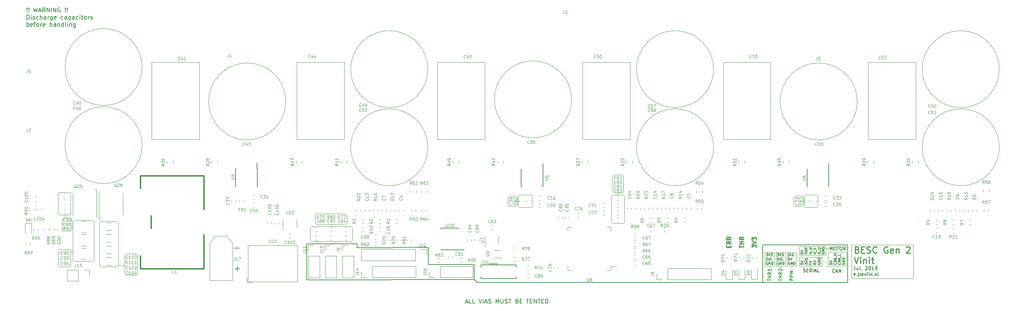
<source format=gbr>
G04 #@! TF.GenerationSoftware,KiCad,Pcbnew,(5.1.0)-1*
G04 #@! TF.CreationDate,2019-07-15T22:00:38+02:00*
G04 #@! TF.ProjectId,besc g2,62657363-2067-4322-9e6b-696361645f70,Init*
G04 #@! TF.SameCoordinates,Original*
G04 #@! TF.FileFunction,Legend,Top*
G04 #@! TF.FilePolarity,Positive*
%FSLAX46Y46*%
G04 Gerber Fmt 4.6, Leading zero omitted, Abs format (unit mm)*
G04 Created by KiCad (PCBNEW (5.1.0)-1) date 2019-07-15 22:00:38*
%MOMM*%
%LPD*%
G04 APERTURE LIST*
%ADD10C,0.150000*%
%ADD11C,0.120000*%
%ADD12C,0.200000*%
%ADD13C,0.250000*%
%ADD14C,0.300000*%
G04 APERTURE END LIST*
D10*
X136561904Y-132066666D02*
X137038095Y-132066666D01*
X136466666Y-132352380D02*
X136800000Y-131352380D01*
X137133333Y-132352380D01*
X137942857Y-132352380D02*
X137466666Y-132352380D01*
X137466666Y-131352380D01*
X138752380Y-132352380D02*
X138276190Y-132352380D01*
X138276190Y-131352380D01*
X139704761Y-131352380D02*
X140038095Y-132352380D01*
X140371428Y-131352380D01*
X140704761Y-132352380D02*
X140704761Y-131352380D01*
X141133333Y-132066666D02*
X141609523Y-132066666D01*
X141038095Y-132352380D02*
X141371428Y-131352380D01*
X141704761Y-132352380D01*
X141990476Y-132304761D02*
X142133333Y-132352380D01*
X142371428Y-132352380D01*
X142466666Y-132304761D01*
X142514285Y-132257142D01*
X142561904Y-132161904D01*
X142561904Y-132066666D01*
X142514285Y-131971428D01*
X142466666Y-131923809D01*
X142371428Y-131876190D01*
X142180952Y-131828571D01*
X142085714Y-131780952D01*
X142038095Y-131733333D01*
X141990476Y-131638095D01*
X141990476Y-131542857D01*
X142038095Y-131447619D01*
X142085714Y-131400000D01*
X142180952Y-131352380D01*
X142419047Y-131352380D01*
X142561904Y-131400000D01*
X143752380Y-132352380D02*
X143752380Y-131352380D01*
X144085714Y-132066666D01*
X144419047Y-131352380D01*
X144419047Y-132352380D01*
X144895238Y-131352380D02*
X144895238Y-132161904D01*
X144942857Y-132257142D01*
X144990476Y-132304761D01*
X145085714Y-132352380D01*
X145276190Y-132352380D01*
X145371428Y-132304761D01*
X145419047Y-132257142D01*
X145466666Y-132161904D01*
X145466666Y-131352380D01*
X145895238Y-132304761D02*
X146038095Y-132352380D01*
X146276190Y-132352380D01*
X146371428Y-132304761D01*
X146419047Y-132257142D01*
X146466666Y-132161904D01*
X146466666Y-132066666D01*
X146419047Y-131971428D01*
X146371428Y-131923809D01*
X146276190Y-131876190D01*
X146085714Y-131828571D01*
X145990476Y-131780952D01*
X145942857Y-131733333D01*
X145895238Y-131638095D01*
X145895238Y-131542857D01*
X145942857Y-131447619D01*
X145990476Y-131400000D01*
X146085714Y-131352380D01*
X146323809Y-131352380D01*
X146466666Y-131400000D01*
X146752380Y-131352380D02*
X147323809Y-131352380D01*
X147038095Y-132352380D02*
X147038095Y-131352380D01*
X148752380Y-131828571D02*
X148895238Y-131876190D01*
X148942857Y-131923809D01*
X148990476Y-132019047D01*
X148990476Y-132161904D01*
X148942857Y-132257142D01*
X148895238Y-132304761D01*
X148800000Y-132352380D01*
X148419047Y-132352380D01*
X148419047Y-131352380D01*
X148752380Y-131352380D01*
X148847619Y-131400000D01*
X148895238Y-131447619D01*
X148942857Y-131542857D01*
X148942857Y-131638095D01*
X148895238Y-131733333D01*
X148847619Y-131780952D01*
X148752380Y-131828571D01*
X148419047Y-131828571D01*
X149419047Y-131828571D02*
X149752380Y-131828571D01*
X149895238Y-132352380D02*
X149419047Y-132352380D01*
X149419047Y-131352380D01*
X149895238Y-131352380D01*
X150942857Y-131352380D02*
X151514285Y-131352380D01*
X151228571Y-132352380D02*
X151228571Y-131352380D01*
X151847619Y-131828571D02*
X152180952Y-131828571D01*
X152323809Y-132352380D02*
X151847619Y-132352380D01*
X151847619Y-131352380D01*
X152323809Y-131352380D01*
X152752380Y-132352380D02*
X152752380Y-131352380D01*
X153323809Y-132352380D01*
X153323809Y-131352380D01*
X153657142Y-131352380D02*
X154228571Y-131352380D01*
X153942857Y-132352380D02*
X153942857Y-131352380D01*
X154561904Y-131828571D02*
X154895238Y-131828571D01*
X155038095Y-132352380D02*
X154561904Y-132352380D01*
X154561904Y-131352380D01*
X155038095Y-131352380D01*
X155466666Y-132352380D02*
X155466666Y-131352380D01*
X155704761Y-131352380D01*
X155847619Y-131400000D01*
X155942857Y-131495238D01*
X155990476Y-131590476D01*
X156038095Y-131780952D01*
X156038095Y-131923809D01*
X155990476Y-132114285D01*
X155942857Y-132209523D01*
X155847619Y-132304761D01*
X155704761Y-132352380D01*
X155466666Y-132352380D01*
D11*
X42100000Y-111400000D02*
X42100000Y-112100000D01*
X43000000Y-106100000D02*
X40600000Y-106100000D01*
X43300000Y-106400000D02*
X43000000Y-106100000D01*
X43300000Y-111100000D02*
X43300000Y-106400000D01*
X43000000Y-111400000D02*
X43300000Y-111100000D01*
X40500000Y-111400000D02*
X43000000Y-111400000D01*
X40300000Y-111200000D02*
X40500000Y-111400000D01*
X40300000Y-106400000D02*
X40300000Y-111200000D01*
X40600000Y-106100000D02*
X40300000Y-106400000D01*
X43500000Y-115000000D02*
X43300000Y-115200000D01*
X43500000Y-112300000D02*
X43500000Y-115000000D01*
X43300000Y-112100000D02*
X43500000Y-112300000D01*
X41500000Y-112100000D02*
X43300000Y-112100000D01*
X41300000Y-112300000D02*
X41500000Y-112100000D01*
X41300000Y-115000000D02*
X41300000Y-112300000D01*
X41500000Y-115200000D02*
X41300000Y-115000000D01*
X41500000Y-115200000D02*
X43300000Y-115200000D01*
D12*
X32968095Y-63257142D02*
X33015714Y-63304761D01*
X32968095Y-63352380D01*
X32920476Y-63304761D01*
X32968095Y-63257142D01*
X32968095Y-63352380D01*
X32968095Y-62971428D02*
X32920476Y-62400000D01*
X32968095Y-62352380D01*
X33015714Y-62400000D01*
X32968095Y-62971428D01*
X32968095Y-62352380D01*
X33444285Y-63257142D02*
X33491904Y-63304761D01*
X33444285Y-63352380D01*
X33396666Y-63304761D01*
X33444285Y-63257142D01*
X33444285Y-63352380D01*
X33444285Y-62971428D02*
X33396666Y-62400000D01*
X33444285Y-62352380D01*
X33491904Y-62400000D01*
X33444285Y-62971428D01*
X33444285Y-62352380D01*
X34587142Y-62352380D02*
X34825238Y-63352380D01*
X35015714Y-62638095D01*
X35206190Y-63352380D01*
X35444285Y-62352380D01*
X35777619Y-63066666D02*
X36253809Y-63066666D01*
X35682380Y-63352380D02*
X36015714Y-62352380D01*
X36349047Y-63352380D01*
X37253809Y-63352380D02*
X36920476Y-62876190D01*
X36682380Y-63352380D02*
X36682380Y-62352380D01*
X37063333Y-62352380D01*
X37158571Y-62400000D01*
X37206190Y-62447619D01*
X37253809Y-62542857D01*
X37253809Y-62685714D01*
X37206190Y-62780952D01*
X37158571Y-62828571D01*
X37063333Y-62876190D01*
X36682380Y-62876190D01*
X37682380Y-63352380D02*
X37682380Y-62352380D01*
X38253809Y-63352380D01*
X38253809Y-62352380D01*
X38730000Y-63352380D02*
X38730000Y-62352380D01*
X39206190Y-63352380D02*
X39206190Y-62352380D01*
X39777619Y-63352380D01*
X39777619Y-62352380D01*
X40777619Y-62400000D02*
X40682380Y-62352380D01*
X40539523Y-62352380D01*
X40396666Y-62400000D01*
X40301428Y-62495238D01*
X40253809Y-62590476D01*
X40206190Y-62780952D01*
X40206190Y-62923809D01*
X40253809Y-63114285D01*
X40301428Y-63209523D01*
X40396666Y-63304761D01*
X40539523Y-63352380D01*
X40634761Y-63352380D01*
X40777619Y-63304761D01*
X40825238Y-63257142D01*
X40825238Y-62923809D01*
X40634761Y-62923809D01*
X42015714Y-63257142D02*
X42063333Y-63304761D01*
X42015714Y-63352380D01*
X41968095Y-63304761D01*
X42015714Y-63257142D01*
X42015714Y-63352380D01*
X42015714Y-62971428D02*
X41968095Y-62400000D01*
X42015714Y-62352380D01*
X42063333Y-62400000D01*
X42015714Y-62971428D01*
X42015714Y-62352380D01*
X42491904Y-63257142D02*
X42539523Y-63304761D01*
X42491904Y-63352380D01*
X42444285Y-63304761D01*
X42491904Y-63257142D01*
X42491904Y-63352380D01*
X42491904Y-62971428D02*
X42444285Y-62400000D01*
X42491904Y-62352380D01*
X42539523Y-62400000D01*
X42491904Y-62971428D01*
X42491904Y-62352380D01*
X32968095Y-65052380D02*
X32968095Y-64052380D01*
X33206190Y-64052380D01*
X33349047Y-64100000D01*
X33444285Y-64195238D01*
X33491904Y-64290476D01*
X33539523Y-64480952D01*
X33539523Y-64623809D01*
X33491904Y-64814285D01*
X33444285Y-64909523D01*
X33349047Y-65004761D01*
X33206190Y-65052380D01*
X32968095Y-65052380D01*
X33968095Y-65052380D02*
X33968095Y-64385714D01*
X33968095Y-64052380D02*
X33920476Y-64100000D01*
X33968095Y-64147619D01*
X34015714Y-64100000D01*
X33968095Y-64052380D01*
X33968095Y-64147619D01*
X34396666Y-65004761D02*
X34491904Y-65052380D01*
X34682380Y-65052380D01*
X34777619Y-65004761D01*
X34825238Y-64909523D01*
X34825238Y-64861904D01*
X34777619Y-64766666D01*
X34682380Y-64719047D01*
X34539523Y-64719047D01*
X34444285Y-64671428D01*
X34396666Y-64576190D01*
X34396666Y-64528571D01*
X34444285Y-64433333D01*
X34539523Y-64385714D01*
X34682380Y-64385714D01*
X34777619Y-64433333D01*
X35682380Y-65004761D02*
X35587142Y-65052380D01*
X35396666Y-65052380D01*
X35301428Y-65004761D01*
X35253809Y-64957142D01*
X35206190Y-64861904D01*
X35206190Y-64576190D01*
X35253809Y-64480952D01*
X35301428Y-64433333D01*
X35396666Y-64385714D01*
X35587142Y-64385714D01*
X35682380Y-64433333D01*
X36110952Y-65052380D02*
X36110952Y-64052380D01*
X36539523Y-65052380D02*
X36539523Y-64528571D01*
X36491904Y-64433333D01*
X36396666Y-64385714D01*
X36253809Y-64385714D01*
X36158571Y-64433333D01*
X36110952Y-64480952D01*
X37444285Y-65052380D02*
X37444285Y-64528571D01*
X37396666Y-64433333D01*
X37301428Y-64385714D01*
X37110952Y-64385714D01*
X37015714Y-64433333D01*
X37444285Y-65004761D02*
X37349047Y-65052380D01*
X37110952Y-65052380D01*
X37015714Y-65004761D01*
X36968095Y-64909523D01*
X36968095Y-64814285D01*
X37015714Y-64719047D01*
X37110952Y-64671428D01*
X37349047Y-64671428D01*
X37444285Y-64623809D01*
X37920476Y-65052380D02*
X37920476Y-64385714D01*
X37920476Y-64576190D02*
X37968095Y-64480952D01*
X38015714Y-64433333D01*
X38110952Y-64385714D01*
X38206190Y-64385714D01*
X38968095Y-64385714D02*
X38968095Y-65195238D01*
X38920476Y-65290476D01*
X38872857Y-65338095D01*
X38777619Y-65385714D01*
X38634761Y-65385714D01*
X38539523Y-65338095D01*
X38968095Y-65004761D02*
X38872857Y-65052380D01*
X38682380Y-65052380D01*
X38587142Y-65004761D01*
X38539523Y-64957142D01*
X38491904Y-64861904D01*
X38491904Y-64576190D01*
X38539523Y-64480952D01*
X38587142Y-64433333D01*
X38682380Y-64385714D01*
X38872857Y-64385714D01*
X38968095Y-64433333D01*
X39825238Y-65004761D02*
X39730000Y-65052380D01*
X39539523Y-65052380D01*
X39444285Y-65004761D01*
X39396666Y-64909523D01*
X39396666Y-64528571D01*
X39444285Y-64433333D01*
X39539523Y-64385714D01*
X39730000Y-64385714D01*
X39825238Y-64433333D01*
X39872857Y-64528571D01*
X39872857Y-64623809D01*
X39396666Y-64719047D01*
X41491904Y-65004761D02*
X41396666Y-65052380D01*
X41206190Y-65052380D01*
X41110952Y-65004761D01*
X41063333Y-64957142D01*
X41015714Y-64861904D01*
X41015714Y-64576190D01*
X41063333Y-64480952D01*
X41110952Y-64433333D01*
X41206190Y-64385714D01*
X41396666Y-64385714D01*
X41491904Y-64433333D01*
X42349047Y-65052380D02*
X42349047Y-64528571D01*
X42301428Y-64433333D01*
X42206190Y-64385714D01*
X42015714Y-64385714D01*
X41920476Y-64433333D01*
X42349047Y-65004761D02*
X42253809Y-65052380D01*
X42015714Y-65052380D01*
X41920476Y-65004761D01*
X41872857Y-64909523D01*
X41872857Y-64814285D01*
X41920476Y-64719047D01*
X42015714Y-64671428D01*
X42253809Y-64671428D01*
X42349047Y-64623809D01*
X42825238Y-64385714D02*
X42825238Y-65385714D01*
X42825238Y-64433333D02*
X42920476Y-64385714D01*
X43110952Y-64385714D01*
X43206190Y-64433333D01*
X43253809Y-64480952D01*
X43301428Y-64576190D01*
X43301428Y-64861904D01*
X43253809Y-64957142D01*
X43206190Y-65004761D01*
X43110952Y-65052380D01*
X42920476Y-65052380D01*
X42825238Y-65004761D01*
X44158571Y-65052380D02*
X44158571Y-64528571D01*
X44110952Y-64433333D01*
X44015714Y-64385714D01*
X43825238Y-64385714D01*
X43730000Y-64433333D01*
X44158571Y-65004761D02*
X44063333Y-65052380D01*
X43825238Y-65052380D01*
X43730000Y-65004761D01*
X43682380Y-64909523D01*
X43682380Y-64814285D01*
X43730000Y-64719047D01*
X43825238Y-64671428D01*
X44063333Y-64671428D01*
X44158571Y-64623809D01*
X45063333Y-65004761D02*
X44968095Y-65052380D01*
X44777619Y-65052380D01*
X44682380Y-65004761D01*
X44634761Y-64957142D01*
X44587142Y-64861904D01*
X44587142Y-64576190D01*
X44634761Y-64480952D01*
X44682380Y-64433333D01*
X44777619Y-64385714D01*
X44968095Y-64385714D01*
X45063333Y-64433333D01*
X45491904Y-65052380D02*
X45491904Y-64385714D01*
X45491904Y-64052380D02*
X45444285Y-64100000D01*
X45491904Y-64147619D01*
X45539523Y-64100000D01*
X45491904Y-64052380D01*
X45491904Y-64147619D01*
X45825238Y-64385714D02*
X46206190Y-64385714D01*
X45968095Y-64052380D02*
X45968095Y-64909523D01*
X46015714Y-65004761D01*
X46110952Y-65052380D01*
X46206190Y-65052380D01*
X46682380Y-65052380D02*
X46587142Y-65004761D01*
X46539523Y-64957142D01*
X46491904Y-64861904D01*
X46491904Y-64576190D01*
X46539523Y-64480952D01*
X46587142Y-64433333D01*
X46682380Y-64385714D01*
X46825238Y-64385714D01*
X46920476Y-64433333D01*
X46968095Y-64480952D01*
X47015714Y-64576190D01*
X47015714Y-64861904D01*
X46968095Y-64957142D01*
X46920476Y-65004761D01*
X46825238Y-65052380D01*
X46682380Y-65052380D01*
X47444285Y-65052380D02*
X47444285Y-64385714D01*
X47444285Y-64576190D02*
X47491904Y-64480952D01*
X47539523Y-64433333D01*
X47634761Y-64385714D01*
X47730000Y-64385714D01*
X48015714Y-65004761D02*
X48110952Y-65052380D01*
X48301428Y-65052380D01*
X48396666Y-65004761D01*
X48444285Y-64909523D01*
X48444285Y-64861904D01*
X48396666Y-64766666D01*
X48301428Y-64719047D01*
X48158571Y-64719047D01*
X48063333Y-64671428D01*
X48015714Y-64576190D01*
X48015714Y-64528571D01*
X48063333Y-64433333D01*
X48158571Y-64385714D01*
X48301428Y-64385714D01*
X48396666Y-64433333D01*
X32968095Y-66752380D02*
X32968095Y-65752380D01*
X32968095Y-66133333D02*
X33063333Y-66085714D01*
X33253809Y-66085714D01*
X33349047Y-66133333D01*
X33396666Y-66180952D01*
X33444285Y-66276190D01*
X33444285Y-66561904D01*
X33396666Y-66657142D01*
X33349047Y-66704761D01*
X33253809Y-66752380D01*
X33063333Y-66752380D01*
X32968095Y-66704761D01*
X34253809Y-66704761D02*
X34158571Y-66752380D01*
X33968095Y-66752380D01*
X33872857Y-66704761D01*
X33825238Y-66609523D01*
X33825238Y-66228571D01*
X33872857Y-66133333D01*
X33968095Y-66085714D01*
X34158571Y-66085714D01*
X34253809Y-66133333D01*
X34301428Y-66228571D01*
X34301428Y-66323809D01*
X33825238Y-66419047D01*
X34587142Y-66085714D02*
X34968095Y-66085714D01*
X34730000Y-66752380D02*
X34730000Y-65895238D01*
X34777619Y-65800000D01*
X34872857Y-65752380D01*
X34968095Y-65752380D01*
X35444285Y-66752380D02*
X35349047Y-66704761D01*
X35301428Y-66657142D01*
X35253809Y-66561904D01*
X35253809Y-66276190D01*
X35301428Y-66180952D01*
X35349047Y-66133333D01*
X35444285Y-66085714D01*
X35587142Y-66085714D01*
X35682380Y-66133333D01*
X35730000Y-66180952D01*
X35777619Y-66276190D01*
X35777619Y-66561904D01*
X35730000Y-66657142D01*
X35682380Y-66704761D01*
X35587142Y-66752380D01*
X35444285Y-66752380D01*
X36206190Y-66752380D02*
X36206190Y-66085714D01*
X36206190Y-66276190D02*
X36253809Y-66180952D01*
X36301428Y-66133333D01*
X36396666Y-66085714D01*
X36491904Y-66085714D01*
X37206190Y-66704761D02*
X37110952Y-66752380D01*
X36920476Y-66752380D01*
X36825238Y-66704761D01*
X36777619Y-66609523D01*
X36777619Y-66228571D01*
X36825238Y-66133333D01*
X36920476Y-66085714D01*
X37110952Y-66085714D01*
X37206190Y-66133333D01*
X37253809Y-66228571D01*
X37253809Y-66323809D01*
X36777619Y-66419047D01*
X38444285Y-66752380D02*
X38444285Y-65752380D01*
X38872857Y-66752380D02*
X38872857Y-66228571D01*
X38825238Y-66133333D01*
X38730000Y-66085714D01*
X38587142Y-66085714D01*
X38491904Y-66133333D01*
X38444285Y-66180952D01*
X39777619Y-66752380D02*
X39777619Y-66228571D01*
X39730000Y-66133333D01*
X39634761Y-66085714D01*
X39444285Y-66085714D01*
X39349047Y-66133333D01*
X39777619Y-66704761D02*
X39682380Y-66752380D01*
X39444285Y-66752380D01*
X39349047Y-66704761D01*
X39301428Y-66609523D01*
X39301428Y-66514285D01*
X39349047Y-66419047D01*
X39444285Y-66371428D01*
X39682380Y-66371428D01*
X39777619Y-66323809D01*
X40253809Y-66085714D02*
X40253809Y-66752380D01*
X40253809Y-66180952D02*
X40301428Y-66133333D01*
X40396666Y-66085714D01*
X40539523Y-66085714D01*
X40634761Y-66133333D01*
X40682380Y-66228571D01*
X40682380Y-66752380D01*
X41587142Y-66752380D02*
X41587142Y-65752380D01*
X41587142Y-66704761D02*
X41491904Y-66752380D01*
X41301428Y-66752380D01*
X41206190Y-66704761D01*
X41158571Y-66657142D01*
X41110952Y-66561904D01*
X41110952Y-66276190D01*
X41158571Y-66180952D01*
X41206190Y-66133333D01*
X41301428Y-66085714D01*
X41491904Y-66085714D01*
X41587142Y-66133333D01*
X42206190Y-66752380D02*
X42110952Y-66704761D01*
X42063333Y-66609523D01*
X42063333Y-65752380D01*
X42587142Y-66752380D02*
X42587142Y-66085714D01*
X42587142Y-65752380D02*
X42539523Y-65800000D01*
X42587142Y-65847619D01*
X42634761Y-65800000D01*
X42587142Y-65752380D01*
X42587142Y-65847619D01*
X43063333Y-66085714D02*
X43063333Y-66752380D01*
X43063333Y-66180952D02*
X43110952Y-66133333D01*
X43206190Y-66085714D01*
X43349047Y-66085714D01*
X43444285Y-66133333D01*
X43491904Y-66228571D01*
X43491904Y-66752380D01*
X44396666Y-66085714D02*
X44396666Y-66895238D01*
X44349047Y-66990476D01*
X44301428Y-67038095D01*
X44206190Y-67085714D01*
X44063333Y-67085714D01*
X43968095Y-67038095D01*
X44396666Y-66704761D02*
X44301428Y-66752380D01*
X44110952Y-66752380D01*
X44015714Y-66704761D01*
X43968095Y-66657142D01*
X43920476Y-66561904D01*
X43920476Y-66276190D01*
X43968095Y-66180952D01*
X44015714Y-66133333D01*
X44110952Y-66085714D01*
X44301428Y-66085714D01*
X44396666Y-66133333D01*
D11*
X221700000Y-119400000D02*
X222400000Y-119400000D01*
D12*
X226800000Y-127400000D02*
X226800000Y-118500000D01*
X206800000Y-127400000D02*
X226800000Y-127400000D01*
X206800000Y-118500000D02*
X206800000Y-127400000D01*
X226800000Y-118500000D02*
X206800000Y-118500000D01*
X139300000Y-127400000D02*
X206800000Y-127400000D01*
X138600000Y-126700000D02*
X139300000Y-127400000D01*
X99100000Y-126800000D02*
X99100000Y-118300000D01*
X138600000Y-126700000D02*
X99100000Y-126800000D01*
X138600000Y-123200000D02*
X138600000Y-126700000D01*
X127800000Y-123200000D02*
X138600000Y-123200000D01*
X127800000Y-119100000D02*
X127800000Y-123200000D01*
X110900000Y-119200000D02*
X127800000Y-119100000D01*
X110900000Y-118300000D02*
X110900000Y-119200000D01*
X99100000Y-118300000D02*
X110900000Y-118300000D01*
D11*
X224400000Y-123500000D02*
X224400000Y-124000000D01*
X226500000Y-123500000D02*
X222200000Y-123500000D01*
X226500000Y-120300000D02*
X226500000Y-123500000D01*
X222200000Y-120300000D02*
X226500000Y-120300000D01*
X222200000Y-123500000D02*
X222200000Y-120300000D01*
X215400000Y-118900000D02*
X221700000Y-118900000D01*
X221700000Y-118900000D02*
X221700000Y-121000000D01*
X221700000Y-121000000D02*
X215400000Y-121000000D01*
X215400000Y-121000000D02*
X215400000Y-118900000D01*
X218100000Y-123500000D02*
X218100000Y-123900000D01*
X220700000Y-123500000D02*
X215400000Y-123500000D01*
X220700000Y-121400000D02*
X220700000Y-123500000D01*
X215400000Y-121400000D02*
X220700000Y-121400000D01*
X215400000Y-123500000D02*
X215400000Y-121400000D01*
X213600000Y-123500000D02*
X213600000Y-124500000D01*
X211000000Y-123500000D02*
X211000000Y-124000000D01*
X208400000Y-123500000D02*
X208400000Y-124000000D01*
X212500000Y-123500000D02*
X212500000Y-120300000D01*
X214700000Y-123500000D02*
X212500000Y-123500000D01*
X212500000Y-120300000D02*
X214700000Y-120300000D01*
X214700000Y-120300000D02*
X214700000Y-123500000D01*
X209900000Y-123500000D02*
X209900000Y-120300000D01*
X212100000Y-123500000D02*
X209900000Y-123500000D01*
X209900000Y-120300000D02*
X212100000Y-120300000D01*
X212100000Y-120300000D02*
X212100000Y-123500000D01*
X207300000Y-123500000D02*
X207300000Y-120300000D01*
X209500000Y-123500000D02*
X207300000Y-123500000D01*
X209500000Y-120300000D02*
X209500000Y-123500000D01*
X207300000Y-120300000D02*
X209500000Y-120300000D01*
D10*
X223745119Y-124985714D02*
X223707023Y-125023809D01*
X223592738Y-125061904D01*
X223516547Y-125061904D01*
X223402261Y-125023809D01*
X223326071Y-124947619D01*
X223287976Y-124871428D01*
X223249880Y-124719047D01*
X223249880Y-124604761D01*
X223287976Y-124452380D01*
X223326071Y-124376190D01*
X223402261Y-124300000D01*
X223516547Y-124261904D01*
X223592738Y-124261904D01*
X223707023Y-124300000D01*
X223745119Y-124338095D01*
X224049880Y-124833333D02*
X224430833Y-124833333D01*
X223973690Y-125061904D02*
X224240357Y-124261904D01*
X224507023Y-125061904D01*
X224773690Y-125061904D02*
X224773690Y-124261904D01*
X225230833Y-125061904D01*
X225230833Y-124261904D01*
X222571428Y-122873928D02*
X222571428Y-123159642D01*
X222857142Y-123188214D01*
X222828571Y-123159642D01*
X222800000Y-123102500D01*
X222800000Y-122959642D01*
X222828571Y-122902500D01*
X222857142Y-122873928D01*
X222914285Y-122845357D01*
X223057142Y-122845357D01*
X223114285Y-122873928D01*
X223142857Y-122902500D01*
X223171428Y-122959642D01*
X223171428Y-123102500D01*
X223142857Y-123159642D01*
X223114285Y-123188214D01*
X222571428Y-122673928D02*
X223171428Y-122473928D01*
X222571428Y-122273928D01*
X224114285Y-122816785D02*
X224142857Y-122845357D01*
X224171428Y-122931071D01*
X224171428Y-122988214D01*
X224142857Y-123073928D01*
X224085714Y-123131071D01*
X224028571Y-123159642D01*
X223914285Y-123188214D01*
X223828571Y-123188214D01*
X223714285Y-123159642D01*
X223657142Y-123131071D01*
X223600000Y-123073928D01*
X223571428Y-122988214D01*
X223571428Y-122931071D01*
X223600000Y-122845357D01*
X223628571Y-122816785D01*
X224000000Y-122588214D02*
X224000000Y-122302500D01*
X224171428Y-122645357D02*
X223571428Y-122445357D01*
X224171428Y-122245357D01*
X224171428Y-122045357D02*
X223571428Y-122045357D01*
X224171428Y-121702500D01*
X223571428Y-121702500D01*
X224228571Y-121559642D02*
X224228571Y-121102500D01*
X224171428Y-120959642D02*
X223571428Y-120959642D01*
X223857142Y-120959642D02*
X223857142Y-120616785D01*
X224171428Y-120616785D02*
X223571428Y-120616785D01*
X225600000Y-122845357D02*
X225571428Y-122902500D01*
X225571428Y-122988214D01*
X225600000Y-123073928D01*
X225657142Y-123131071D01*
X225714285Y-123159642D01*
X225828571Y-123188214D01*
X225914285Y-123188214D01*
X226028571Y-123159642D01*
X226085714Y-123131071D01*
X226142857Y-123073928D01*
X226171428Y-122988214D01*
X226171428Y-122931071D01*
X226142857Y-122845357D01*
X226114285Y-122816785D01*
X225914285Y-122816785D01*
X225914285Y-122931071D01*
X226171428Y-122559642D02*
X225571428Y-122559642D01*
X226171428Y-122216785D01*
X225571428Y-122216785D01*
X226171428Y-121931071D02*
X225571428Y-121931071D01*
X225571428Y-121788214D01*
X225600000Y-121702500D01*
X225657142Y-121645357D01*
X225714285Y-121616785D01*
X225828571Y-121588214D01*
X225914285Y-121588214D01*
X226028571Y-121616785D01*
X226085714Y-121645357D01*
X226142857Y-121702500D01*
X226171428Y-121788214D01*
X226171428Y-121931071D01*
X225114285Y-122816785D02*
X225142857Y-122845357D01*
X225171428Y-122931071D01*
X225171428Y-122988214D01*
X225142857Y-123073928D01*
X225085714Y-123131071D01*
X225028571Y-123159642D01*
X224914285Y-123188214D01*
X224828571Y-123188214D01*
X224714285Y-123159642D01*
X224657142Y-123131071D01*
X224600000Y-123073928D01*
X224571428Y-122988214D01*
X224571428Y-122931071D01*
X224600000Y-122845357D01*
X224628571Y-122816785D01*
X225000000Y-122588214D02*
X225000000Y-122302500D01*
X225171428Y-122645357D02*
X224571428Y-122445357D01*
X225171428Y-122245357D01*
X225171428Y-122045357D02*
X224571428Y-122045357D01*
X225171428Y-121702500D01*
X224571428Y-121702500D01*
X225228571Y-121559642D02*
X225228571Y-121102500D01*
X225171428Y-120673928D02*
X225171428Y-120959642D01*
X224571428Y-120959642D01*
X216349880Y-124923809D02*
X216464166Y-124961904D01*
X216654642Y-124961904D01*
X216730833Y-124923809D01*
X216768928Y-124885714D01*
X216807023Y-124809523D01*
X216807023Y-124733333D01*
X216768928Y-124657142D01*
X216730833Y-124619047D01*
X216654642Y-124580952D01*
X216502261Y-124542857D01*
X216426071Y-124504761D01*
X216387976Y-124466666D01*
X216349880Y-124390476D01*
X216349880Y-124314285D01*
X216387976Y-124238095D01*
X216426071Y-124200000D01*
X216502261Y-124161904D01*
X216692738Y-124161904D01*
X216807023Y-124200000D01*
X217149880Y-124542857D02*
X217416547Y-124542857D01*
X217530833Y-124961904D02*
X217149880Y-124961904D01*
X217149880Y-124161904D01*
X217530833Y-124161904D01*
X218330833Y-124961904D02*
X218064166Y-124580952D01*
X217873690Y-124961904D02*
X217873690Y-124161904D01*
X218178452Y-124161904D01*
X218254642Y-124200000D01*
X218292738Y-124238095D01*
X218330833Y-124314285D01*
X218330833Y-124428571D01*
X218292738Y-124504761D01*
X218254642Y-124542857D01*
X218178452Y-124580952D01*
X217873690Y-124580952D01*
X218673690Y-124961904D02*
X218673690Y-124161904D01*
X219016547Y-124733333D02*
X219397500Y-124733333D01*
X218940357Y-124961904D02*
X219207023Y-124161904D01*
X219473690Y-124961904D01*
X220121309Y-124961904D02*
X219740357Y-124961904D01*
X219740357Y-124161904D01*
X216771428Y-123216785D02*
X216771428Y-122845357D01*
X217000000Y-123045357D01*
X217000000Y-122959642D01*
X217028571Y-122902500D01*
X217057142Y-122873928D01*
X217114285Y-122845357D01*
X217257142Y-122845357D01*
X217314285Y-122873928D01*
X217342857Y-122902500D01*
X217371428Y-122959642D01*
X217371428Y-123131071D01*
X217342857Y-123188214D01*
X217314285Y-123216785D01*
X216771428Y-122673928D02*
X217371428Y-122473928D01*
X216771428Y-122273928D01*
X216771428Y-122131071D02*
X216771428Y-121759642D01*
X217000000Y-121959642D01*
X217000000Y-121873928D01*
X217028571Y-121816785D01*
X217057142Y-121788214D01*
X217114285Y-121759642D01*
X217257142Y-121759642D01*
X217314285Y-121788214D01*
X217342857Y-121816785D01*
X217371428Y-121873928D01*
X217371428Y-122045357D01*
X217342857Y-122102500D01*
X217314285Y-122131071D01*
X215771428Y-122873928D02*
X215771428Y-123159642D01*
X216057142Y-123188214D01*
X216028571Y-123159642D01*
X216000000Y-123102500D01*
X216000000Y-122959642D01*
X216028571Y-122902500D01*
X216057142Y-122873928D01*
X216114285Y-122845357D01*
X216257142Y-122845357D01*
X216314285Y-122873928D01*
X216342857Y-122902500D01*
X216371428Y-122959642D01*
X216371428Y-123102500D01*
X216342857Y-123159642D01*
X216314285Y-123188214D01*
X215771428Y-122673928D02*
X216371428Y-122473928D01*
X215771428Y-122273928D01*
X219800000Y-122845357D02*
X219771428Y-122902500D01*
X219771428Y-122988214D01*
X219800000Y-123073928D01*
X219857142Y-123131071D01*
X219914285Y-123159642D01*
X220028571Y-123188214D01*
X220114285Y-123188214D01*
X220228571Y-123159642D01*
X220285714Y-123131071D01*
X220342857Y-123073928D01*
X220371428Y-122988214D01*
X220371428Y-122931071D01*
X220342857Y-122845357D01*
X220314285Y-122816785D01*
X220114285Y-122816785D01*
X220114285Y-122931071D01*
X220371428Y-122559642D02*
X219771428Y-122559642D01*
X220371428Y-122216785D01*
X219771428Y-122216785D01*
X220371428Y-121931071D02*
X219771428Y-121931071D01*
X219771428Y-121788214D01*
X219800000Y-121702500D01*
X219857142Y-121645357D01*
X219914285Y-121616785D01*
X220028571Y-121588214D01*
X220114285Y-121588214D01*
X220228571Y-121616785D01*
X220285714Y-121645357D01*
X220342857Y-121702500D01*
X220371428Y-121788214D01*
X220371428Y-121931071D01*
X219371428Y-122816785D02*
X219085714Y-123016785D01*
X219371428Y-123159642D02*
X218771428Y-123159642D01*
X218771428Y-122931071D01*
X218800000Y-122873928D01*
X218828571Y-122845357D01*
X218885714Y-122816785D01*
X218971428Y-122816785D01*
X219028571Y-122845357D01*
X219057142Y-122873928D01*
X219085714Y-122931071D01*
X219085714Y-123159642D01*
X218771428Y-122616785D02*
X219371428Y-122216785D01*
X218771428Y-122216785D02*
X219371428Y-122616785D01*
X217771428Y-123245357D02*
X217771428Y-122902500D01*
X218371428Y-123073928D02*
X217771428Y-123073928D01*
X217771428Y-122759642D02*
X218371428Y-122359642D01*
X217771428Y-122359642D02*
X218371428Y-122759642D01*
X220800000Y-120345357D02*
X220771428Y-120402500D01*
X220771428Y-120488214D01*
X220800000Y-120573928D01*
X220857142Y-120631071D01*
X220914285Y-120659642D01*
X221028571Y-120688214D01*
X221114285Y-120688214D01*
X221228571Y-120659642D01*
X221285714Y-120631071D01*
X221342857Y-120573928D01*
X221371428Y-120488214D01*
X221371428Y-120431071D01*
X221342857Y-120345357D01*
X221314285Y-120316785D01*
X221114285Y-120316785D01*
X221114285Y-120431071D01*
X221371428Y-120059642D02*
X220771428Y-120059642D01*
X221371428Y-119716785D01*
X220771428Y-119716785D01*
X221371428Y-119431071D02*
X220771428Y-119431071D01*
X220771428Y-119288214D01*
X220800000Y-119202500D01*
X220857142Y-119145357D01*
X220914285Y-119116785D01*
X221028571Y-119088214D01*
X221114285Y-119088214D01*
X221228571Y-119116785D01*
X221285714Y-119145357D01*
X221342857Y-119202500D01*
X221371428Y-119288214D01*
X221371428Y-119431071D01*
X220371428Y-120659642D02*
X219771428Y-120659642D01*
X220057142Y-120659642D02*
X220057142Y-120316785D01*
X220371428Y-120316785D02*
X219771428Y-120316785D01*
X220428571Y-120173928D02*
X220428571Y-119716785D01*
X219771428Y-119573928D02*
X220257142Y-119573928D01*
X220314285Y-119545357D01*
X220342857Y-119516785D01*
X220371428Y-119459642D01*
X220371428Y-119345357D01*
X220342857Y-119288214D01*
X220314285Y-119259642D01*
X220257142Y-119231071D01*
X219771428Y-119231071D01*
X219371428Y-120659642D02*
X218771428Y-120659642D01*
X219057142Y-120659642D02*
X219057142Y-120316785D01*
X219371428Y-120316785D02*
X218771428Y-120316785D01*
X219428571Y-120173928D02*
X219428571Y-119716785D01*
X218771428Y-119659642D02*
X219371428Y-119459642D01*
X218771428Y-119259642D01*
X218371428Y-120659642D02*
X217771428Y-120659642D01*
X218057142Y-120659642D02*
X218057142Y-120316785D01*
X218371428Y-120316785D02*
X217771428Y-120316785D01*
X218428571Y-120173928D02*
X218428571Y-119716785D01*
X217771428Y-119631071D02*
X218371428Y-119488214D01*
X217942857Y-119373928D01*
X218371428Y-119259642D01*
X217771428Y-119116785D01*
X216771428Y-120745357D02*
X216771428Y-120402500D01*
X217371428Y-120573928D02*
X216771428Y-120573928D01*
X217371428Y-120202500D02*
X216771428Y-120202500D01*
X217200000Y-120002500D01*
X216771428Y-119802500D01*
X217371428Y-119802500D01*
X217371428Y-119516785D02*
X216771428Y-119516785D01*
X216771428Y-119288214D01*
X216800000Y-119231071D01*
X216828571Y-119202500D01*
X216885714Y-119173928D01*
X216971428Y-119173928D01*
X217028571Y-119202500D01*
X217057142Y-119231071D01*
X217085714Y-119288214D01*
X217085714Y-119516785D01*
X215771428Y-120373928D02*
X215771428Y-120659642D01*
X216057142Y-120688214D01*
X216028571Y-120659642D01*
X216000000Y-120602500D01*
X216000000Y-120459642D01*
X216028571Y-120402500D01*
X216057142Y-120373928D01*
X216114285Y-120345357D01*
X216257142Y-120345357D01*
X216314285Y-120373928D01*
X216342857Y-120402500D01*
X216371428Y-120459642D01*
X216371428Y-120602500D01*
X216342857Y-120659642D01*
X216314285Y-120688214D01*
X215771428Y-120173928D02*
X216371428Y-119973928D01*
X215771428Y-119773928D01*
X222687976Y-119761904D02*
X222687976Y-118961904D01*
X222954642Y-119533333D01*
X223221309Y-118961904D01*
X223221309Y-119761904D01*
X223754642Y-118961904D02*
X223907023Y-118961904D01*
X223983214Y-119000000D01*
X224059404Y-119076190D01*
X224097500Y-119228571D01*
X224097500Y-119495238D01*
X224059404Y-119647619D01*
X223983214Y-119723809D01*
X223907023Y-119761904D01*
X223754642Y-119761904D01*
X223678452Y-119723809D01*
X223602261Y-119647619D01*
X223564166Y-119495238D01*
X223564166Y-119228571D01*
X223602261Y-119076190D01*
X223678452Y-119000000D01*
X223754642Y-118961904D01*
X224326071Y-118961904D02*
X224783214Y-118961904D01*
X224554642Y-119761904D02*
X224554642Y-118961904D01*
X225202261Y-118961904D02*
X225354642Y-118961904D01*
X225430833Y-119000000D01*
X225507023Y-119076190D01*
X225545119Y-119228571D01*
X225545119Y-119495238D01*
X225507023Y-119647619D01*
X225430833Y-119723809D01*
X225354642Y-119761904D01*
X225202261Y-119761904D01*
X225126071Y-119723809D01*
X225049880Y-119647619D01*
X225011785Y-119495238D01*
X225011785Y-119228571D01*
X225049880Y-119076190D01*
X225126071Y-119000000D01*
X225202261Y-118961904D01*
X226345119Y-119761904D02*
X226078452Y-119380952D01*
X225887976Y-119761904D02*
X225887976Y-118961904D01*
X226192738Y-118961904D01*
X226268928Y-119000000D01*
X226307023Y-119038095D01*
X226345119Y-119114285D01*
X226345119Y-119228571D01*
X226307023Y-119304761D01*
X226268928Y-119342857D01*
X226192738Y-119380952D01*
X225887976Y-119380952D01*
X213154642Y-122600000D02*
X213097500Y-122571428D01*
X213011785Y-122571428D01*
X212926071Y-122600000D01*
X212868928Y-122657142D01*
X212840357Y-122714285D01*
X212811785Y-122828571D01*
X212811785Y-122914285D01*
X212840357Y-123028571D01*
X212868928Y-123085714D01*
X212926071Y-123142857D01*
X213011785Y-123171428D01*
X213068928Y-123171428D01*
X213154642Y-123142857D01*
X213183214Y-123114285D01*
X213183214Y-122914285D01*
X213068928Y-122914285D01*
X213440357Y-123171428D02*
X213440357Y-122571428D01*
X213783214Y-123171428D01*
X213783214Y-122571428D01*
X214068928Y-123171428D02*
X214068928Y-122571428D01*
X214211785Y-122571428D01*
X214297500Y-122600000D01*
X214354642Y-122657142D01*
X214383214Y-122714285D01*
X214411785Y-122828571D01*
X214411785Y-122914285D01*
X214383214Y-123028571D01*
X214354642Y-123085714D01*
X214297500Y-123142857D01*
X214211785Y-123171428D01*
X214068928Y-123171428D01*
X212811785Y-121142857D02*
X212897500Y-121171428D01*
X213040357Y-121171428D01*
X213097500Y-121142857D01*
X213126071Y-121114285D01*
X213154642Y-121057142D01*
X213154642Y-121000000D01*
X213126071Y-120942857D01*
X213097500Y-120914285D01*
X213040357Y-120885714D01*
X212926071Y-120857142D01*
X212868928Y-120828571D01*
X212840357Y-120800000D01*
X212811785Y-120742857D01*
X212811785Y-120685714D01*
X212840357Y-120628571D01*
X212868928Y-120600000D01*
X212926071Y-120571428D01*
X213068928Y-120571428D01*
X213154642Y-120600000D01*
X213411785Y-121171428D02*
X213411785Y-120571428D01*
X214011785Y-120600000D02*
X213954642Y-120571428D01*
X213868928Y-120571428D01*
X213783214Y-120600000D01*
X213726071Y-120657142D01*
X213697500Y-120714285D01*
X213668928Y-120828571D01*
X213668928Y-120914285D01*
X213697500Y-121028571D01*
X213726071Y-121085714D01*
X213783214Y-121142857D01*
X213868928Y-121171428D01*
X213926071Y-121171428D01*
X214011785Y-121142857D01*
X214040357Y-121114285D01*
X214040357Y-120914285D01*
X213926071Y-120914285D01*
X213126071Y-121571428D02*
X212840357Y-121571428D01*
X212811785Y-121857142D01*
X212840357Y-121828571D01*
X212897500Y-121800000D01*
X213040357Y-121800000D01*
X213097500Y-121828571D01*
X213126071Y-121857142D01*
X213154642Y-121914285D01*
X213154642Y-122057142D01*
X213126071Y-122114285D01*
X213097500Y-122142857D01*
X213040357Y-122171428D01*
X212897500Y-122171428D01*
X212840357Y-122142857D01*
X212811785Y-122114285D01*
X213326071Y-121571428D02*
X213526071Y-122171428D01*
X213726071Y-121571428D01*
X210554642Y-122600000D02*
X210497500Y-122571428D01*
X210411785Y-122571428D01*
X210326071Y-122600000D01*
X210268928Y-122657142D01*
X210240357Y-122714285D01*
X210211785Y-122828571D01*
X210211785Y-122914285D01*
X210240357Y-123028571D01*
X210268928Y-123085714D01*
X210326071Y-123142857D01*
X210411785Y-123171428D01*
X210468928Y-123171428D01*
X210554642Y-123142857D01*
X210583214Y-123114285D01*
X210583214Y-122914285D01*
X210468928Y-122914285D01*
X210840357Y-123171428D02*
X210840357Y-122571428D01*
X211183214Y-123171428D01*
X211183214Y-122571428D01*
X211468928Y-123171428D02*
X211468928Y-122571428D01*
X211611785Y-122571428D01*
X211697500Y-122600000D01*
X211754642Y-122657142D01*
X211783214Y-122714285D01*
X211811785Y-122828571D01*
X211811785Y-122914285D01*
X211783214Y-123028571D01*
X211754642Y-123085714D01*
X211697500Y-123142857D01*
X211611785Y-123171428D01*
X211468928Y-123171428D01*
X210183214Y-120571428D02*
X210554642Y-120571428D01*
X210354642Y-120800000D01*
X210440357Y-120800000D01*
X210497500Y-120828571D01*
X210526071Y-120857142D01*
X210554642Y-120914285D01*
X210554642Y-121057142D01*
X210526071Y-121114285D01*
X210497500Y-121142857D01*
X210440357Y-121171428D01*
X210268928Y-121171428D01*
X210211785Y-121142857D01*
X210183214Y-121114285D01*
X210726071Y-120571428D02*
X210926071Y-121171428D01*
X211126071Y-120571428D01*
X211268928Y-120571428D02*
X211640357Y-120571428D01*
X211440357Y-120800000D01*
X211526071Y-120800000D01*
X211583214Y-120828571D01*
X211611785Y-120857142D01*
X211640357Y-120914285D01*
X211640357Y-121057142D01*
X211611785Y-121114285D01*
X211583214Y-121142857D01*
X211526071Y-121171428D01*
X211354642Y-121171428D01*
X211297500Y-121142857D01*
X211268928Y-121114285D01*
X210211785Y-122142857D02*
X210297500Y-122171428D01*
X210440357Y-122171428D01*
X210497500Y-122142857D01*
X210526071Y-122114285D01*
X210554642Y-122057142D01*
X210554642Y-122000000D01*
X210526071Y-121942857D01*
X210497500Y-121914285D01*
X210440357Y-121885714D01*
X210326071Y-121857142D01*
X210268928Y-121828571D01*
X210240357Y-121800000D01*
X210211785Y-121742857D01*
X210211785Y-121685714D01*
X210240357Y-121628571D01*
X210268928Y-121600000D01*
X210326071Y-121571428D01*
X210468928Y-121571428D01*
X210554642Y-121600000D01*
X210811785Y-122171428D02*
X210811785Y-121571428D01*
X211411785Y-121600000D02*
X211354642Y-121571428D01*
X211268928Y-121571428D01*
X211183214Y-121600000D01*
X211126071Y-121657142D01*
X211097500Y-121714285D01*
X211068928Y-121828571D01*
X211068928Y-121914285D01*
X211097500Y-122028571D01*
X211126071Y-122085714D01*
X211183214Y-122142857D01*
X211268928Y-122171428D01*
X211326071Y-122171428D01*
X211411785Y-122142857D01*
X211440357Y-122114285D01*
X211440357Y-121914285D01*
X211326071Y-121914285D01*
X207583214Y-120571428D02*
X207954642Y-120571428D01*
X207754642Y-120800000D01*
X207840357Y-120800000D01*
X207897500Y-120828571D01*
X207926071Y-120857142D01*
X207954642Y-120914285D01*
X207954642Y-121057142D01*
X207926071Y-121114285D01*
X207897500Y-121142857D01*
X207840357Y-121171428D01*
X207668928Y-121171428D01*
X207611785Y-121142857D01*
X207583214Y-121114285D01*
X208126071Y-120571428D02*
X208326071Y-121171428D01*
X208526071Y-120571428D01*
X208668928Y-120571428D02*
X209040357Y-120571428D01*
X208840357Y-120800000D01*
X208926071Y-120800000D01*
X208983214Y-120828571D01*
X209011785Y-120857142D01*
X209040357Y-120914285D01*
X209040357Y-121057142D01*
X209011785Y-121114285D01*
X208983214Y-121142857D01*
X208926071Y-121171428D01*
X208754642Y-121171428D01*
X208697500Y-121142857D01*
X208668928Y-121114285D01*
X207611785Y-122142857D02*
X207697500Y-122171428D01*
X207840357Y-122171428D01*
X207897500Y-122142857D01*
X207926071Y-122114285D01*
X207954642Y-122057142D01*
X207954642Y-122000000D01*
X207926071Y-121942857D01*
X207897500Y-121914285D01*
X207840357Y-121885714D01*
X207726071Y-121857142D01*
X207668928Y-121828571D01*
X207640357Y-121800000D01*
X207611785Y-121742857D01*
X207611785Y-121685714D01*
X207640357Y-121628571D01*
X207668928Y-121600000D01*
X207726071Y-121571428D01*
X207868928Y-121571428D01*
X207954642Y-121600000D01*
X208211785Y-122171428D02*
X208211785Y-121571428D01*
X208811785Y-121600000D02*
X208754642Y-121571428D01*
X208668928Y-121571428D01*
X208583214Y-121600000D01*
X208526071Y-121657142D01*
X208497500Y-121714285D01*
X208468928Y-121828571D01*
X208468928Y-121914285D01*
X208497500Y-122028571D01*
X208526071Y-122085714D01*
X208583214Y-122142857D01*
X208668928Y-122171428D01*
X208726071Y-122171428D01*
X208811785Y-122142857D01*
X208840357Y-122114285D01*
X208840357Y-121914285D01*
X208726071Y-121914285D01*
X207954642Y-122600000D02*
X207897500Y-122571428D01*
X207811785Y-122571428D01*
X207726071Y-122600000D01*
X207668928Y-122657142D01*
X207640357Y-122714285D01*
X207611785Y-122828571D01*
X207611785Y-122914285D01*
X207640357Y-123028571D01*
X207668928Y-123085714D01*
X207726071Y-123142857D01*
X207811785Y-123171428D01*
X207868928Y-123171428D01*
X207954642Y-123142857D01*
X207983214Y-123114285D01*
X207983214Y-122914285D01*
X207868928Y-122914285D01*
X208240357Y-123171428D02*
X208240357Y-122571428D01*
X208583214Y-123171428D01*
X208583214Y-122571428D01*
X208868928Y-123171428D02*
X208868928Y-122571428D01*
X209011785Y-122571428D01*
X209097500Y-122600000D01*
X209154642Y-122657142D01*
X209183214Y-122714285D01*
X209211785Y-122828571D01*
X209211785Y-122914285D01*
X209183214Y-123028571D01*
X209154642Y-123085714D01*
X209097500Y-123142857D01*
X209011785Y-123171428D01*
X208868928Y-123171428D01*
X213961904Y-126912023D02*
X213161904Y-126912023D01*
X213161904Y-126607261D01*
X213200000Y-126531071D01*
X213238095Y-126492976D01*
X213314285Y-126454880D01*
X213428571Y-126454880D01*
X213504761Y-126492976D01*
X213542857Y-126531071D01*
X213580952Y-126607261D01*
X213580952Y-126912023D01*
X213961904Y-126112023D02*
X213161904Y-126112023D01*
X213161904Y-125807261D01*
X213200000Y-125731071D01*
X213238095Y-125692976D01*
X213314285Y-125654880D01*
X213428571Y-125654880D01*
X213504761Y-125692976D01*
X213542857Y-125731071D01*
X213580952Y-125807261D01*
X213580952Y-126112023D01*
X213961904Y-125312023D02*
X213161904Y-125312023D01*
X213733333Y-125045357D01*
X213161904Y-124778690D01*
X213961904Y-124778690D01*
X210561904Y-127026309D02*
X210561904Y-126569166D01*
X211361904Y-126797738D02*
X210561904Y-126797738D01*
X211361904Y-126302500D02*
X210561904Y-126302500D01*
X210942857Y-126302500D02*
X210942857Y-125845357D01*
X211361904Y-125845357D02*
X210561904Y-125845357D01*
X211361904Y-125007261D02*
X210980952Y-125273928D01*
X211361904Y-125464404D02*
X210561904Y-125464404D01*
X210561904Y-125159642D01*
X210600000Y-125083452D01*
X210638095Y-125045357D01*
X210714285Y-125007261D01*
X210828571Y-125007261D01*
X210904761Y-125045357D01*
X210942857Y-125083452D01*
X210980952Y-125159642D01*
X210980952Y-125464404D01*
X210638095Y-124702500D02*
X210600000Y-124664404D01*
X210561904Y-124588214D01*
X210561904Y-124397738D01*
X210600000Y-124321547D01*
X210638095Y-124283452D01*
X210714285Y-124245357D01*
X210790476Y-124245357D01*
X210904761Y-124283452D01*
X211361904Y-124740595D01*
X211361904Y-124245357D01*
X207961904Y-127026309D02*
X207961904Y-126569166D01*
X208761904Y-126797738D02*
X207961904Y-126797738D01*
X208761904Y-126302500D02*
X207961904Y-126302500D01*
X208342857Y-126302500D02*
X208342857Y-125845357D01*
X208761904Y-125845357D02*
X207961904Y-125845357D01*
X208761904Y-125007261D02*
X208380952Y-125273928D01*
X208761904Y-125464404D02*
X207961904Y-125464404D01*
X207961904Y-125159642D01*
X208000000Y-125083452D01*
X208038095Y-125045357D01*
X208114285Y-125007261D01*
X208228571Y-125007261D01*
X208304761Y-125045357D01*
X208342857Y-125083452D01*
X208380952Y-125159642D01*
X208380952Y-125464404D01*
X208761904Y-124245357D02*
X208761904Y-124702500D01*
X208761904Y-124473928D02*
X207961904Y-124473928D01*
X208076190Y-124550119D01*
X208152380Y-124626309D01*
X208190476Y-124702500D01*
D11*
X242300000Y-118500000D02*
X227800000Y-118500000D01*
X242300000Y-126500000D02*
X242300000Y-118500000D01*
X227800000Y-126500000D02*
X242300000Y-126500000D01*
X227800000Y-118500000D02*
X227800000Y-126500000D01*
D10*
X228566547Y-123636904D02*
X228566547Y-124208333D01*
X228528452Y-124322619D01*
X228452261Y-124398809D01*
X228337976Y-124436904D01*
X228261785Y-124436904D01*
X229290357Y-123903571D02*
X229290357Y-124436904D01*
X228947500Y-123903571D02*
X228947500Y-124322619D01*
X228985595Y-124398809D01*
X229061785Y-124436904D01*
X229176071Y-124436904D01*
X229252261Y-124398809D01*
X229290357Y-124360714D01*
X229785595Y-124436904D02*
X229709404Y-124398809D01*
X229671309Y-124322619D01*
X229671309Y-123636904D01*
X230090357Y-124360714D02*
X230128452Y-124398809D01*
X230090357Y-124436904D01*
X230052261Y-124398809D01*
X230090357Y-124360714D01*
X230090357Y-124436904D01*
X231042738Y-123713095D02*
X231080833Y-123675000D01*
X231157023Y-123636904D01*
X231347500Y-123636904D01*
X231423690Y-123675000D01*
X231461785Y-123713095D01*
X231499880Y-123789285D01*
X231499880Y-123865476D01*
X231461785Y-123979761D01*
X231004642Y-124436904D01*
X231499880Y-124436904D01*
X231995119Y-123636904D02*
X232071309Y-123636904D01*
X232147500Y-123675000D01*
X232185595Y-123713095D01*
X232223690Y-123789285D01*
X232261785Y-123941666D01*
X232261785Y-124132142D01*
X232223690Y-124284523D01*
X232185595Y-124360714D01*
X232147500Y-124398809D01*
X232071309Y-124436904D01*
X231995119Y-124436904D01*
X231918928Y-124398809D01*
X231880833Y-124360714D01*
X231842738Y-124284523D01*
X231804642Y-124132142D01*
X231804642Y-123941666D01*
X231842738Y-123789285D01*
X231880833Y-123713095D01*
X231918928Y-123675000D01*
X231995119Y-123636904D01*
X233023690Y-124436904D02*
X232566547Y-124436904D01*
X232795119Y-124436904D02*
X232795119Y-123636904D01*
X232718928Y-123751190D01*
X232642738Y-123827380D01*
X232566547Y-123865476D01*
X233404642Y-124436904D02*
X233557023Y-124436904D01*
X233633214Y-124398809D01*
X233671309Y-124360714D01*
X233747500Y-124246428D01*
X233785595Y-124094047D01*
X233785595Y-123789285D01*
X233747500Y-123713095D01*
X233709404Y-123675000D01*
X233633214Y-123636904D01*
X233480833Y-123636904D01*
X233404642Y-123675000D01*
X233366547Y-123713095D01*
X233328452Y-123789285D01*
X233328452Y-123979761D01*
X233366547Y-124055952D01*
X233404642Y-124094047D01*
X233480833Y-124132142D01*
X233633214Y-124132142D01*
X233709404Y-124094047D01*
X233747500Y-124055952D01*
X233785595Y-123979761D01*
X228642738Y-125748809D02*
X228566547Y-125786904D01*
X228414166Y-125786904D01*
X228337976Y-125748809D01*
X228299880Y-125672619D01*
X228299880Y-125367857D01*
X228337976Y-125291666D01*
X228414166Y-125253571D01*
X228566547Y-125253571D01*
X228642738Y-125291666D01*
X228680833Y-125367857D01*
X228680833Y-125444047D01*
X228299880Y-125520238D01*
X229023690Y-125710714D02*
X229061785Y-125748809D01*
X229023690Y-125786904D01*
X228985595Y-125748809D01*
X229023690Y-125710714D01*
X229023690Y-125786904D01*
X229404642Y-125253571D02*
X229404642Y-126053571D01*
X229404642Y-125291666D02*
X229480833Y-125253571D01*
X229633214Y-125253571D01*
X229709404Y-125291666D01*
X229747500Y-125329761D01*
X229785595Y-125405952D01*
X229785595Y-125634523D01*
X229747500Y-125710714D01*
X229709404Y-125748809D01*
X229633214Y-125786904D01*
X229480833Y-125786904D01*
X229404642Y-125748809D01*
X230471309Y-125786904D02*
X230471309Y-125367857D01*
X230433214Y-125291666D01*
X230357023Y-125253571D01*
X230204642Y-125253571D01*
X230128452Y-125291666D01*
X230471309Y-125748809D02*
X230395119Y-125786904D01*
X230204642Y-125786904D01*
X230128452Y-125748809D01*
X230090357Y-125672619D01*
X230090357Y-125596428D01*
X230128452Y-125520238D01*
X230204642Y-125482142D01*
X230395119Y-125482142D01*
X230471309Y-125444047D01*
X230776071Y-125253571D02*
X230966547Y-125786904D01*
X231157023Y-125253571D01*
X231576071Y-125786904D02*
X231499880Y-125748809D01*
X231461785Y-125672619D01*
X231461785Y-124986904D01*
X231880833Y-125786904D02*
X231880833Y-125253571D01*
X231880833Y-124986904D02*
X231842738Y-125025000D01*
X231880833Y-125063095D01*
X231918928Y-125025000D01*
X231880833Y-124986904D01*
X231880833Y-125063095D01*
X232261785Y-125253571D02*
X232261785Y-125786904D01*
X232261785Y-125329761D02*
X232299880Y-125291666D01*
X232376071Y-125253571D01*
X232490357Y-125253571D01*
X232566547Y-125291666D01*
X232604642Y-125367857D01*
X232604642Y-125786904D01*
X232985595Y-125710714D02*
X233023690Y-125748809D01*
X232985595Y-125786904D01*
X232947500Y-125748809D01*
X232985595Y-125710714D01*
X232985595Y-125786904D01*
X233328452Y-125748809D02*
X233404642Y-125786904D01*
X233557023Y-125786904D01*
X233633214Y-125748809D01*
X233671309Y-125672619D01*
X233671309Y-125634523D01*
X233633214Y-125558333D01*
X233557023Y-125520238D01*
X233442738Y-125520238D01*
X233366547Y-125482142D01*
X233328452Y-125405952D01*
X233328452Y-125367857D01*
X233366547Y-125291666D01*
X233442738Y-125253571D01*
X233557023Y-125253571D01*
X233633214Y-125291666D01*
X234014166Y-125786904D02*
X234014166Y-125253571D01*
X234014166Y-124986904D02*
X233976071Y-125025000D01*
X234014166Y-125063095D01*
X234052261Y-125025000D01*
X234014166Y-124986904D01*
X234014166Y-125063095D01*
D13*
X229069642Y-119642857D02*
X229283928Y-119714285D01*
X229355357Y-119785714D01*
X229426785Y-119928571D01*
X229426785Y-120142857D01*
X229355357Y-120285714D01*
X229283928Y-120357142D01*
X229141071Y-120428571D01*
X228569642Y-120428571D01*
X228569642Y-118928571D01*
X229069642Y-118928571D01*
X229212500Y-119000000D01*
X229283928Y-119071428D01*
X229355357Y-119214285D01*
X229355357Y-119357142D01*
X229283928Y-119500000D01*
X229212500Y-119571428D01*
X229069642Y-119642857D01*
X228569642Y-119642857D01*
X230069642Y-119642857D02*
X230569642Y-119642857D01*
X230783928Y-120428571D02*
X230069642Y-120428571D01*
X230069642Y-118928571D01*
X230783928Y-118928571D01*
X231355357Y-120357142D02*
X231569642Y-120428571D01*
X231926785Y-120428571D01*
X232069642Y-120357142D01*
X232141071Y-120285714D01*
X232212500Y-120142857D01*
X232212500Y-120000000D01*
X232141071Y-119857142D01*
X232069642Y-119785714D01*
X231926785Y-119714285D01*
X231641071Y-119642857D01*
X231498214Y-119571428D01*
X231426785Y-119500000D01*
X231355357Y-119357142D01*
X231355357Y-119214285D01*
X231426785Y-119071428D01*
X231498214Y-119000000D01*
X231641071Y-118928571D01*
X231998214Y-118928571D01*
X232212500Y-119000000D01*
X233712500Y-120285714D02*
X233641071Y-120357142D01*
X233426785Y-120428571D01*
X233283928Y-120428571D01*
X233069642Y-120357142D01*
X232926785Y-120214285D01*
X232855357Y-120071428D01*
X232783928Y-119785714D01*
X232783928Y-119571428D01*
X232855357Y-119285714D01*
X232926785Y-119142857D01*
X233069642Y-119000000D01*
X233283928Y-118928571D01*
X233426785Y-118928571D01*
X233641071Y-119000000D01*
X233712500Y-119071428D01*
X236283928Y-119000000D02*
X236141071Y-118928571D01*
X235926785Y-118928571D01*
X235712500Y-119000000D01*
X235569642Y-119142857D01*
X235498214Y-119285714D01*
X235426785Y-119571428D01*
X235426785Y-119785714D01*
X235498214Y-120071428D01*
X235569642Y-120214285D01*
X235712500Y-120357142D01*
X235926785Y-120428571D01*
X236069642Y-120428571D01*
X236283928Y-120357142D01*
X236355357Y-120285714D01*
X236355357Y-119785714D01*
X236069642Y-119785714D01*
X237569642Y-120357142D02*
X237426785Y-120428571D01*
X237141071Y-120428571D01*
X236998214Y-120357142D01*
X236926785Y-120214285D01*
X236926785Y-119642857D01*
X236998214Y-119500000D01*
X237141071Y-119428571D01*
X237426785Y-119428571D01*
X237569642Y-119500000D01*
X237641071Y-119642857D01*
X237641071Y-119785714D01*
X236926785Y-119928571D01*
X238283928Y-119428571D02*
X238283928Y-120428571D01*
X238283928Y-119571428D02*
X238355357Y-119500000D01*
X238498214Y-119428571D01*
X238712500Y-119428571D01*
X238855357Y-119500000D01*
X238926785Y-119642857D01*
X238926785Y-120428571D01*
X240712500Y-119071428D02*
X240783928Y-119000000D01*
X240926785Y-118928571D01*
X241283928Y-118928571D01*
X241426785Y-119000000D01*
X241498214Y-119071428D01*
X241569642Y-119214285D01*
X241569642Y-119357142D01*
X241498214Y-119571428D01*
X240641071Y-120428571D01*
X241569642Y-120428571D01*
X228355357Y-121428571D02*
X228855357Y-122928571D01*
X229355357Y-121428571D01*
X229855357Y-122928571D02*
X229855357Y-121928571D01*
X229855357Y-121428571D02*
X229783928Y-121500000D01*
X229855357Y-121571428D01*
X229926785Y-121500000D01*
X229855357Y-121428571D01*
X229855357Y-121571428D01*
X230569642Y-121928571D02*
X230569642Y-122928571D01*
X230569642Y-122071428D02*
X230641071Y-122000000D01*
X230783928Y-121928571D01*
X230998214Y-121928571D01*
X231141071Y-122000000D01*
X231212500Y-122142857D01*
X231212500Y-122928571D01*
X231926785Y-122928571D02*
X231926785Y-121928571D01*
X231926785Y-121428571D02*
X231855357Y-121500000D01*
X231926785Y-121571428D01*
X231998214Y-121500000D01*
X231926785Y-121428571D01*
X231926785Y-121571428D01*
X232426785Y-121928571D02*
X232998214Y-121928571D01*
X232641071Y-121428571D02*
X232641071Y-122714285D01*
X232712500Y-122857142D01*
X232855357Y-122928571D01*
X232998214Y-122928571D01*
X204252380Y-119138095D02*
X204252380Y-118519047D01*
X204633333Y-118852380D01*
X204633333Y-118709523D01*
X204680952Y-118614285D01*
X204728571Y-118566666D01*
X204823809Y-118519047D01*
X205061904Y-118519047D01*
X205157142Y-118566666D01*
X205204761Y-118614285D01*
X205252380Y-118709523D01*
X205252380Y-118995238D01*
X205204761Y-119090476D01*
X205157142Y-119138095D01*
X204252380Y-118233333D02*
X205252380Y-117900000D01*
X204252380Y-117566666D01*
X204252380Y-117328571D02*
X204252380Y-116709523D01*
X204633333Y-117042857D01*
X204633333Y-116900000D01*
X204680952Y-116804761D01*
X204728571Y-116757142D01*
X204823809Y-116709523D01*
X205061904Y-116709523D01*
X205157142Y-116757142D01*
X205204761Y-116804761D01*
X205252380Y-116900000D01*
X205252380Y-117185714D01*
X205204761Y-117280952D01*
X205157142Y-117328571D01*
X201252380Y-119209523D02*
X201252380Y-118638095D01*
X202252380Y-118923809D02*
X201252380Y-118923809D01*
X202252380Y-118304761D02*
X201252380Y-118304761D01*
X201728571Y-118304761D02*
X201728571Y-117733333D01*
X202252380Y-117733333D02*
X201252380Y-117733333D01*
X202252380Y-116685714D02*
X201776190Y-117019047D01*
X202252380Y-117257142D02*
X201252380Y-117257142D01*
X201252380Y-116876190D01*
X201300000Y-116780952D01*
X201347619Y-116733333D01*
X201442857Y-116685714D01*
X201585714Y-116685714D01*
X201680952Y-116733333D01*
X201728571Y-116780952D01*
X201776190Y-116876190D01*
X201776190Y-117257142D01*
X198728571Y-119114285D02*
X198728571Y-118780952D01*
X199252380Y-118638095D02*
X199252380Y-119114285D01*
X198252380Y-119114285D01*
X198252380Y-118638095D01*
X199252380Y-117638095D02*
X198776190Y-117971428D01*
X199252380Y-118209523D02*
X198252380Y-118209523D01*
X198252380Y-117828571D01*
X198300000Y-117733333D01*
X198347619Y-117685714D01*
X198442857Y-117638095D01*
X198585714Y-117638095D01*
X198680952Y-117685714D01*
X198728571Y-117733333D01*
X198776190Y-117828571D01*
X198776190Y-118209523D01*
X199252380Y-116638095D02*
X198776190Y-116971428D01*
X199252380Y-117209523D02*
X198252380Y-117209523D01*
X198252380Y-116828571D01*
X198300000Y-116733333D01*
X198347619Y-116685714D01*
X198442857Y-116638095D01*
X198585714Y-116638095D01*
X198680952Y-116685714D01*
X198728571Y-116733333D01*
X198776190Y-116828571D01*
X198776190Y-117209523D01*
D11*
X216300000Y-108150000D02*
X216550000Y-108150000D01*
X214050000Y-107150000D02*
X214300000Y-106900000D01*
X214050000Y-109150000D02*
X214050000Y-107150000D01*
X214300000Y-109400000D02*
X214050000Y-109150000D01*
X216050000Y-109400000D02*
X214300000Y-109400000D01*
X216300000Y-109150000D02*
X216050000Y-109400000D01*
X216300000Y-107150000D02*
X216300000Y-109150000D01*
X216050000Y-106900000D02*
X216300000Y-107150000D01*
X214300000Y-106900000D02*
X216050000Y-106900000D01*
X216800000Y-106650000D02*
X219550000Y-106650000D01*
X216550000Y-106900000D02*
X216800000Y-106650000D01*
X216550000Y-109400000D02*
X216550000Y-106900000D01*
X216800000Y-109650000D02*
X216550000Y-109400000D01*
X219550000Y-109650000D02*
X216800000Y-109650000D01*
X219800000Y-109400000D02*
X219550000Y-109650000D01*
X219800000Y-106900000D02*
X219800000Y-109400000D01*
X219550000Y-106650000D02*
X219800000Y-106900000D01*
X172550000Y-106150000D02*
X172550000Y-106650000D01*
X173550000Y-106150000D02*
X171550000Y-106150000D01*
X173800000Y-105900000D02*
X173550000Y-106150000D01*
X173800000Y-102150000D02*
X173800000Y-105900000D01*
X173550000Y-101900000D02*
X173800000Y-102150000D01*
X171550000Y-101900000D02*
X173550000Y-101900000D01*
X171300000Y-102150000D02*
X171550000Y-101900000D01*
X171300000Y-105900000D02*
X171300000Y-102150000D01*
X171550000Y-106150000D02*
X171300000Y-105900000D01*
X173800000Y-106650000D02*
X171300000Y-106650000D01*
X174050000Y-106900000D02*
X173800000Y-106650000D01*
X174050000Y-113150000D02*
X174050000Y-106900000D01*
X173800000Y-113400000D02*
X174050000Y-113150000D01*
X171300000Y-113400000D02*
X173800000Y-113400000D01*
X171050000Y-113150000D02*
X171300000Y-113400000D01*
X171050000Y-106900000D02*
X171050000Y-113150000D01*
X171300000Y-106650000D02*
X171050000Y-106900000D01*
X148800000Y-108150000D02*
X149050000Y-108150000D01*
X146800000Y-106900000D02*
X148550000Y-106900000D01*
X146550000Y-107150000D02*
X146800000Y-106900000D01*
X146550000Y-109150000D02*
X146550000Y-107150000D01*
X146800000Y-109400000D02*
X146550000Y-109150000D01*
X148550000Y-109400000D02*
X146800000Y-109400000D01*
X148800000Y-109150000D02*
X148550000Y-109400000D01*
X148800000Y-107150000D02*
X148800000Y-109150000D01*
X148550000Y-106900000D02*
X148800000Y-107150000D01*
X149050000Y-106900000D02*
X149300000Y-106650000D01*
X149050000Y-109400000D02*
X149050000Y-106900000D01*
X149300000Y-109650000D02*
X149050000Y-109400000D01*
X152050000Y-109650000D02*
X149300000Y-109650000D01*
X152300000Y-109400000D02*
X152050000Y-109650000D01*
X152300000Y-106900000D02*
X152300000Y-109400000D01*
X152050000Y-106650000D02*
X152300000Y-106900000D01*
X149300000Y-106650000D02*
X152050000Y-106650000D01*
X104800000Y-113650000D02*
X104800000Y-114150000D01*
X108300000Y-111150000D02*
X101300000Y-111150000D01*
X108550000Y-111400000D02*
X108300000Y-111150000D01*
X108550000Y-113400000D02*
X108550000Y-111400000D01*
X108300000Y-113650000D02*
X108550000Y-113400000D01*
X101300000Y-113650000D02*
X108300000Y-113650000D01*
X101050000Y-113400000D02*
X101300000Y-113650000D01*
X101050000Y-111400000D02*
X101050000Y-113400000D01*
X101300000Y-111150000D02*
X101050000Y-111400000D01*
X109550000Y-114150000D02*
X100050000Y-114150000D01*
X109800000Y-114400000D02*
X109550000Y-114150000D01*
X109800000Y-117400000D02*
X109800000Y-114400000D01*
X109550000Y-117650000D02*
X109800000Y-117400000D01*
X100050000Y-117650000D02*
X109550000Y-117650000D01*
X99800000Y-117400000D02*
X100050000Y-117650000D01*
X99800000Y-114400000D02*
X99800000Y-117400000D01*
X100050000Y-114150000D02*
X99800000Y-114400000D01*
X54550000Y-123400000D02*
X56050000Y-123400000D01*
X54300000Y-112900000D02*
X50300000Y-112900000D01*
X54550000Y-113150000D02*
X54300000Y-112900000D01*
X54550000Y-123400000D02*
X54550000Y-113150000D01*
X54300000Y-123650000D02*
X54550000Y-123400000D01*
X50300000Y-123650000D02*
X54300000Y-123650000D01*
X50050000Y-123400000D02*
X50300000Y-123650000D01*
X50050000Y-113150000D02*
X50050000Y-123400000D01*
X50300000Y-112900000D02*
X50050000Y-113150000D01*
X58800000Y-120650000D02*
X56300000Y-120650000D01*
X59050000Y-120900000D02*
X58800000Y-120650000D01*
X59050000Y-125400000D02*
X59050000Y-120900000D01*
X58800000Y-125650000D02*
X59050000Y-125400000D01*
X56300000Y-125650000D02*
X58800000Y-125650000D01*
X56050000Y-125400000D02*
X56300000Y-125650000D01*
X56050000Y-120900000D02*
X56050000Y-125400000D01*
X56300000Y-120650000D02*
X56050000Y-120900000D01*
X35800000Y-111650000D02*
X35800000Y-111900000D01*
X43300000Y-120150000D02*
X43800000Y-120150000D01*
X40800000Y-119650000D02*
X40550000Y-119650000D01*
X43050000Y-119650000D02*
X40800000Y-119650000D01*
X43300000Y-119900000D02*
X43050000Y-119650000D01*
X43300000Y-123400000D02*
X43300000Y-119900000D01*
X43050000Y-123650000D02*
X43300000Y-123400000D01*
X40550000Y-123650000D02*
X43050000Y-123650000D01*
X40300000Y-123400000D02*
X40550000Y-123650000D01*
X40300000Y-119900000D02*
X40300000Y-123400000D01*
X40550000Y-119650000D02*
X40300000Y-119900000D01*
X48800000Y-112900000D02*
X48550000Y-112650000D01*
X48800000Y-122150000D02*
X48800000Y-112900000D01*
X48550000Y-122400000D02*
X48800000Y-122150000D01*
X44050000Y-122400000D02*
X48550000Y-122400000D01*
X43800000Y-122150000D02*
X44050000Y-122400000D01*
X43800000Y-112900000D02*
X43800000Y-122150000D01*
X44050000Y-112650000D02*
X43800000Y-112900000D01*
X48550000Y-112650000D02*
X44050000Y-112650000D01*
X45697936Y-122010000D02*
X46902064Y-122010000D01*
X45697936Y-119290000D02*
X46902064Y-119290000D01*
X45697936Y-115610000D02*
X46902064Y-115610000D01*
X45697936Y-112890000D02*
X46902064Y-112890000D01*
X45697936Y-118810000D02*
X46902064Y-118810000D01*
X45697936Y-116090000D02*
X46902064Y-116090000D01*
X41637221Y-108910000D02*
X41962779Y-108910000D01*
X41637221Y-107890000D02*
X41962779Y-107890000D01*
D14*
X62300000Y-111650000D02*
X62300000Y-114650000D01*
X59800000Y-102150000D02*
X59800000Y-105150000D01*
X74800000Y-102150000D02*
X59800000Y-102150000D01*
X74800000Y-110150000D02*
X74800000Y-102150000D01*
X59800000Y-121150000D02*
X59800000Y-124150000D01*
X74800000Y-124150000D02*
X59800000Y-124150000D01*
X74800000Y-124150000D02*
X74800000Y-116150000D01*
D11*
X144850000Y-119750000D02*
X143250000Y-119750000D01*
X143250000Y-121550000D02*
X145150000Y-121550000D01*
X174790000Y-110062779D02*
X174790000Y-109737221D01*
X175810000Y-110062779D02*
X175810000Y-109737221D01*
X177810000Y-109737221D02*
X177810000Y-110062779D01*
X176790000Y-109737221D02*
X176790000Y-110062779D01*
D10*
X142075000Y-123000000D02*
X144075000Y-123000000D01*
X148525000Y-126500000D02*
X148525000Y-126025000D01*
X140225000Y-126500000D02*
X148525000Y-126500000D01*
X140225000Y-126025000D02*
X140225000Y-126500000D01*
X148525000Y-123300000D02*
X148525000Y-123775000D01*
X140225000Y-123300000D02*
X148525000Y-123300000D01*
X140225000Y-123775000D02*
X140225000Y-123300000D01*
D11*
X141190000Y-116500000D02*
X141190000Y-118950000D01*
X144410000Y-118300000D02*
X144410000Y-116500000D01*
X93440000Y-112500000D02*
X93440000Y-114950000D01*
X96660000Y-114300000D02*
X96660000Y-112500000D01*
X99470000Y-118570000D02*
X100800000Y-118570000D01*
X99470000Y-119900000D02*
X99470000Y-118570000D01*
X99470000Y-121170000D02*
X102130000Y-121170000D01*
X102130000Y-121170000D02*
X102130000Y-126310000D01*
X99470000Y-121170000D02*
X99470000Y-126310000D01*
X99470000Y-126310000D02*
X102130000Y-126310000D01*
X127510000Y-106158578D02*
X127510000Y-105641422D01*
X126090000Y-106158578D02*
X126090000Y-105641422D01*
X80210000Y-116440000D02*
X77390000Y-116440000D01*
X77390000Y-116440000D02*
X76090000Y-118140000D01*
X80210000Y-116440000D02*
X81510000Y-118140000D01*
X76090000Y-118140000D02*
X76090000Y-126860000D01*
X81510000Y-126860000D02*
X76090000Y-126860000D01*
X81510000Y-118140000D02*
X81510000Y-126860000D01*
X84939000Y-127450000D02*
X86179000Y-127450000D01*
X84939000Y-126210000D02*
X84939000Y-127450000D01*
X96900000Y-118590000D02*
X96900000Y-127210000D01*
X85179000Y-118590000D02*
X85179000Y-127210000D01*
X85179000Y-127210000D02*
X96900000Y-127210000D01*
X85179000Y-118590000D02*
X96900000Y-118590000D01*
X52902064Y-121490000D02*
X51697936Y-121490000D01*
X52902064Y-123310000D02*
X51697936Y-123310000D01*
X52902064Y-118740000D02*
X51697936Y-118740000D01*
X52902064Y-120560000D02*
X51697936Y-120560000D01*
X52902064Y-115990000D02*
X51697936Y-115990000D01*
X52902064Y-117810000D02*
X51697936Y-117810000D01*
X52902064Y-113240000D02*
X51697936Y-113240000D01*
X52902064Y-115060000D02*
X51697936Y-115060000D01*
X43750000Y-111500000D02*
X43750000Y-106300000D01*
X49350000Y-111900000D02*
X49350000Y-105300000D01*
X49350000Y-105300000D02*
X48950000Y-105300000D01*
X55600000Y-106300000D02*
X55600000Y-111500000D01*
X50000000Y-105900000D02*
X50000000Y-112500000D01*
X50000000Y-112500000D02*
X50400000Y-112500000D01*
X34560000Y-110312779D02*
X34560000Y-109987221D01*
X33540000Y-110312779D02*
X33540000Y-109987221D01*
X41637221Y-111160000D02*
X41962779Y-111160000D01*
X41637221Y-110140000D02*
X41962779Y-110140000D01*
X35560000Y-115062779D02*
X35560000Y-114737221D01*
X34540000Y-115062779D02*
X34540000Y-114737221D01*
X38540000Y-114737221D02*
X38540000Y-115062779D01*
X39560000Y-114737221D02*
X39560000Y-115062779D01*
X38060000Y-115062779D02*
X38060000Y-114737221D01*
X37040000Y-115062779D02*
X37040000Y-114737221D01*
X33810000Y-118312779D02*
X33810000Y-117987221D01*
X32790000Y-118312779D02*
X32790000Y-117987221D01*
X32565000Y-113415000D02*
X32565000Y-115700000D01*
X34035000Y-113415000D02*
X32565000Y-113415000D01*
X34035000Y-115700000D02*
X34035000Y-113415000D01*
X34887221Y-108160000D02*
X35212779Y-108160000D01*
X34887221Y-107140000D02*
X35212779Y-107140000D01*
X36310000Y-110312779D02*
X36310000Y-109987221D01*
X35290000Y-110312779D02*
X35290000Y-109987221D01*
X41637221Y-107410000D02*
X41962779Y-107410000D01*
X41637221Y-106390000D02*
X41962779Y-106390000D01*
X40040000Y-114737221D02*
X40040000Y-115062779D01*
X41060000Y-114737221D02*
X41060000Y-115062779D01*
X195170000Y-76900000D02*
G75*
G03X195170000Y-76900000I-9120000J0D01*
G01*
X47670000Y-124445000D02*
X47670000Y-125775000D01*
X46340000Y-124445000D02*
X47670000Y-124445000D01*
X45070000Y-124445000D02*
X45070000Y-127105000D01*
X45070000Y-127105000D02*
X42470000Y-127105000D01*
X45070000Y-124445000D02*
X42470000Y-124445000D01*
X42470000Y-124445000D02*
X42470000Y-127105000D01*
X260260000Y-105908578D02*
X260260000Y-105391422D01*
X258840000Y-105908578D02*
X258840000Y-105391422D01*
X192510000Y-106158578D02*
X192510000Y-105641422D01*
X191090000Y-106158578D02*
X191090000Y-105641422D01*
X125010000Y-106158578D02*
X125010000Y-105641422D01*
X123590000Y-106158578D02*
X123590000Y-105641422D01*
X247962779Y-114640000D02*
X247637221Y-114640000D01*
X247962779Y-115660000D02*
X247637221Y-115660000D01*
X180462779Y-114390000D02*
X180137221Y-114390000D01*
X180462779Y-115410000D02*
X180137221Y-115410000D01*
X116137221Y-115410000D02*
X116462779Y-115410000D01*
X116137221Y-114390000D02*
X116462779Y-114390000D01*
X247310000Y-110562779D02*
X247310000Y-110237221D01*
X246290000Y-110562779D02*
X246290000Y-110237221D01*
X179810000Y-110062779D02*
X179810000Y-109737221D01*
X178790000Y-110062779D02*
X178790000Y-109737221D01*
X111810000Y-110562779D02*
X111810000Y-110237221D01*
X110790000Y-110562779D02*
X110790000Y-110237221D01*
X251925279Y-114640000D02*
X251599721Y-114640000D01*
X251925279Y-115660000D02*
X251599721Y-115660000D01*
X183712779Y-114390000D02*
X183387221Y-114390000D01*
X183712779Y-115410000D02*
X183387221Y-115410000D01*
X112137221Y-115410000D02*
X112462779Y-115410000D01*
X112137221Y-114390000D02*
X112462779Y-114390000D01*
X251310000Y-110562779D02*
X251310000Y-110237221D01*
X250290000Y-110562779D02*
X250290000Y-110237221D01*
X183810000Y-110062779D02*
X183810000Y-109737221D01*
X182790000Y-110062779D02*
X182790000Y-109737221D01*
X255310000Y-110562779D02*
X255310000Y-110237221D01*
X254290000Y-110562779D02*
X254290000Y-110237221D01*
X187810000Y-110062779D02*
X187810000Y-109737221D01*
X186790000Y-110062779D02*
X186790000Y-109737221D01*
X247637221Y-113660000D02*
X247962779Y-113660000D01*
X247637221Y-112640000D02*
X247962779Y-112640000D01*
X251637221Y-113660000D02*
X251962779Y-113660000D01*
X251637221Y-112640000D02*
X251962779Y-112640000D01*
X255637221Y-113660000D02*
X255962779Y-113660000D01*
X255637221Y-112640000D02*
X255962779Y-112640000D01*
X180462779Y-112140000D02*
X180137221Y-112140000D01*
X180462779Y-113160000D02*
X180137221Y-113160000D01*
X184137221Y-113160000D02*
X184462779Y-113160000D01*
X184137221Y-112140000D02*
X184462779Y-112140000D01*
X188137221Y-113160000D02*
X188462779Y-113160000D01*
X188137221Y-112140000D02*
X188462779Y-112140000D01*
X112462779Y-112390000D02*
X112137221Y-112390000D01*
X112462779Y-113410000D02*
X112137221Y-113410000D01*
X248290000Y-110237221D02*
X248290000Y-110562779D01*
X249310000Y-110237221D02*
X249310000Y-110562779D01*
X180790000Y-109737221D02*
X180790000Y-110062779D01*
X181810000Y-109737221D02*
X181810000Y-110062779D01*
X112790000Y-110237221D02*
X112790000Y-110562779D01*
X113810000Y-110237221D02*
X113810000Y-110562779D01*
X252290000Y-110237221D02*
X252290000Y-110562779D01*
X253310000Y-110237221D02*
X253310000Y-110562779D01*
X184790000Y-109737221D02*
X184790000Y-110062779D01*
X185810000Y-109737221D02*
X185810000Y-110062779D01*
X256290000Y-110237221D02*
X256290000Y-110562779D01*
X257310000Y-110237221D02*
X257310000Y-110562779D01*
X188790000Y-109737221D02*
X188790000Y-110062779D01*
X189810000Y-109737221D02*
X189810000Y-110062779D01*
X60170000Y-76400000D02*
G75*
G03X60170000Y-76400000I-9120000J0D01*
G01*
X94113029Y-84551181D02*
G75*
G03X94113029Y-84551181I-9120000J0D01*
G01*
X73670000Y-93520000D02*
X62430000Y-93520000D01*
X73670000Y-75280000D02*
X62430000Y-75280000D01*
X62430000Y-75280000D02*
X62430000Y-93520000D01*
X73670000Y-75280000D02*
X73670000Y-93520000D01*
X120790000Y-110237221D02*
X120790000Y-110562779D01*
X121810000Y-110237221D02*
X121810000Y-110562779D01*
X116790000Y-110237221D02*
X116790000Y-110562779D01*
X117810000Y-110237221D02*
X117810000Y-110562779D01*
X86337221Y-107710000D02*
X86662779Y-107710000D01*
X86337221Y-106690000D02*
X86662779Y-106690000D01*
X153887221Y-107910000D02*
X154212779Y-107910000D01*
X153887221Y-106890000D02*
X154212779Y-106890000D01*
X221387221Y-107910000D02*
X221712779Y-107910000D01*
X221387221Y-106890000D02*
X221712779Y-106890000D01*
X86337221Y-109510000D02*
X86662779Y-109510000D01*
X86337221Y-108490000D02*
X86662779Y-108490000D01*
X153887221Y-109660000D02*
X154212779Y-109660000D01*
X153887221Y-108640000D02*
X154212779Y-108640000D01*
X221387221Y-109410000D02*
X221712779Y-109410000D01*
X221387221Y-108390000D02*
X221712779Y-108390000D01*
X82310000Y-108262779D02*
X82310000Y-107937221D01*
X81290000Y-108262779D02*
X81290000Y-107937221D01*
X150310000Y-108312779D02*
X150310000Y-107987221D01*
X149290000Y-108312779D02*
X149290000Y-107987221D01*
X217810000Y-108312779D02*
X217810000Y-107987221D01*
X216790000Y-108312779D02*
X216790000Y-107987221D01*
X142637221Y-114910000D02*
X142962779Y-114910000D01*
X142637221Y-113890000D02*
X142962779Y-113890000D01*
X176712779Y-122390000D02*
X176387221Y-122390000D01*
X176712779Y-123410000D02*
X176387221Y-123410000D01*
X176712779Y-119390000D02*
X176387221Y-119390000D01*
X176712779Y-120410000D02*
X176387221Y-120410000D01*
X176712779Y-116390000D02*
X176387221Y-116390000D01*
X176712779Y-117410000D02*
X176387221Y-117410000D01*
X159560000Y-112312779D02*
X159560000Y-111987221D01*
X158540000Y-112312779D02*
X158540000Y-111987221D01*
X169137221Y-109660000D02*
X169462779Y-109660000D01*
X169137221Y-108640000D02*
X169462779Y-108640000D01*
X161060000Y-112312779D02*
X161060000Y-111987221D01*
X160040000Y-112312779D02*
X160040000Y-111987221D01*
X163099721Y-111910000D02*
X163425279Y-111910000D01*
X163099721Y-110890000D02*
X163425279Y-110890000D01*
X169099721Y-111410000D02*
X169425279Y-111410000D01*
X169099721Y-110390000D02*
X169425279Y-110390000D01*
X157290000Y-123737221D02*
X157290000Y-124062779D01*
X158310000Y-123737221D02*
X158310000Y-124062779D01*
X172387221Y-111410000D02*
X172712779Y-111410000D01*
X172387221Y-110390000D02*
X172712779Y-110390000D01*
X172387221Y-113160000D02*
X172712779Y-113160000D01*
X172387221Y-112140000D02*
X172712779Y-112140000D01*
X172387221Y-109660000D02*
X172712779Y-109660000D01*
X172387221Y-108640000D02*
X172712779Y-108640000D01*
X108462779Y-114390000D02*
X108137221Y-114390000D01*
X108462779Y-115410000D02*
X108137221Y-115410000D01*
X151137221Y-126410000D02*
X151462779Y-126410000D01*
X151137221Y-125390000D02*
X151462779Y-125390000D01*
X101462779Y-116390000D02*
X101137221Y-116390000D01*
X101462779Y-117410000D02*
X101137221Y-117410000D01*
X138790000Y-117237221D02*
X138790000Y-117562779D01*
X139810000Y-117237221D02*
X139810000Y-117562779D01*
X137040000Y-117237221D02*
X137040000Y-117562779D01*
X138060000Y-117237221D02*
X138060000Y-117562779D01*
X133560000Y-121562779D02*
X133560000Y-121237221D01*
X132540000Y-121562779D02*
X132540000Y-121237221D01*
X199535000Y-126635000D02*
X199535000Y-124350000D01*
X198065000Y-126635000D02*
X199535000Y-126635000D01*
X198065000Y-124350000D02*
X198065000Y-126635000D01*
X202535000Y-126635000D02*
X202535000Y-124350000D01*
X201065000Y-126635000D02*
X202535000Y-126635000D01*
X201065000Y-124350000D02*
X201065000Y-126635000D01*
X205535000Y-126635000D02*
X205535000Y-124350000D01*
X204065000Y-126635000D02*
X205535000Y-126635000D01*
X204065000Y-124350000D02*
X204065000Y-126635000D01*
X84210000Y-108262779D02*
X84210000Y-107937221D01*
X83190000Y-108262779D02*
X83190000Y-107937221D01*
X152060000Y-108312779D02*
X152060000Y-107987221D01*
X151040000Y-108312779D02*
X151040000Y-107987221D01*
X219560000Y-108312779D02*
X219560000Y-107987221D01*
X218540000Y-108312779D02*
X218540000Y-107987221D01*
X172712779Y-106890000D02*
X172387221Y-106890000D01*
X172712779Y-107910000D02*
X172387221Y-107910000D01*
X120137221Y-113410000D02*
X120462779Y-113410000D01*
X120137221Y-112390000D02*
X120462779Y-112390000D01*
X116137221Y-113410000D02*
X116462779Y-113410000D01*
X116137221Y-112390000D02*
X116462779Y-112390000D01*
X119810000Y-110562779D02*
X119810000Y-110237221D01*
X118790000Y-110562779D02*
X118790000Y-110237221D01*
X115810000Y-110562779D02*
X115810000Y-110237221D01*
X114790000Y-110562779D02*
X114790000Y-110237221D01*
X78010000Y-99158578D02*
X78010000Y-98641422D01*
X76590000Y-99158578D02*
X76590000Y-98641422D01*
X176010000Y-99158578D02*
X176010000Y-98641422D01*
X174590000Y-99158578D02*
X174590000Y-98641422D01*
X243510000Y-99158578D02*
X243510000Y-98641422D01*
X242090000Y-99158578D02*
X242090000Y-98641422D01*
X67510000Y-99221078D02*
X67510000Y-98703922D01*
X66090000Y-99221078D02*
X66090000Y-98703922D01*
X165510000Y-99158578D02*
X165510000Y-98641422D01*
X164090000Y-99158578D02*
X164090000Y-98641422D01*
X233010000Y-99158578D02*
X233010000Y-98641422D01*
X231590000Y-99158578D02*
X231590000Y-98641422D01*
X108510000Y-99158578D02*
X108510000Y-98641422D01*
X107090000Y-99158578D02*
X107090000Y-98641422D01*
X145510000Y-99158578D02*
X145510000Y-98641422D01*
X144090000Y-99158578D02*
X144090000Y-98641422D01*
X213010000Y-99158578D02*
X213010000Y-98641422D01*
X211590000Y-99158578D02*
X211590000Y-98641422D01*
X98010000Y-99158578D02*
X98010000Y-98641422D01*
X96590000Y-99158578D02*
X96590000Y-98641422D01*
X135010000Y-99158578D02*
X135010000Y-98641422D01*
X133590000Y-99158578D02*
X133590000Y-98641422D01*
X202510000Y-99158578D02*
X202510000Y-98641422D01*
X201090000Y-99158578D02*
X201090000Y-98641422D01*
X124810000Y-110562779D02*
X124810000Y-110237221D01*
X123790000Y-110562779D02*
X123790000Y-110237221D01*
X192310000Y-110062779D02*
X192310000Y-109737221D01*
X191290000Y-110062779D02*
X191290000Y-109737221D01*
X260060000Y-110562779D02*
X260060000Y-110237221D01*
X259040000Y-110562779D02*
X259040000Y-110237221D01*
X127310000Y-110562779D02*
X127310000Y-110237221D01*
X126290000Y-110562779D02*
X126290000Y-110237221D01*
X176387221Y-121910000D02*
X176712779Y-121910000D01*
X176387221Y-120890000D02*
X176712779Y-120890000D01*
X176387221Y-118910000D02*
X176712779Y-118910000D01*
X176387221Y-117890000D02*
X176712779Y-117890000D01*
X176387221Y-115910000D02*
X176712779Y-115910000D01*
X176387221Y-114890000D02*
X176712779Y-114890000D01*
X199310000Y-121812779D02*
X199310000Y-121487221D01*
X198290000Y-121812779D02*
X198290000Y-121487221D01*
X202310000Y-121600279D02*
X202310000Y-121274721D01*
X201290000Y-121600279D02*
X201290000Y-121274721D01*
X205310000Y-121812779D02*
X205310000Y-121487221D01*
X204290000Y-121812779D02*
X204290000Y-121487221D01*
X108137221Y-117410000D02*
X108462779Y-117410000D01*
X108137221Y-116390000D02*
X108462779Y-116390000D01*
X151462779Y-123390000D02*
X151137221Y-123390000D01*
X151462779Y-124410000D02*
X151137221Y-124410000D01*
X101137221Y-115410000D02*
X101462779Y-115410000D01*
X101137221Y-114390000D02*
X101462779Y-114390000D01*
X118810000Y-117562779D02*
X118810000Y-117237221D01*
X117790000Y-117562779D02*
X117790000Y-117237221D01*
X147924721Y-122410000D02*
X148250279Y-122410000D01*
X147924721Y-121390000D02*
X148250279Y-121390000D01*
X147887221Y-119910000D02*
X148212779Y-119910000D01*
X147887221Y-118890000D02*
X148212779Y-118890000D01*
X121310000Y-117562779D02*
X121310000Y-117237221D01*
X120290000Y-117562779D02*
X120290000Y-117237221D01*
X104637221Y-115410000D02*
X104962779Y-115410000D01*
X104637221Y-114390000D02*
X104962779Y-114390000D01*
X123810000Y-117562779D02*
X123810000Y-117237221D01*
X122790000Y-117562779D02*
X122790000Y-117237221D01*
X115137221Y-118860000D02*
X115462779Y-118860000D01*
X115137221Y-117840000D02*
X115462779Y-117840000D01*
X130137221Y-122660000D02*
X130462779Y-122660000D01*
X130137221Y-121640000D02*
X130462779Y-121640000D01*
X135712779Y-121640000D02*
X135387221Y-121640000D01*
X135712779Y-122660000D02*
X135387221Y-122660000D01*
D10*
X87325000Y-100525000D02*
X87325000Y-99125000D01*
X82225000Y-100525000D02*
X82225000Y-104675000D01*
X87375000Y-100525000D02*
X87375000Y-104675000D01*
X82225000Y-100525000D02*
X82370000Y-100525000D01*
X82225000Y-104675000D02*
X82370000Y-104675000D01*
X87375000Y-104675000D02*
X87230000Y-104675000D01*
X87375000Y-100525000D02*
X87325000Y-100525000D01*
X154825000Y-100575000D02*
X154825000Y-99175000D01*
X149725000Y-100575000D02*
X149725000Y-104725000D01*
X154875000Y-100575000D02*
X154875000Y-104725000D01*
X149725000Y-100575000D02*
X149870000Y-100575000D01*
X149725000Y-104725000D02*
X149870000Y-104725000D01*
X154875000Y-104725000D02*
X154730000Y-104725000D01*
X154875000Y-100575000D02*
X154825000Y-100575000D01*
X222325000Y-100575000D02*
X222325000Y-99175000D01*
X217225000Y-100575000D02*
X217225000Y-104725000D01*
X222375000Y-100575000D02*
X222375000Y-104725000D01*
X217225000Y-100575000D02*
X217370000Y-100575000D01*
X217225000Y-104725000D02*
X217370000Y-104725000D01*
X222375000Y-104725000D02*
X222230000Y-104725000D01*
X222375000Y-100575000D02*
X222325000Y-100575000D01*
D11*
X170910000Y-123560000D02*
X172250000Y-123560000D01*
X170910000Y-124510000D02*
X170910000Y-123560000D01*
X169960000Y-124510000D02*
X170910000Y-124510000D01*
X160690000Y-124510000D02*
X160690000Y-123560000D01*
X161640000Y-124510000D02*
X160690000Y-124510000D01*
X170910000Y-114290000D02*
X170910000Y-115240000D01*
X169960000Y-114290000D02*
X170910000Y-114290000D01*
X160690000Y-114290000D02*
X160690000Y-115240000D01*
X161640000Y-114290000D02*
X160690000Y-114290000D01*
D10*
X134875000Y-119675000D02*
X136275000Y-119675000D01*
X134875000Y-114575000D02*
X130725000Y-114575000D01*
X134875000Y-119725000D02*
X130725000Y-119725000D01*
X134875000Y-114575000D02*
X134875000Y-114720000D01*
X130725000Y-114575000D02*
X130725000Y-114720000D01*
X130725000Y-119725000D02*
X130725000Y-119580000D01*
X134875000Y-119725000D02*
X134875000Y-119675000D01*
D11*
X107920000Y-93520000D02*
X96680000Y-93520000D01*
X107920000Y-75280000D02*
X96680000Y-75280000D01*
X96680000Y-75280000D02*
X96680000Y-93520000D01*
X107920000Y-75280000D02*
X107920000Y-93520000D01*
X141170000Y-93520000D02*
X129930000Y-93520000D01*
X141170000Y-75280000D02*
X129930000Y-75280000D01*
X129930000Y-75280000D02*
X129930000Y-93520000D01*
X141170000Y-75280000D02*
X141170000Y-93520000D01*
X60170000Y-94900000D02*
G75*
G03X60170000Y-94900000I-9120000J0D01*
G01*
X127670000Y-76900000D02*
G75*
G03X127670000Y-76900000I-9120000J0D01*
G01*
X175420000Y-93520000D02*
X164180000Y-93520000D01*
X175420000Y-75280000D02*
X164180000Y-75280000D01*
X164180000Y-75280000D02*
X164180000Y-93520000D01*
X175420000Y-75280000D02*
X175420000Y-93520000D01*
X127670000Y-95400000D02*
G75*
G03X127670000Y-95400000I-9120000J0D01*
G01*
X208670000Y-93520000D02*
X197430000Y-93520000D01*
X208670000Y-75280000D02*
X197430000Y-75280000D01*
X197430000Y-75280000D02*
X197430000Y-93520000D01*
X208670000Y-75280000D02*
X208670000Y-93520000D01*
X242920000Y-93520000D02*
X231680000Y-93520000D01*
X242920000Y-75280000D02*
X231680000Y-75280000D01*
X231680000Y-75280000D02*
X231680000Y-93520000D01*
X242920000Y-75280000D02*
X242920000Y-93520000D01*
X161613029Y-84051181D02*
G75*
G03X161613029Y-84051181I-9120000J0D01*
G01*
X195170000Y-95400000D02*
G75*
G03X195170000Y-95400000I-9120000J0D01*
G01*
X104962779Y-116390000D02*
X104637221Y-116390000D01*
X104962779Y-117410000D02*
X104637221Y-117410000D01*
X115462779Y-116140000D02*
X115137221Y-116140000D01*
X115462779Y-117160000D02*
X115137221Y-117160000D01*
X94887221Y-116910000D02*
X95212779Y-116910000D01*
X94887221Y-115890000D02*
X95212779Y-115890000D01*
X91540000Y-113237221D02*
X91540000Y-113562779D01*
X92560000Y-113237221D02*
X92560000Y-113562779D01*
X89790000Y-113237221D02*
X89790000Y-113562779D01*
X90810000Y-113237221D02*
X90810000Y-113562779D01*
X181720000Y-126730000D02*
X181720000Y-125400000D01*
X183050000Y-126730000D02*
X181720000Y-126730000D01*
X184320000Y-126730000D02*
X184320000Y-124070000D01*
X184320000Y-124070000D02*
X194540000Y-124070000D01*
X184320000Y-126730000D02*
X194540000Y-126730000D01*
X194540000Y-126730000D02*
X194540000Y-124070000D01*
X107470000Y-118570000D02*
X108800000Y-118570000D01*
X107470000Y-119900000D02*
X107470000Y-118570000D01*
X107470000Y-121170000D02*
X110130000Y-121170000D01*
X110130000Y-121170000D02*
X110130000Y-126310000D01*
X107470000Y-121170000D02*
X107470000Y-126310000D01*
X107470000Y-126310000D02*
X110130000Y-126310000D01*
X127330000Y-119570000D02*
X127330000Y-120900000D01*
X126000000Y-119570000D02*
X127330000Y-119570000D01*
X124730000Y-119570000D02*
X124730000Y-122230000D01*
X124730000Y-122230000D02*
X111970000Y-122230000D01*
X124730000Y-119570000D02*
X111970000Y-119570000D01*
X111970000Y-119570000D02*
X111970000Y-122230000D01*
X103470000Y-118570000D02*
X104800000Y-118570000D01*
X103470000Y-119900000D02*
X103470000Y-118570000D01*
X103470000Y-121170000D02*
X106130000Y-121170000D01*
X106130000Y-121170000D02*
X106130000Y-126310000D01*
X103470000Y-121170000D02*
X103470000Y-126310000D01*
X103470000Y-126310000D02*
X106130000Y-126310000D01*
X111970000Y-126230000D02*
X111970000Y-124900000D01*
X113300000Y-126230000D02*
X111970000Y-126230000D01*
X114570000Y-126230000D02*
X114570000Y-123570000D01*
X114570000Y-123570000D02*
X124790000Y-123570000D01*
X114570000Y-126230000D02*
X124790000Y-126230000D01*
X124790000Y-126230000D02*
X124790000Y-123570000D01*
X127970000Y-126230000D02*
X127970000Y-124900000D01*
X129300000Y-126230000D02*
X127970000Y-126230000D01*
X130570000Y-126230000D02*
X130570000Y-123570000D01*
X130570000Y-123570000D02*
X138250000Y-123570000D01*
X130570000Y-126230000D02*
X138250000Y-126230000D01*
X138250000Y-126230000D02*
X138250000Y-123570000D01*
X229113029Y-84551181D02*
G75*
G03X229113029Y-84551181I-9120000J0D01*
G01*
X262670000Y-76900000D02*
G75*
G03X262670000Y-76900000I-9120000J0D01*
G01*
X262670000Y-95400000D02*
G75*
G03X262670000Y-95400000I-9120000J0D01*
G01*
X80566666Y-73266666D02*
X80566666Y-73766666D01*
X80533333Y-73866666D01*
X80466666Y-73933333D01*
X80366666Y-73966666D01*
X80300000Y-73966666D01*
X81266666Y-73966666D02*
X80866666Y-73966666D01*
X81066666Y-73966666D02*
X81066666Y-73266666D01*
X81000000Y-73366666D01*
X80933333Y-73433333D01*
X80866666Y-73466666D01*
X159816666Y-63016666D02*
X159816666Y-63516666D01*
X159783333Y-63616666D01*
X159716666Y-63683333D01*
X159616666Y-63716666D01*
X159550000Y-63716666D01*
X160116666Y-63083333D02*
X160150000Y-63050000D01*
X160216666Y-63016666D01*
X160383333Y-63016666D01*
X160450000Y-63050000D01*
X160483333Y-63083333D01*
X160516666Y-63150000D01*
X160516666Y-63216666D01*
X160483333Y-63316666D01*
X160083333Y-63716666D01*
X160516666Y-63716666D01*
X219566666Y-74016666D02*
X219566666Y-74516666D01*
X219533333Y-74616666D01*
X219466666Y-74683333D01*
X219366666Y-74716666D01*
X219300000Y-74716666D01*
X219833333Y-74016666D02*
X220266666Y-74016666D01*
X220033333Y-74283333D01*
X220133333Y-74283333D01*
X220200000Y-74316666D01*
X220233333Y-74350000D01*
X220266666Y-74416666D01*
X220266666Y-74583333D01*
X220233333Y-74650000D01*
X220200000Y-74683333D01*
X220133333Y-74716666D01*
X219933333Y-74716666D01*
X219866666Y-74683333D01*
X219833333Y-74650000D01*
X33066666Y-77016666D02*
X33066666Y-77516666D01*
X33033333Y-77616666D01*
X32966666Y-77683333D01*
X32866666Y-77716666D01*
X32800000Y-77716666D01*
X33700000Y-77016666D02*
X33566666Y-77016666D01*
X33500000Y-77050000D01*
X33466666Y-77083333D01*
X33400000Y-77183333D01*
X33366666Y-77316666D01*
X33366666Y-77583333D01*
X33400000Y-77650000D01*
X33433333Y-77683333D01*
X33500000Y-77716666D01*
X33633333Y-77716666D01*
X33700000Y-77683333D01*
X33733333Y-77650000D01*
X33766666Y-77583333D01*
X33766666Y-77416666D01*
X33733333Y-77350000D01*
X33700000Y-77316666D01*
X33633333Y-77283333D01*
X33500000Y-77283333D01*
X33433333Y-77316666D01*
X33400000Y-77350000D01*
X33366666Y-77416666D01*
X33066666Y-91016666D02*
X33066666Y-91516666D01*
X33033333Y-91616666D01*
X32966666Y-91683333D01*
X32866666Y-91716666D01*
X32800000Y-91716666D01*
X33333333Y-91016666D02*
X33800000Y-91016666D01*
X33500000Y-91716666D01*
X41350000Y-123150000D02*
X41316666Y-123183333D01*
X41216666Y-123216666D01*
X41150000Y-123216666D01*
X41050000Y-123183333D01*
X40983333Y-123116666D01*
X40950000Y-123050000D01*
X40916666Y-122916666D01*
X40916666Y-122816666D01*
X40950000Y-122683333D01*
X40983333Y-122616666D01*
X41050000Y-122550000D01*
X41150000Y-122516666D01*
X41216666Y-122516666D01*
X41316666Y-122550000D01*
X41350000Y-122583333D01*
X41683333Y-123216666D02*
X41816666Y-123216666D01*
X41883333Y-123183333D01*
X41916666Y-123150000D01*
X41983333Y-123050000D01*
X42016666Y-122916666D01*
X42016666Y-122650000D01*
X41983333Y-122583333D01*
X41950000Y-122550000D01*
X41883333Y-122516666D01*
X41750000Y-122516666D01*
X41683333Y-122550000D01*
X41650000Y-122583333D01*
X41616666Y-122650000D01*
X41616666Y-122816666D01*
X41650000Y-122883333D01*
X41683333Y-122916666D01*
X41750000Y-122950000D01*
X41883333Y-122950000D01*
X41950000Y-122916666D01*
X41983333Y-122883333D01*
X42016666Y-122816666D01*
X42616666Y-122750000D02*
X42616666Y-123216666D01*
X42450000Y-122483333D02*
X42283333Y-122983333D01*
X42716666Y-122983333D01*
X41350000Y-120650000D02*
X41316666Y-120683333D01*
X41216666Y-120716666D01*
X41150000Y-120716666D01*
X41050000Y-120683333D01*
X40983333Y-120616666D01*
X40950000Y-120550000D01*
X40916666Y-120416666D01*
X40916666Y-120316666D01*
X40950000Y-120183333D01*
X40983333Y-120116666D01*
X41050000Y-120050000D01*
X41150000Y-120016666D01*
X41216666Y-120016666D01*
X41316666Y-120050000D01*
X41350000Y-120083333D01*
X41683333Y-120716666D02*
X41816666Y-120716666D01*
X41883333Y-120683333D01*
X41916666Y-120650000D01*
X41983333Y-120550000D01*
X42016666Y-120416666D01*
X42016666Y-120150000D01*
X41983333Y-120083333D01*
X41950000Y-120050000D01*
X41883333Y-120016666D01*
X41750000Y-120016666D01*
X41683333Y-120050000D01*
X41650000Y-120083333D01*
X41616666Y-120150000D01*
X41616666Y-120316666D01*
X41650000Y-120383333D01*
X41683333Y-120416666D01*
X41750000Y-120450000D01*
X41883333Y-120450000D01*
X41950000Y-120416666D01*
X41983333Y-120383333D01*
X42016666Y-120316666D01*
X42250000Y-120016666D02*
X42683333Y-120016666D01*
X42450000Y-120283333D01*
X42550000Y-120283333D01*
X42616666Y-120316666D01*
X42650000Y-120350000D01*
X42683333Y-120416666D01*
X42683333Y-120583333D01*
X42650000Y-120650000D01*
X42616666Y-120683333D01*
X42550000Y-120716666D01*
X42350000Y-120716666D01*
X42283333Y-120683333D01*
X42250000Y-120650000D01*
X41350000Y-121900000D02*
X41316666Y-121933333D01*
X41216666Y-121966666D01*
X41150000Y-121966666D01*
X41050000Y-121933333D01*
X40983333Y-121866666D01*
X40950000Y-121800000D01*
X40916666Y-121666666D01*
X40916666Y-121566666D01*
X40950000Y-121433333D01*
X40983333Y-121366666D01*
X41050000Y-121300000D01*
X41150000Y-121266666D01*
X41216666Y-121266666D01*
X41316666Y-121300000D01*
X41350000Y-121333333D01*
X41683333Y-121966666D02*
X41816666Y-121966666D01*
X41883333Y-121933333D01*
X41916666Y-121900000D01*
X41983333Y-121800000D01*
X42016666Y-121666666D01*
X42016666Y-121400000D01*
X41983333Y-121333333D01*
X41950000Y-121300000D01*
X41883333Y-121266666D01*
X41750000Y-121266666D01*
X41683333Y-121300000D01*
X41650000Y-121333333D01*
X41616666Y-121400000D01*
X41616666Y-121566666D01*
X41650000Y-121633333D01*
X41683333Y-121666666D01*
X41750000Y-121700000D01*
X41883333Y-121700000D01*
X41950000Y-121666666D01*
X41983333Y-121633333D01*
X42016666Y-121566666D01*
X42283333Y-121333333D02*
X42316666Y-121300000D01*
X42383333Y-121266666D01*
X42550000Y-121266666D01*
X42616666Y-121300000D01*
X42650000Y-121333333D01*
X42683333Y-121400000D01*
X42683333Y-121466666D01*
X42650000Y-121566666D01*
X42250000Y-121966666D01*
X42683333Y-121966666D01*
X41950000Y-113900000D02*
X41916666Y-113933333D01*
X41816666Y-113966666D01*
X41750000Y-113966666D01*
X41650000Y-113933333D01*
X41583333Y-113866666D01*
X41550000Y-113800000D01*
X41516666Y-113666666D01*
X41516666Y-113566666D01*
X41550000Y-113433333D01*
X41583333Y-113366666D01*
X41650000Y-113300000D01*
X41750000Y-113266666D01*
X41816666Y-113266666D01*
X41916666Y-113300000D01*
X41950000Y-113333333D01*
X42283333Y-113966666D02*
X42416666Y-113966666D01*
X42483333Y-113933333D01*
X42516666Y-113900000D01*
X42583333Y-113800000D01*
X42616666Y-113666666D01*
X42616666Y-113400000D01*
X42583333Y-113333333D01*
X42550000Y-113300000D01*
X42483333Y-113266666D01*
X42350000Y-113266666D01*
X42283333Y-113300000D01*
X42250000Y-113333333D01*
X42216666Y-113400000D01*
X42216666Y-113566666D01*
X42250000Y-113633333D01*
X42283333Y-113666666D01*
X42350000Y-113700000D01*
X42483333Y-113700000D01*
X42550000Y-113666666D01*
X42583333Y-113633333D01*
X42616666Y-113566666D01*
X43250000Y-113266666D02*
X42916666Y-113266666D01*
X42883333Y-113600000D01*
X42916666Y-113566666D01*
X42983333Y-113533333D01*
X43150000Y-113533333D01*
X43216666Y-113566666D01*
X43250000Y-113600000D01*
X43283333Y-113666666D01*
X43283333Y-113833333D01*
X43250000Y-113900000D01*
X43216666Y-113933333D01*
X43150000Y-113966666D01*
X42983333Y-113966666D01*
X42916666Y-113933333D01*
X42883333Y-113900000D01*
X67683333Y-125216666D02*
X67350000Y-125216666D01*
X67350000Y-124516666D01*
X68283333Y-125216666D02*
X67883333Y-125216666D01*
X68083333Y-125216666D02*
X68083333Y-124516666D01*
X68016666Y-124616666D01*
X67950000Y-124683333D01*
X67883333Y-124716666D01*
X141416666Y-121183333D02*
X141983333Y-121183333D01*
X142050000Y-121150000D01*
X142083333Y-121116666D01*
X142116666Y-121050000D01*
X142116666Y-120916666D01*
X142083333Y-120850000D01*
X142050000Y-120816666D01*
X141983333Y-120783333D01*
X141416666Y-120783333D01*
X142116666Y-120416666D02*
X142116666Y-120283333D01*
X142083333Y-120216666D01*
X142050000Y-120183333D01*
X141950000Y-120116666D01*
X141816666Y-120083333D01*
X141550000Y-120083333D01*
X141483333Y-120116666D01*
X141450000Y-120150000D01*
X141416666Y-120216666D01*
X141416666Y-120350000D01*
X141450000Y-120416666D01*
X141483333Y-120450000D01*
X141550000Y-120483333D01*
X141716666Y-120483333D01*
X141783333Y-120450000D01*
X141816666Y-120416666D01*
X141850000Y-120350000D01*
X141850000Y-120216666D01*
X141816666Y-120150000D01*
X141783333Y-120116666D01*
X141716666Y-120083333D01*
X175550000Y-107100000D02*
X175583333Y-107133333D01*
X175616666Y-107233333D01*
X175616666Y-107300000D01*
X175583333Y-107400000D01*
X175516666Y-107466666D01*
X175450000Y-107500000D01*
X175316666Y-107533333D01*
X175216666Y-107533333D01*
X175083333Y-107500000D01*
X175016666Y-107466666D01*
X174950000Y-107400000D01*
X174916666Y-107300000D01*
X174916666Y-107233333D01*
X174950000Y-107133333D01*
X174983333Y-107100000D01*
X174916666Y-106466666D02*
X174916666Y-106800000D01*
X175250000Y-106833333D01*
X175216666Y-106800000D01*
X175183333Y-106733333D01*
X175183333Y-106566666D01*
X175216666Y-106500000D01*
X175250000Y-106466666D01*
X175316666Y-106433333D01*
X175483333Y-106433333D01*
X175550000Y-106466666D01*
X175583333Y-106500000D01*
X175616666Y-106566666D01*
X175616666Y-106733333D01*
X175583333Y-106800000D01*
X175550000Y-106833333D01*
X175150000Y-105833333D02*
X175616666Y-105833333D01*
X174883333Y-106000000D02*
X175383333Y-106166666D01*
X175383333Y-105733333D01*
X177616666Y-107100000D02*
X177283333Y-107333333D01*
X177616666Y-107500000D02*
X176916666Y-107500000D01*
X176916666Y-107233333D01*
X176950000Y-107166666D01*
X176983333Y-107133333D01*
X177050000Y-107100000D01*
X177150000Y-107100000D01*
X177216666Y-107133333D01*
X177250000Y-107166666D01*
X177283333Y-107233333D01*
X177283333Y-107500000D01*
X176916666Y-106500000D02*
X176916666Y-106633333D01*
X176950000Y-106700000D01*
X176983333Y-106733333D01*
X177083333Y-106800000D01*
X177216666Y-106833333D01*
X177483333Y-106833333D01*
X177550000Y-106800000D01*
X177583333Y-106766666D01*
X177616666Y-106700000D01*
X177616666Y-106566666D01*
X177583333Y-106500000D01*
X177550000Y-106466666D01*
X177483333Y-106433333D01*
X177316666Y-106433333D01*
X177250000Y-106466666D01*
X177216666Y-106500000D01*
X177183333Y-106566666D01*
X177183333Y-106700000D01*
X177216666Y-106766666D01*
X177250000Y-106800000D01*
X177316666Y-106833333D01*
X176916666Y-106000000D02*
X176916666Y-105933333D01*
X176950000Y-105866666D01*
X176983333Y-105833333D01*
X177050000Y-105800000D01*
X177183333Y-105766666D01*
X177350000Y-105766666D01*
X177483333Y-105800000D01*
X177550000Y-105833333D01*
X177583333Y-105866666D01*
X177616666Y-105933333D01*
X177616666Y-106000000D01*
X177583333Y-106066666D01*
X177550000Y-106100000D01*
X177483333Y-106133333D01*
X177350000Y-106166666D01*
X177183333Y-106166666D01*
X177050000Y-106133333D01*
X176983333Y-106100000D01*
X176950000Y-106066666D01*
X176916666Y-106000000D01*
X140483333Y-122266666D02*
X140483333Y-122766666D01*
X140450000Y-122866666D01*
X140383333Y-122933333D01*
X140283333Y-122966666D01*
X140216666Y-122966666D01*
X141183333Y-122966666D02*
X140783333Y-122966666D01*
X140983333Y-122966666D02*
X140983333Y-122266666D01*
X140916666Y-122366666D01*
X140850000Y-122433333D01*
X140783333Y-122466666D01*
X141616666Y-122266666D02*
X141683333Y-122266666D01*
X141750000Y-122300000D01*
X141783333Y-122333333D01*
X141816666Y-122400000D01*
X141850000Y-122533333D01*
X141850000Y-122700000D01*
X141816666Y-122833333D01*
X141783333Y-122900000D01*
X141750000Y-122933333D01*
X141683333Y-122966666D01*
X141616666Y-122966666D01*
X141550000Y-122933333D01*
X141516666Y-122900000D01*
X141483333Y-122833333D01*
X141450000Y-122700000D01*
X141450000Y-122533333D01*
X141483333Y-122400000D01*
X141516666Y-122333333D01*
X141550000Y-122300000D01*
X141616666Y-122266666D01*
X140166666Y-117933333D02*
X140733333Y-117933333D01*
X140800000Y-117900000D01*
X140833333Y-117866666D01*
X140866666Y-117800000D01*
X140866666Y-117666666D01*
X140833333Y-117600000D01*
X140800000Y-117566666D01*
X140733333Y-117533333D01*
X140166666Y-117533333D01*
X140166666Y-117266666D02*
X140166666Y-116800000D01*
X140866666Y-117100000D01*
X94183333Y-110516666D02*
X94183333Y-111083333D01*
X94216666Y-111150000D01*
X94250000Y-111183333D01*
X94316666Y-111216666D01*
X94450000Y-111216666D01*
X94516666Y-111183333D01*
X94550000Y-111150000D01*
X94583333Y-111083333D01*
X94583333Y-110516666D01*
X95283333Y-111216666D02*
X94883333Y-111216666D01*
X95083333Y-111216666D02*
X95083333Y-110516666D01*
X95016666Y-110616666D01*
X94950000Y-110683333D01*
X94883333Y-110716666D01*
X95550000Y-110583333D02*
X95583333Y-110550000D01*
X95650000Y-110516666D01*
X95816666Y-110516666D01*
X95883333Y-110550000D01*
X95916666Y-110583333D01*
X95950000Y-110650000D01*
X95950000Y-110716666D01*
X95916666Y-110816666D01*
X95516666Y-111216666D01*
X95950000Y-111216666D01*
X98166666Y-120216666D02*
X98666666Y-120216666D01*
X98766666Y-120250000D01*
X98833333Y-120316666D01*
X98866666Y-120416666D01*
X98866666Y-120483333D01*
X98866666Y-119516666D02*
X98866666Y-119916666D01*
X98866666Y-119716666D02*
X98166666Y-119716666D01*
X98266666Y-119783333D01*
X98333333Y-119850000D01*
X98366666Y-119916666D01*
X98866666Y-118850000D02*
X98866666Y-119250000D01*
X98866666Y-119050000D02*
X98166666Y-119050000D01*
X98266666Y-119116666D01*
X98333333Y-119183333D01*
X98366666Y-119250000D01*
X126350000Y-104216666D02*
X126116666Y-103883333D01*
X125950000Y-104216666D02*
X125950000Y-103516666D01*
X126216666Y-103516666D01*
X126283333Y-103550000D01*
X126316666Y-103583333D01*
X126350000Y-103650000D01*
X126350000Y-103750000D01*
X126316666Y-103816666D01*
X126283333Y-103850000D01*
X126216666Y-103883333D01*
X125950000Y-103883333D01*
X126950000Y-103516666D02*
X126816666Y-103516666D01*
X126750000Y-103550000D01*
X126716666Y-103583333D01*
X126650000Y-103683333D01*
X126616666Y-103816666D01*
X126616666Y-104083333D01*
X126650000Y-104150000D01*
X126683333Y-104183333D01*
X126750000Y-104216666D01*
X126883333Y-104216666D01*
X126950000Y-104183333D01*
X126983333Y-104150000D01*
X127016666Y-104083333D01*
X127016666Y-103916666D01*
X126983333Y-103850000D01*
X126950000Y-103816666D01*
X126883333Y-103783333D01*
X126750000Y-103783333D01*
X126683333Y-103816666D01*
X126650000Y-103850000D01*
X126616666Y-103916666D01*
X127250000Y-103516666D02*
X127683333Y-103516666D01*
X127450000Y-103783333D01*
X127550000Y-103783333D01*
X127616666Y-103816666D01*
X127650000Y-103850000D01*
X127683333Y-103916666D01*
X127683333Y-104083333D01*
X127650000Y-104150000D01*
X127616666Y-104183333D01*
X127550000Y-104216666D01*
X127350000Y-104216666D01*
X127283333Y-104183333D01*
X127250000Y-104150000D01*
X81983333Y-121516666D02*
X81983333Y-122016666D01*
X81950000Y-122116666D01*
X81883333Y-122183333D01*
X81783333Y-122216666D01*
X81716666Y-122216666D01*
X82683333Y-122216666D02*
X82283333Y-122216666D01*
X82483333Y-122216666D02*
X82483333Y-121516666D01*
X82416666Y-121616666D01*
X82350000Y-121683333D01*
X82283333Y-121716666D01*
X82916666Y-121516666D02*
X83383333Y-121516666D01*
X83083333Y-122216666D01*
D10*
X81978571Y-119257142D02*
X83121428Y-119257142D01*
X82657142Y-124721428D02*
X82657142Y-123578571D01*
X83228571Y-124150000D02*
X82085714Y-124150000D01*
D11*
X90183333Y-117266666D02*
X90183333Y-117833333D01*
X90216666Y-117900000D01*
X90250000Y-117933333D01*
X90316666Y-117966666D01*
X90450000Y-117966666D01*
X90516666Y-117933333D01*
X90550000Y-117900000D01*
X90583333Y-117833333D01*
X90583333Y-117266666D01*
X91283333Y-117966666D02*
X90883333Y-117966666D01*
X91083333Y-117966666D02*
X91083333Y-117266666D01*
X91016666Y-117366666D01*
X90950000Y-117433333D01*
X90883333Y-117466666D01*
X91950000Y-117966666D02*
X91550000Y-117966666D01*
X91750000Y-117966666D02*
X91750000Y-117266666D01*
X91683333Y-117366666D01*
X91616666Y-117433333D01*
X91550000Y-117466666D01*
X56766666Y-125400000D02*
X56733333Y-125433333D01*
X56633333Y-125466666D01*
X56566666Y-125466666D01*
X56466666Y-125433333D01*
X56400000Y-125366666D01*
X56366666Y-125300000D01*
X56333333Y-125166666D01*
X56333333Y-125066666D01*
X56366666Y-124933333D01*
X56400000Y-124866666D01*
X56466666Y-124800000D01*
X56566666Y-124766666D01*
X56633333Y-124766666D01*
X56733333Y-124800000D01*
X56766666Y-124833333D01*
X57433333Y-125466666D02*
X57033333Y-125466666D01*
X57233333Y-125466666D02*
X57233333Y-124766666D01*
X57166666Y-124866666D01*
X57100000Y-124933333D01*
X57033333Y-124966666D01*
X58100000Y-125466666D02*
X57700000Y-125466666D01*
X57900000Y-125466666D02*
X57900000Y-124766666D01*
X57833333Y-124866666D01*
X57766666Y-124933333D01*
X57700000Y-124966666D01*
X58700000Y-125000000D02*
X58700000Y-125466666D01*
X58533333Y-124733333D02*
X58366666Y-125233333D01*
X58800000Y-125233333D01*
X56766666Y-124150000D02*
X56733333Y-124183333D01*
X56633333Y-124216666D01*
X56566666Y-124216666D01*
X56466666Y-124183333D01*
X56400000Y-124116666D01*
X56366666Y-124050000D01*
X56333333Y-123916666D01*
X56333333Y-123816666D01*
X56366666Y-123683333D01*
X56400000Y-123616666D01*
X56466666Y-123550000D01*
X56566666Y-123516666D01*
X56633333Y-123516666D01*
X56733333Y-123550000D01*
X56766666Y-123583333D01*
X57433333Y-124216666D02*
X57033333Y-124216666D01*
X57233333Y-124216666D02*
X57233333Y-123516666D01*
X57166666Y-123616666D01*
X57100000Y-123683333D01*
X57033333Y-123716666D01*
X58100000Y-124216666D02*
X57700000Y-124216666D01*
X57900000Y-124216666D02*
X57900000Y-123516666D01*
X57833333Y-123616666D01*
X57766666Y-123683333D01*
X57700000Y-123716666D01*
X58366666Y-123583333D02*
X58400000Y-123550000D01*
X58466666Y-123516666D01*
X58633333Y-123516666D01*
X58700000Y-123550000D01*
X58733333Y-123583333D01*
X58766666Y-123650000D01*
X58766666Y-123716666D01*
X58733333Y-123816666D01*
X58333333Y-124216666D01*
X58766666Y-124216666D01*
X56766666Y-122900000D02*
X56733333Y-122933333D01*
X56633333Y-122966666D01*
X56566666Y-122966666D01*
X56466666Y-122933333D01*
X56400000Y-122866666D01*
X56366666Y-122800000D01*
X56333333Y-122666666D01*
X56333333Y-122566666D01*
X56366666Y-122433333D01*
X56400000Y-122366666D01*
X56466666Y-122300000D01*
X56566666Y-122266666D01*
X56633333Y-122266666D01*
X56733333Y-122300000D01*
X56766666Y-122333333D01*
X57433333Y-122966666D02*
X57033333Y-122966666D01*
X57233333Y-122966666D02*
X57233333Y-122266666D01*
X57166666Y-122366666D01*
X57100000Y-122433333D01*
X57033333Y-122466666D01*
X58100000Y-122966666D02*
X57700000Y-122966666D01*
X57900000Y-122966666D02*
X57900000Y-122266666D01*
X57833333Y-122366666D01*
X57766666Y-122433333D01*
X57700000Y-122466666D01*
X58766666Y-122966666D02*
X58366666Y-122966666D01*
X58566666Y-122966666D02*
X58566666Y-122266666D01*
X58500000Y-122366666D01*
X58433333Y-122433333D01*
X58366666Y-122466666D01*
X56766666Y-121650000D02*
X56733333Y-121683333D01*
X56633333Y-121716666D01*
X56566666Y-121716666D01*
X56466666Y-121683333D01*
X56400000Y-121616666D01*
X56366666Y-121550000D01*
X56333333Y-121416666D01*
X56333333Y-121316666D01*
X56366666Y-121183333D01*
X56400000Y-121116666D01*
X56466666Y-121050000D01*
X56566666Y-121016666D01*
X56633333Y-121016666D01*
X56733333Y-121050000D01*
X56766666Y-121083333D01*
X57433333Y-121716666D02*
X57033333Y-121716666D01*
X57233333Y-121716666D02*
X57233333Y-121016666D01*
X57166666Y-121116666D01*
X57100000Y-121183333D01*
X57033333Y-121216666D01*
X58100000Y-121716666D02*
X57700000Y-121716666D01*
X57900000Y-121716666D02*
X57900000Y-121016666D01*
X57833333Y-121116666D01*
X57766666Y-121183333D01*
X57700000Y-121216666D01*
X58533333Y-121016666D02*
X58600000Y-121016666D01*
X58666666Y-121050000D01*
X58700000Y-121083333D01*
X58733333Y-121150000D01*
X58766666Y-121283333D01*
X58766666Y-121450000D01*
X58733333Y-121583333D01*
X58700000Y-121650000D01*
X58666666Y-121683333D01*
X58600000Y-121716666D01*
X58533333Y-121716666D01*
X58466666Y-121683333D01*
X58433333Y-121650000D01*
X58400000Y-121583333D01*
X58366666Y-121450000D01*
X58366666Y-121283333D01*
X58400000Y-121150000D01*
X58433333Y-121083333D01*
X58466666Y-121050000D01*
X58533333Y-121016666D01*
X44650000Y-105033333D02*
X44583333Y-105000000D01*
X44516666Y-104933333D01*
X44416666Y-104833333D01*
X44350000Y-104800000D01*
X44283333Y-104800000D01*
X44316666Y-104966666D02*
X44250000Y-104933333D01*
X44183333Y-104866666D01*
X44150000Y-104733333D01*
X44150000Y-104500000D01*
X44183333Y-104366666D01*
X44250000Y-104300000D01*
X44316666Y-104266666D01*
X44450000Y-104266666D01*
X44516666Y-104300000D01*
X44583333Y-104366666D01*
X44616666Y-104500000D01*
X44616666Y-104733333D01*
X44583333Y-104866666D01*
X44516666Y-104933333D01*
X44450000Y-104966666D01*
X44316666Y-104966666D01*
X44883333Y-104333333D02*
X44916666Y-104300000D01*
X44983333Y-104266666D01*
X45150000Y-104266666D01*
X45216666Y-104300000D01*
X45250000Y-104333333D01*
X45283333Y-104400000D01*
X45283333Y-104466666D01*
X45250000Y-104566666D01*
X44850000Y-104966666D01*
X45283333Y-104966666D01*
X45916666Y-104266666D02*
X45583333Y-104266666D01*
X45550000Y-104600000D01*
X45583333Y-104566666D01*
X45650000Y-104533333D01*
X45816666Y-104533333D01*
X45883333Y-104566666D01*
X45916666Y-104600000D01*
X45950000Y-104666666D01*
X45950000Y-104833333D01*
X45916666Y-104900000D01*
X45883333Y-104933333D01*
X45816666Y-104966666D01*
X45650000Y-104966666D01*
X45583333Y-104933333D01*
X45550000Y-104900000D01*
X54150000Y-104783333D02*
X54083333Y-104750000D01*
X54016666Y-104683333D01*
X53916666Y-104583333D01*
X53850000Y-104550000D01*
X53783333Y-104550000D01*
X53816666Y-104716666D02*
X53750000Y-104683333D01*
X53683333Y-104616666D01*
X53650000Y-104483333D01*
X53650000Y-104250000D01*
X53683333Y-104116666D01*
X53750000Y-104050000D01*
X53816666Y-104016666D01*
X53950000Y-104016666D01*
X54016666Y-104050000D01*
X54083333Y-104116666D01*
X54116666Y-104250000D01*
X54116666Y-104483333D01*
X54083333Y-104616666D01*
X54016666Y-104683333D01*
X53950000Y-104716666D01*
X53816666Y-104716666D01*
X54383333Y-104083333D02*
X54416666Y-104050000D01*
X54483333Y-104016666D01*
X54650000Y-104016666D01*
X54716666Y-104050000D01*
X54750000Y-104083333D01*
X54783333Y-104150000D01*
X54783333Y-104216666D01*
X54750000Y-104316666D01*
X54350000Y-104716666D01*
X54783333Y-104716666D01*
X55383333Y-104016666D02*
X55250000Y-104016666D01*
X55183333Y-104050000D01*
X55150000Y-104083333D01*
X55083333Y-104183333D01*
X55050000Y-104316666D01*
X55050000Y-104583333D01*
X55083333Y-104650000D01*
X55116666Y-104683333D01*
X55183333Y-104716666D01*
X55316666Y-104716666D01*
X55383333Y-104683333D01*
X55416666Y-104650000D01*
X55450000Y-104583333D01*
X55450000Y-104416666D01*
X55416666Y-104350000D01*
X55383333Y-104316666D01*
X55316666Y-104283333D01*
X55183333Y-104283333D01*
X55116666Y-104316666D01*
X55083333Y-104350000D01*
X55050000Y-104416666D01*
X33116666Y-110850000D02*
X32783333Y-111083333D01*
X33116666Y-111250000D02*
X32416666Y-111250000D01*
X32416666Y-110983333D01*
X32450000Y-110916666D01*
X32483333Y-110883333D01*
X32550000Y-110850000D01*
X32650000Y-110850000D01*
X32716666Y-110883333D01*
X32750000Y-110916666D01*
X32783333Y-110983333D01*
X32783333Y-111250000D01*
X33116666Y-110516666D02*
X33116666Y-110383333D01*
X33083333Y-110316666D01*
X33050000Y-110283333D01*
X32950000Y-110216666D01*
X32816666Y-110183333D01*
X32550000Y-110183333D01*
X32483333Y-110216666D01*
X32450000Y-110250000D01*
X32416666Y-110316666D01*
X32416666Y-110450000D01*
X32450000Y-110516666D01*
X32483333Y-110550000D01*
X32550000Y-110583333D01*
X32716666Y-110583333D01*
X32783333Y-110550000D01*
X32816666Y-110516666D01*
X32850000Y-110450000D01*
X32850000Y-110316666D01*
X32816666Y-110250000D01*
X32783333Y-110216666D01*
X32716666Y-110183333D01*
X32416666Y-109550000D02*
X32416666Y-109883333D01*
X32750000Y-109916666D01*
X32716666Y-109883333D01*
X32683333Y-109816666D01*
X32683333Y-109650000D01*
X32716666Y-109583333D01*
X32750000Y-109550000D01*
X32816666Y-109516666D01*
X32983333Y-109516666D01*
X33050000Y-109550000D01*
X33083333Y-109583333D01*
X33116666Y-109650000D01*
X33116666Y-109816666D01*
X33083333Y-109883333D01*
X33050000Y-109916666D01*
X41950000Y-114966666D02*
X41716666Y-114633333D01*
X41550000Y-114966666D02*
X41550000Y-114266666D01*
X41816666Y-114266666D01*
X41883333Y-114300000D01*
X41916666Y-114333333D01*
X41950000Y-114400000D01*
X41950000Y-114500000D01*
X41916666Y-114566666D01*
X41883333Y-114600000D01*
X41816666Y-114633333D01*
X41550000Y-114633333D01*
X42283333Y-114966666D02*
X42416666Y-114966666D01*
X42483333Y-114933333D01*
X42516666Y-114900000D01*
X42583333Y-114800000D01*
X42616666Y-114666666D01*
X42616666Y-114400000D01*
X42583333Y-114333333D01*
X42550000Y-114300000D01*
X42483333Y-114266666D01*
X42350000Y-114266666D01*
X42283333Y-114300000D01*
X42250000Y-114333333D01*
X42216666Y-114400000D01*
X42216666Y-114566666D01*
X42250000Y-114633333D01*
X42283333Y-114666666D01*
X42350000Y-114700000D01*
X42483333Y-114700000D01*
X42550000Y-114666666D01*
X42583333Y-114633333D01*
X42616666Y-114566666D01*
X42883333Y-114333333D02*
X42916666Y-114300000D01*
X42983333Y-114266666D01*
X43150000Y-114266666D01*
X43216666Y-114300000D01*
X43250000Y-114333333D01*
X43283333Y-114400000D01*
X43283333Y-114466666D01*
X43250000Y-114566666D01*
X42850000Y-114966666D01*
X43283333Y-114966666D01*
X34600000Y-117216666D02*
X34366666Y-116883333D01*
X34200000Y-117216666D02*
X34200000Y-116516666D01*
X34466666Y-116516666D01*
X34533333Y-116550000D01*
X34566666Y-116583333D01*
X34600000Y-116650000D01*
X34600000Y-116750000D01*
X34566666Y-116816666D01*
X34533333Y-116850000D01*
X34466666Y-116883333D01*
X34200000Y-116883333D01*
X34933333Y-117216666D02*
X35066666Y-117216666D01*
X35133333Y-117183333D01*
X35166666Y-117150000D01*
X35233333Y-117050000D01*
X35266666Y-116916666D01*
X35266666Y-116650000D01*
X35233333Y-116583333D01*
X35200000Y-116550000D01*
X35133333Y-116516666D01*
X35000000Y-116516666D01*
X34933333Y-116550000D01*
X34900000Y-116583333D01*
X34866666Y-116650000D01*
X34866666Y-116816666D01*
X34900000Y-116883333D01*
X34933333Y-116916666D01*
X35000000Y-116950000D01*
X35133333Y-116950000D01*
X35200000Y-116916666D01*
X35233333Y-116883333D01*
X35266666Y-116816666D01*
X35700000Y-116516666D02*
X35766666Y-116516666D01*
X35833333Y-116550000D01*
X35866666Y-116583333D01*
X35900000Y-116650000D01*
X35933333Y-116783333D01*
X35933333Y-116950000D01*
X35900000Y-117083333D01*
X35866666Y-117150000D01*
X35833333Y-117183333D01*
X35766666Y-117216666D01*
X35700000Y-117216666D01*
X35633333Y-117183333D01*
X35600000Y-117150000D01*
X35566666Y-117083333D01*
X35533333Y-116950000D01*
X35533333Y-116783333D01*
X35566666Y-116650000D01*
X35600000Y-116583333D01*
X35633333Y-116550000D01*
X35700000Y-116516666D01*
X39616666Y-117850000D02*
X39283333Y-118083333D01*
X39616666Y-118250000D02*
X38916666Y-118250000D01*
X38916666Y-117983333D01*
X38950000Y-117916666D01*
X38983333Y-117883333D01*
X39050000Y-117850000D01*
X39150000Y-117850000D01*
X39216666Y-117883333D01*
X39250000Y-117916666D01*
X39283333Y-117983333D01*
X39283333Y-118250000D01*
X39216666Y-117450000D02*
X39183333Y-117516666D01*
X39150000Y-117550000D01*
X39083333Y-117583333D01*
X39050000Y-117583333D01*
X38983333Y-117550000D01*
X38950000Y-117516666D01*
X38916666Y-117450000D01*
X38916666Y-117316666D01*
X38950000Y-117250000D01*
X38983333Y-117216666D01*
X39050000Y-117183333D01*
X39083333Y-117183333D01*
X39150000Y-117216666D01*
X39183333Y-117250000D01*
X39216666Y-117316666D01*
X39216666Y-117450000D01*
X39250000Y-117516666D01*
X39283333Y-117550000D01*
X39350000Y-117583333D01*
X39483333Y-117583333D01*
X39550000Y-117550000D01*
X39583333Y-117516666D01*
X39616666Y-117450000D01*
X39616666Y-117316666D01*
X39583333Y-117250000D01*
X39550000Y-117216666D01*
X39483333Y-117183333D01*
X39350000Y-117183333D01*
X39283333Y-117216666D01*
X39250000Y-117250000D01*
X39216666Y-117316666D01*
X39616666Y-116850000D02*
X39616666Y-116716666D01*
X39583333Y-116650000D01*
X39550000Y-116616666D01*
X39450000Y-116550000D01*
X39316666Y-116516666D01*
X39050000Y-116516666D01*
X38983333Y-116550000D01*
X38950000Y-116583333D01*
X38916666Y-116650000D01*
X38916666Y-116783333D01*
X38950000Y-116850000D01*
X38983333Y-116883333D01*
X39050000Y-116916666D01*
X39216666Y-116916666D01*
X39283333Y-116883333D01*
X39316666Y-116850000D01*
X39350000Y-116783333D01*
X39350000Y-116650000D01*
X39316666Y-116583333D01*
X39283333Y-116550000D01*
X39216666Y-116516666D01*
X38366666Y-117850000D02*
X38033333Y-118083333D01*
X38366666Y-118250000D02*
X37666666Y-118250000D01*
X37666666Y-117983333D01*
X37700000Y-117916666D01*
X37733333Y-117883333D01*
X37800000Y-117850000D01*
X37900000Y-117850000D01*
X37966666Y-117883333D01*
X38000000Y-117916666D01*
X38033333Y-117983333D01*
X38033333Y-118250000D01*
X37966666Y-117450000D02*
X37933333Y-117516666D01*
X37900000Y-117550000D01*
X37833333Y-117583333D01*
X37800000Y-117583333D01*
X37733333Y-117550000D01*
X37700000Y-117516666D01*
X37666666Y-117450000D01*
X37666666Y-117316666D01*
X37700000Y-117250000D01*
X37733333Y-117216666D01*
X37800000Y-117183333D01*
X37833333Y-117183333D01*
X37900000Y-117216666D01*
X37933333Y-117250000D01*
X37966666Y-117316666D01*
X37966666Y-117450000D01*
X38000000Y-117516666D01*
X38033333Y-117550000D01*
X38100000Y-117583333D01*
X38233333Y-117583333D01*
X38300000Y-117550000D01*
X38333333Y-117516666D01*
X38366666Y-117450000D01*
X38366666Y-117316666D01*
X38333333Y-117250000D01*
X38300000Y-117216666D01*
X38233333Y-117183333D01*
X38100000Y-117183333D01*
X38033333Y-117216666D01*
X38000000Y-117250000D01*
X37966666Y-117316666D01*
X37966666Y-116783333D02*
X37933333Y-116850000D01*
X37900000Y-116883333D01*
X37833333Y-116916666D01*
X37800000Y-116916666D01*
X37733333Y-116883333D01*
X37700000Y-116850000D01*
X37666666Y-116783333D01*
X37666666Y-116650000D01*
X37700000Y-116583333D01*
X37733333Y-116550000D01*
X37800000Y-116516666D01*
X37833333Y-116516666D01*
X37900000Y-116550000D01*
X37933333Y-116583333D01*
X37966666Y-116650000D01*
X37966666Y-116783333D01*
X38000000Y-116850000D01*
X38033333Y-116883333D01*
X38100000Y-116916666D01*
X38233333Y-116916666D01*
X38300000Y-116883333D01*
X38333333Y-116850000D01*
X38366666Y-116783333D01*
X38366666Y-116650000D01*
X38333333Y-116583333D01*
X38300000Y-116550000D01*
X38233333Y-116516666D01*
X38100000Y-116516666D01*
X38033333Y-116550000D01*
X38000000Y-116583333D01*
X37966666Y-116650000D01*
X32850000Y-120716666D02*
X32616666Y-120383333D01*
X32450000Y-120716666D02*
X32450000Y-120016666D01*
X32716666Y-120016666D01*
X32783333Y-120050000D01*
X32816666Y-120083333D01*
X32850000Y-120150000D01*
X32850000Y-120250000D01*
X32816666Y-120316666D01*
X32783333Y-120350000D01*
X32716666Y-120383333D01*
X32450000Y-120383333D01*
X33250000Y-120316666D02*
X33183333Y-120283333D01*
X33150000Y-120250000D01*
X33116666Y-120183333D01*
X33116666Y-120150000D01*
X33150000Y-120083333D01*
X33183333Y-120050000D01*
X33250000Y-120016666D01*
X33383333Y-120016666D01*
X33450000Y-120050000D01*
X33483333Y-120083333D01*
X33516666Y-120150000D01*
X33516666Y-120183333D01*
X33483333Y-120250000D01*
X33450000Y-120283333D01*
X33383333Y-120316666D01*
X33250000Y-120316666D01*
X33183333Y-120350000D01*
X33150000Y-120383333D01*
X33116666Y-120450000D01*
X33116666Y-120583333D01*
X33150000Y-120650000D01*
X33183333Y-120683333D01*
X33250000Y-120716666D01*
X33383333Y-120716666D01*
X33450000Y-120683333D01*
X33483333Y-120650000D01*
X33516666Y-120583333D01*
X33516666Y-120450000D01*
X33483333Y-120383333D01*
X33450000Y-120350000D01*
X33383333Y-120316666D01*
X33750000Y-120016666D02*
X34216666Y-120016666D01*
X33916666Y-120716666D01*
X32783333Y-112966666D02*
X32783333Y-112266666D01*
X32950000Y-112266666D01*
X33050000Y-112300000D01*
X33116666Y-112366666D01*
X33150000Y-112433333D01*
X33183333Y-112566666D01*
X33183333Y-112666666D01*
X33150000Y-112800000D01*
X33116666Y-112866666D01*
X33050000Y-112933333D01*
X32950000Y-112966666D01*
X32783333Y-112966666D01*
X33583333Y-112566666D02*
X33516666Y-112533333D01*
X33483333Y-112500000D01*
X33450000Y-112433333D01*
X33450000Y-112400000D01*
X33483333Y-112333333D01*
X33516666Y-112300000D01*
X33583333Y-112266666D01*
X33716666Y-112266666D01*
X33783333Y-112300000D01*
X33816666Y-112333333D01*
X33850000Y-112400000D01*
X33850000Y-112433333D01*
X33816666Y-112500000D01*
X33783333Y-112533333D01*
X33716666Y-112566666D01*
X33583333Y-112566666D01*
X33516666Y-112600000D01*
X33483333Y-112633333D01*
X33450000Y-112700000D01*
X33450000Y-112833333D01*
X33483333Y-112900000D01*
X33516666Y-112933333D01*
X33583333Y-112966666D01*
X33716666Y-112966666D01*
X33783333Y-112933333D01*
X33816666Y-112900000D01*
X33850000Y-112833333D01*
X33850000Y-112700000D01*
X33816666Y-112633333D01*
X33783333Y-112600000D01*
X33716666Y-112566666D01*
X33050000Y-107933333D02*
X33083333Y-107966666D01*
X33116666Y-108066666D01*
X33116666Y-108133333D01*
X33083333Y-108233333D01*
X33016666Y-108300000D01*
X32950000Y-108333333D01*
X32816666Y-108366666D01*
X32716666Y-108366666D01*
X32583333Y-108333333D01*
X32516666Y-108300000D01*
X32450000Y-108233333D01*
X32416666Y-108133333D01*
X32416666Y-108066666D01*
X32450000Y-107966666D01*
X32483333Y-107933333D01*
X33116666Y-107266666D02*
X33116666Y-107666666D01*
X33116666Y-107466666D02*
X32416666Y-107466666D01*
X32516666Y-107533333D01*
X32583333Y-107600000D01*
X32616666Y-107666666D01*
X32416666Y-106833333D02*
X32416666Y-106766666D01*
X32450000Y-106700000D01*
X32483333Y-106666666D01*
X32550000Y-106633333D01*
X32683333Y-106600000D01*
X32850000Y-106600000D01*
X32983333Y-106633333D01*
X33050000Y-106666666D01*
X33083333Y-106700000D01*
X33116666Y-106766666D01*
X33116666Y-106833333D01*
X33083333Y-106900000D01*
X33050000Y-106933333D01*
X32983333Y-106966666D01*
X32850000Y-107000000D01*
X32683333Y-107000000D01*
X32550000Y-106966666D01*
X32483333Y-106933333D01*
X32450000Y-106900000D01*
X32416666Y-106833333D01*
X32416666Y-105966666D02*
X32416666Y-106300000D01*
X32750000Y-106333333D01*
X32716666Y-106300000D01*
X32683333Y-106233333D01*
X32683333Y-106066666D01*
X32716666Y-106000000D01*
X32750000Y-105966666D01*
X32816666Y-105933333D01*
X32983333Y-105933333D01*
X33050000Y-105966666D01*
X33083333Y-106000000D01*
X33116666Y-106066666D01*
X33116666Y-106233333D01*
X33083333Y-106300000D01*
X33050000Y-106333333D01*
X35016666Y-112650000D02*
X34983333Y-112683333D01*
X34883333Y-112716666D01*
X34816666Y-112716666D01*
X34716666Y-112683333D01*
X34650000Y-112616666D01*
X34616666Y-112550000D01*
X34583333Y-112416666D01*
X34583333Y-112316666D01*
X34616666Y-112183333D01*
X34650000Y-112116666D01*
X34716666Y-112050000D01*
X34816666Y-112016666D01*
X34883333Y-112016666D01*
X34983333Y-112050000D01*
X35016666Y-112083333D01*
X35683333Y-112716666D02*
X35283333Y-112716666D01*
X35483333Y-112716666D02*
X35483333Y-112016666D01*
X35416666Y-112116666D01*
X35350000Y-112183333D01*
X35283333Y-112216666D01*
X36116666Y-112016666D02*
X36183333Y-112016666D01*
X36250000Y-112050000D01*
X36283333Y-112083333D01*
X36316666Y-112150000D01*
X36350000Y-112283333D01*
X36350000Y-112450000D01*
X36316666Y-112583333D01*
X36283333Y-112650000D01*
X36250000Y-112683333D01*
X36183333Y-112716666D01*
X36116666Y-112716666D01*
X36050000Y-112683333D01*
X36016666Y-112650000D01*
X35983333Y-112583333D01*
X35950000Y-112450000D01*
X35950000Y-112283333D01*
X35983333Y-112150000D01*
X36016666Y-112083333D01*
X36050000Y-112050000D01*
X36116666Y-112016666D01*
X36950000Y-112250000D02*
X36950000Y-112716666D01*
X36783333Y-111983333D02*
X36616666Y-112483333D01*
X37050000Y-112483333D01*
X41950000Y-112900000D02*
X41916666Y-112933333D01*
X41816666Y-112966666D01*
X41750000Y-112966666D01*
X41650000Y-112933333D01*
X41583333Y-112866666D01*
X41550000Y-112800000D01*
X41516666Y-112666666D01*
X41516666Y-112566666D01*
X41550000Y-112433333D01*
X41583333Y-112366666D01*
X41650000Y-112300000D01*
X41750000Y-112266666D01*
X41816666Y-112266666D01*
X41916666Y-112300000D01*
X41950000Y-112333333D01*
X42283333Y-112966666D02*
X42416666Y-112966666D01*
X42483333Y-112933333D01*
X42516666Y-112900000D01*
X42583333Y-112800000D01*
X42616666Y-112666666D01*
X42616666Y-112400000D01*
X42583333Y-112333333D01*
X42550000Y-112300000D01*
X42483333Y-112266666D01*
X42350000Y-112266666D01*
X42283333Y-112300000D01*
X42250000Y-112333333D01*
X42216666Y-112400000D01*
X42216666Y-112566666D01*
X42250000Y-112633333D01*
X42283333Y-112666666D01*
X42350000Y-112700000D01*
X42483333Y-112700000D01*
X42550000Y-112666666D01*
X42583333Y-112633333D01*
X42616666Y-112566666D01*
X42950000Y-112966666D02*
X43083333Y-112966666D01*
X43150000Y-112933333D01*
X43183333Y-112900000D01*
X43250000Y-112800000D01*
X43283333Y-112666666D01*
X43283333Y-112400000D01*
X43250000Y-112333333D01*
X43216666Y-112300000D01*
X43150000Y-112266666D01*
X43016666Y-112266666D01*
X42950000Y-112300000D01*
X42916666Y-112333333D01*
X42883333Y-112400000D01*
X42883333Y-112566666D01*
X42916666Y-112633333D01*
X42950000Y-112666666D01*
X43016666Y-112700000D01*
X43150000Y-112700000D01*
X43216666Y-112666666D01*
X43250000Y-112633333D01*
X43283333Y-112566666D01*
X40800000Y-117850000D02*
X40833333Y-117883333D01*
X40866666Y-117983333D01*
X40866666Y-118050000D01*
X40833333Y-118150000D01*
X40766666Y-118216666D01*
X40700000Y-118250000D01*
X40566666Y-118283333D01*
X40466666Y-118283333D01*
X40333333Y-118250000D01*
X40266666Y-118216666D01*
X40200000Y-118150000D01*
X40166666Y-118050000D01*
X40166666Y-117983333D01*
X40200000Y-117883333D01*
X40233333Y-117850000D01*
X40866666Y-117516666D02*
X40866666Y-117383333D01*
X40833333Y-117316666D01*
X40800000Y-117283333D01*
X40700000Y-117216666D01*
X40566666Y-117183333D01*
X40300000Y-117183333D01*
X40233333Y-117216666D01*
X40200000Y-117250000D01*
X40166666Y-117316666D01*
X40166666Y-117450000D01*
X40200000Y-117516666D01*
X40233333Y-117550000D01*
X40300000Y-117583333D01*
X40466666Y-117583333D01*
X40533333Y-117550000D01*
X40566666Y-117516666D01*
X40600000Y-117450000D01*
X40600000Y-117316666D01*
X40566666Y-117250000D01*
X40533333Y-117216666D01*
X40466666Y-117183333D01*
X40166666Y-116583333D02*
X40166666Y-116716666D01*
X40200000Y-116783333D01*
X40233333Y-116816666D01*
X40333333Y-116883333D01*
X40466666Y-116916666D01*
X40733333Y-116916666D01*
X40800000Y-116883333D01*
X40833333Y-116850000D01*
X40866666Y-116783333D01*
X40866666Y-116650000D01*
X40833333Y-116583333D01*
X40800000Y-116550000D01*
X40733333Y-116516666D01*
X40566666Y-116516666D01*
X40500000Y-116550000D01*
X40466666Y-116583333D01*
X40433333Y-116650000D01*
X40433333Y-116783333D01*
X40466666Y-116850000D01*
X40500000Y-116883333D01*
X40566666Y-116916666D01*
X180100000Y-85900000D02*
X180066666Y-85933333D01*
X179966666Y-85966666D01*
X179900000Y-85966666D01*
X179800000Y-85933333D01*
X179733333Y-85866666D01*
X179700000Y-85800000D01*
X179666666Y-85666666D01*
X179666666Y-85566666D01*
X179700000Y-85433333D01*
X179733333Y-85366666D01*
X179800000Y-85300000D01*
X179900000Y-85266666D01*
X179966666Y-85266666D01*
X180066666Y-85300000D01*
X180100000Y-85333333D01*
X180733333Y-85266666D02*
X180400000Y-85266666D01*
X180366666Y-85600000D01*
X180400000Y-85566666D01*
X180466666Y-85533333D01*
X180633333Y-85533333D01*
X180700000Y-85566666D01*
X180733333Y-85600000D01*
X180766666Y-85666666D01*
X180766666Y-85833333D01*
X180733333Y-85900000D01*
X180700000Y-85933333D01*
X180633333Y-85966666D01*
X180466666Y-85966666D01*
X180400000Y-85933333D01*
X180366666Y-85900000D01*
X181000000Y-85266666D02*
X181466666Y-85266666D01*
X181166666Y-85966666D01*
X44483333Y-123016666D02*
X44483333Y-123516666D01*
X44450000Y-123616666D01*
X44383333Y-123683333D01*
X44283333Y-123716666D01*
X44216666Y-123716666D01*
X45183333Y-123716666D02*
X44783333Y-123716666D01*
X44983333Y-123716666D02*
X44983333Y-123016666D01*
X44916666Y-123116666D01*
X44850000Y-123183333D01*
X44783333Y-123216666D01*
X45816666Y-123016666D02*
X45483333Y-123016666D01*
X45450000Y-123350000D01*
X45483333Y-123316666D01*
X45550000Y-123283333D01*
X45716666Y-123283333D01*
X45783333Y-123316666D01*
X45816666Y-123350000D01*
X45850000Y-123416666D01*
X45850000Y-123583333D01*
X45816666Y-123650000D01*
X45783333Y-123683333D01*
X45716666Y-123716666D01*
X45550000Y-123716666D01*
X45483333Y-123683333D01*
X45450000Y-123650000D01*
X259100000Y-103966666D02*
X258866666Y-103633333D01*
X258700000Y-103966666D02*
X258700000Y-103266666D01*
X258966666Y-103266666D01*
X259033333Y-103300000D01*
X259066666Y-103333333D01*
X259100000Y-103400000D01*
X259100000Y-103500000D01*
X259066666Y-103566666D01*
X259033333Y-103600000D01*
X258966666Y-103633333D01*
X258700000Y-103633333D01*
X259733333Y-103266666D02*
X259400000Y-103266666D01*
X259366666Y-103600000D01*
X259400000Y-103566666D01*
X259466666Y-103533333D01*
X259633333Y-103533333D01*
X259700000Y-103566666D01*
X259733333Y-103600000D01*
X259766666Y-103666666D01*
X259766666Y-103833333D01*
X259733333Y-103900000D01*
X259700000Y-103933333D01*
X259633333Y-103966666D01*
X259466666Y-103966666D01*
X259400000Y-103933333D01*
X259366666Y-103900000D01*
X260366666Y-103266666D02*
X260233333Y-103266666D01*
X260166666Y-103300000D01*
X260133333Y-103333333D01*
X260066666Y-103433333D01*
X260033333Y-103566666D01*
X260033333Y-103833333D01*
X260066666Y-103900000D01*
X260100000Y-103933333D01*
X260166666Y-103966666D01*
X260300000Y-103966666D01*
X260366666Y-103933333D01*
X260400000Y-103900000D01*
X260433333Y-103833333D01*
X260433333Y-103666666D01*
X260400000Y-103600000D01*
X260366666Y-103566666D01*
X260300000Y-103533333D01*
X260166666Y-103533333D01*
X260100000Y-103566666D01*
X260066666Y-103600000D01*
X260033333Y-103666666D01*
X191350000Y-104216666D02*
X191116666Y-103883333D01*
X190950000Y-104216666D02*
X190950000Y-103516666D01*
X191216666Y-103516666D01*
X191283333Y-103550000D01*
X191316666Y-103583333D01*
X191350000Y-103650000D01*
X191350000Y-103750000D01*
X191316666Y-103816666D01*
X191283333Y-103850000D01*
X191216666Y-103883333D01*
X190950000Y-103883333D01*
X191983333Y-103516666D02*
X191650000Y-103516666D01*
X191616666Y-103850000D01*
X191650000Y-103816666D01*
X191716666Y-103783333D01*
X191883333Y-103783333D01*
X191950000Y-103816666D01*
X191983333Y-103850000D01*
X192016666Y-103916666D01*
X192016666Y-104083333D01*
X191983333Y-104150000D01*
X191950000Y-104183333D01*
X191883333Y-104216666D01*
X191716666Y-104216666D01*
X191650000Y-104183333D01*
X191616666Y-104150000D01*
X192616666Y-103750000D02*
X192616666Y-104216666D01*
X192450000Y-103483333D02*
X192283333Y-103983333D01*
X192716666Y-103983333D01*
X123850000Y-104216666D02*
X123616666Y-103883333D01*
X123450000Y-104216666D02*
X123450000Y-103516666D01*
X123716666Y-103516666D01*
X123783333Y-103550000D01*
X123816666Y-103583333D01*
X123850000Y-103650000D01*
X123850000Y-103750000D01*
X123816666Y-103816666D01*
X123783333Y-103850000D01*
X123716666Y-103883333D01*
X123450000Y-103883333D01*
X124483333Y-103516666D02*
X124150000Y-103516666D01*
X124116666Y-103850000D01*
X124150000Y-103816666D01*
X124216666Y-103783333D01*
X124383333Y-103783333D01*
X124450000Y-103816666D01*
X124483333Y-103850000D01*
X124516666Y-103916666D01*
X124516666Y-104083333D01*
X124483333Y-104150000D01*
X124450000Y-104183333D01*
X124383333Y-104216666D01*
X124216666Y-104216666D01*
X124150000Y-104183333D01*
X124116666Y-104150000D01*
X124783333Y-103583333D02*
X124816666Y-103550000D01*
X124883333Y-103516666D01*
X125050000Y-103516666D01*
X125116666Y-103550000D01*
X125150000Y-103583333D01*
X125183333Y-103650000D01*
X125183333Y-103716666D01*
X125150000Y-103816666D01*
X124750000Y-104216666D01*
X125183333Y-104216666D01*
X247350000Y-116830000D02*
X247316666Y-116863333D01*
X247216666Y-116896666D01*
X247150000Y-116896666D01*
X247050000Y-116863333D01*
X246983333Y-116796666D01*
X246950000Y-116730000D01*
X246916666Y-116596666D01*
X246916666Y-116496666D01*
X246950000Y-116363333D01*
X246983333Y-116296666D01*
X247050000Y-116230000D01*
X247150000Y-116196666D01*
X247216666Y-116196666D01*
X247316666Y-116230000D01*
X247350000Y-116263333D01*
X248016666Y-116896666D02*
X247616666Y-116896666D01*
X247816666Y-116896666D02*
X247816666Y-116196666D01*
X247750000Y-116296666D01*
X247683333Y-116363333D01*
X247616666Y-116396666D01*
X248416666Y-116496666D02*
X248350000Y-116463333D01*
X248316666Y-116430000D01*
X248283333Y-116363333D01*
X248283333Y-116330000D01*
X248316666Y-116263333D01*
X248350000Y-116230000D01*
X248416666Y-116196666D01*
X248550000Y-116196666D01*
X248616666Y-116230000D01*
X248650000Y-116263333D01*
X248683333Y-116330000D01*
X248683333Y-116363333D01*
X248650000Y-116430000D01*
X248616666Y-116463333D01*
X248550000Y-116496666D01*
X248416666Y-116496666D01*
X248350000Y-116530000D01*
X248316666Y-116563333D01*
X248283333Y-116630000D01*
X248283333Y-116763333D01*
X248316666Y-116830000D01*
X248350000Y-116863333D01*
X248416666Y-116896666D01*
X248550000Y-116896666D01*
X248616666Y-116863333D01*
X248650000Y-116830000D01*
X248683333Y-116763333D01*
X248683333Y-116630000D01*
X248650000Y-116563333D01*
X248616666Y-116530000D01*
X248550000Y-116496666D01*
X179850000Y-114150000D02*
X179816666Y-114183333D01*
X179716666Y-114216666D01*
X179650000Y-114216666D01*
X179550000Y-114183333D01*
X179483333Y-114116666D01*
X179450000Y-114050000D01*
X179416666Y-113916666D01*
X179416666Y-113816666D01*
X179450000Y-113683333D01*
X179483333Y-113616666D01*
X179550000Y-113550000D01*
X179650000Y-113516666D01*
X179716666Y-113516666D01*
X179816666Y-113550000D01*
X179850000Y-113583333D01*
X180516666Y-114216666D02*
X180116666Y-114216666D01*
X180316666Y-114216666D02*
X180316666Y-113516666D01*
X180250000Y-113616666D01*
X180183333Y-113683333D01*
X180116666Y-113716666D01*
X180750000Y-113516666D02*
X181216666Y-113516666D01*
X180916666Y-114216666D01*
X118550000Y-115350000D02*
X118583333Y-115383333D01*
X118616666Y-115483333D01*
X118616666Y-115550000D01*
X118583333Y-115650000D01*
X118516666Y-115716666D01*
X118450000Y-115750000D01*
X118316666Y-115783333D01*
X118216666Y-115783333D01*
X118083333Y-115750000D01*
X118016666Y-115716666D01*
X117950000Y-115650000D01*
X117916666Y-115550000D01*
X117916666Y-115483333D01*
X117950000Y-115383333D01*
X117983333Y-115350000D01*
X118616666Y-114683333D02*
X118616666Y-115083333D01*
X118616666Y-114883333D02*
X117916666Y-114883333D01*
X118016666Y-114950000D01*
X118083333Y-115016666D01*
X118116666Y-115083333D01*
X117916666Y-114083333D02*
X117916666Y-114216666D01*
X117950000Y-114283333D01*
X117983333Y-114316666D01*
X118083333Y-114383333D01*
X118216666Y-114416666D01*
X118483333Y-114416666D01*
X118550000Y-114383333D01*
X118583333Y-114350000D01*
X118616666Y-114283333D01*
X118616666Y-114150000D01*
X118583333Y-114083333D01*
X118550000Y-114050000D01*
X118483333Y-114016666D01*
X118316666Y-114016666D01*
X118250000Y-114050000D01*
X118216666Y-114083333D01*
X118183333Y-114150000D01*
X118183333Y-114283333D01*
X118216666Y-114350000D01*
X118250000Y-114383333D01*
X118316666Y-114416666D01*
X247116666Y-107350000D02*
X246783333Y-107583333D01*
X247116666Y-107750000D02*
X246416666Y-107750000D01*
X246416666Y-107483333D01*
X246450000Y-107416666D01*
X246483333Y-107383333D01*
X246550000Y-107350000D01*
X246650000Y-107350000D01*
X246716666Y-107383333D01*
X246750000Y-107416666D01*
X246783333Y-107483333D01*
X246783333Y-107750000D01*
X246483333Y-107083333D02*
X246450000Y-107050000D01*
X246416666Y-106983333D01*
X246416666Y-106816666D01*
X246450000Y-106750000D01*
X246483333Y-106716666D01*
X246550000Y-106683333D01*
X246616666Y-106683333D01*
X246716666Y-106716666D01*
X247116666Y-107116666D01*
X247116666Y-106683333D01*
X246650000Y-106083333D02*
X247116666Y-106083333D01*
X246383333Y-106250000D02*
X246883333Y-106416666D01*
X246883333Y-105983333D01*
X179616666Y-107100000D02*
X179283333Y-107333333D01*
X179616666Y-107500000D02*
X178916666Y-107500000D01*
X178916666Y-107233333D01*
X178950000Y-107166666D01*
X178983333Y-107133333D01*
X179050000Y-107100000D01*
X179150000Y-107100000D01*
X179216666Y-107133333D01*
X179250000Y-107166666D01*
X179283333Y-107233333D01*
X179283333Y-107500000D01*
X178983333Y-106833333D02*
X178950000Y-106800000D01*
X178916666Y-106733333D01*
X178916666Y-106566666D01*
X178950000Y-106500000D01*
X178983333Y-106466666D01*
X179050000Y-106433333D01*
X179116666Y-106433333D01*
X179216666Y-106466666D01*
X179616666Y-106866666D01*
X179616666Y-106433333D01*
X178916666Y-106200000D02*
X178916666Y-105766666D01*
X179183333Y-106000000D01*
X179183333Y-105900000D01*
X179216666Y-105833333D01*
X179250000Y-105800000D01*
X179316666Y-105766666D01*
X179483333Y-105766666D01*
X179550000Y-105800000D01*
X179583333Y-105833333D01*
X179616666Y-105900000D01*
X179616666Y-106100000D01*
X179583333Y-106166666D01*
X179550000Y-106200000D01*
X111616666Y-107600000D02*
X111283333Y-107833333D01*
X111616666Y-108000000D02*
X110916666Y-108000000D01*
X110916666Y-107733333D01*
X110950000Y-107666666D01*
X110983333Y-107633333D01*
X111050000Y-107600000D01*
X111150000Y-107600000D01*
X111216666Y-107633333D01*
X111250000Y-107666666D01*
X111283333Y-107733333D01*
X111283333Y-108000000D01*
X110983333Y-107333333D02*
X110950000Y-107300000D01*
X110916666Y-107233333D01*
X110916666Y-107066666D01*
X110950000Y-107000000D01*
X110983333Y-106966666D01*
X111050000Y-106933333D01*
X111116666Y-106933333D01*
X111216666Y-106966666D01*
X111616666Y-107366666D01*
X111616666Y-106933333D01*
X110983333Y-106666666D02*
X110950000Y-106633333D01*
X110916666Y-106566666D01*
X110916666Y-106400000D01*
X110950000Y-106333333D01*
X110983333Y-106300000D01*
X111050000Y-106266666D01*
X111116666Y-106266666D01*
X111216666Y-106300000D01*
X111616666Y-106700000D01*
X111616666Y-106266666D01*
X251312500Y-116896666D02*
X251079166Y-116563333D01*
X250912500Y-116896666D02*
X250912500Y-116196666D01*
X251179166Y-116196666D01*
X251245833Y-116230000D01*
X251279166Y-116263333D01*
X251312500Y-116330000D01*
X251312500Y-116430000D01*
X251279166Y-116496666D01*
X251245833Y-116530000D01*
X251179166Y-116563333D01*
X250912500Y-116563333D01*
X251579166Y-116263333D02*
X251612500Y-116230000D01*
X251679166Y-116196666D01*
X251845833Y-116196666D01*
X251912500Y-116230000D01*
X251945833Y-116263333D01*
X251979166Y-116330000D01*
X251979166Y-116396666D01*
X251945833Y-116496666D01*
X251545833Y-116896666D01*
X251979166Y-116896666D01*
X252645833Y-116896666D02*
X252245833Y-116896666D01*
X252445833Y-116896666D02*
X252445833Y-116196666D01*
X252379166Y-116296666D01*
X252312500Y-116363333D01*
X252245833Y-116396666D01*
X183100000Y-114216666D02*
X182866666Y-113883333D01*
X182700000Y-114216666D02*
X182700000Y-113516666D01*
X182966666Y-113516666D01*
X183033333Y-113550000D01*
X183066666Y-113583333D01*
X183100000Y-113650000D01*
X183100000Y-113750000D01*
X183066666Y-113816666D01*
X183033333Y-113850000D01*
X182966666Y-113883333D01*
X182700000Y-113883333D01*
X183366666Y-113583333D02*
X183400000Y-113550000D01*
X183466666Y-113516666D01*
X183633333Y-113516666D01*
X183700000Y-113550000D01*
X183733333Y-113583333D01*
X183766666Y-113650000D01*
X183766666Y-113716666D01*
X183733333Y-113816666D01*
X183333333Y-114216666D01*
X183766666Y-114216666D01*
X184200000Y-113516666D02*
X184266666Y-113516666D01*
X184333333Y-113550000D01*
X184366666Y-113583333D01*
X184400000Y-113650000D01*
X184433333Y-113783333D01*
X184433333Y-113950000D01*
X184400000Y-114083333D01*
X184366666Y-114150000D01*
X184333333Y-114183333D01*
X184266666Y-114216666D01*
X184200000Y-114216666D01*
X184133333Y-114183333D01*
X184100000Y-114150000D01*
X184066666Y-114083333D01*
X184033333Y-113950000D01*
X184033333Y-113783333D01*
X184066666Y-113650000D01*
X184100000Y-113583333D01*
X184133333Y-113550000D01*
X184200000Y-113516666D01*
X114616666Y-115350000D02*
X114283333Y-115583333D01*
X114616666Y-115750000D02*
X113916666Y-115750000D01*
X113916666Y-115483333D01*
X113950000Y-115416666D01*
X113983333Y-115383333D01*
X114050000Y-115350000D01*
X114150000Y-115350000D01*
X114216666Y-115383333D01*
X114250000Y-115416666D01*
X114283333Y-115483333D01*
X114283333Y-115750000D01*
X114616666Y-114683333D02*
X114616666Y-115083333D01*
X114616666Y-114883333D02*
X113916666Y-114883333D01*
X114016666Y-114950000D01*
X114083333Y-115016666D01*
X114116666Y-115083333D01*
X114616666Y-114350000D02*
X114616666Y-114216666D01*
X114583333Y-114150000D01*
X114550000Y-114116666D01*
X114450000Y-114050000D01*
X114316666Y-114016666D01*
X114050000Y-114016666D01*
X113983333Y-114050000D01*
X113950000Y-114083333D01*
X113916666Y-114150000D01*
X113916666Y-114283333D01*
X113950000Y-114350000D01*
X113983333Y-114383333D01*
X114050000Y-114416666D01*
X114216666Y-114416666D01*
X114283333Y-114383333D01*
X114316666Y-114350000D01*
X114350000Y-114283333D01*
X114350000Y-114150000D01*
X114316666Y-114083333D01*
X114283333Y-114050000D01*
X114216666Y-114016666D01*
X251116666Y-107350000D02*
X250783333Y-107583333D01*
X251116666Y-107750000D02*
X250416666Y-107750000D01*
X250416666Y-107483333D01*
X250450000Y-107416666D01*
X250483333Y-107383333D01*
X250550000Y-107350000D01*
X250650000Y-107350000D01*
X250716666Y-107383333D01*
X250750000Y-107416666D01*
X250783333Y-107483333D01*
X250783333Y-107750000D01*
X251116666Y-106683333D02*
X251116666Y-107083333D01*
X251116666Y-106883333D02*
X250416666Y-106883333D01*
X250516666Y-106950000D01*
X250583333Y-107016666D01*
X250616666Y-107083333D01*
X250716666Y-106283333D02*
X250683333Y-106350000D01*
X250650000Y-106383333D01*
X250583333Y-106416666D01*
X250550000Y-106416666D01*
X250483333Y-106383333D01*
X250450000Y-106350000D01*
X250416666Y-106283333D01*
X250416666Y-106150000D01*
X250450000Y-106083333D01*
X250483333Y-106050000D01*
X250550000Y-106016666D01*
X250583333Y-106016666D01*
X250650000Y-106050000D01*
X250683333Y-106083333D01*
X250716666Y-106150000D01*
X250716666Y-106283333D01*
X250750000Y-106350000D01*
X250783333Y-106383333D01*
X250850000Y-106416666D01*
X250983333Y-106416666D01*
X251050000Y-106383333D01*
X251083333Y-106350000D01*
X251116666Y-106283333D01*
X251116666Y-106150000D01*
X251083333Y-106083333D01*
X251050000Y-106050000D01*
X250983333Y-106016666D01*
X250850000Y-106016666D01*
X250783333Y-106050000D01*
X250750000Y-106083333D01*
X250716666Y-106150000D01*
X183616666Y-107100000D02*
X183283333Y-107333333D01*
X183616666Y-107500000D02*
X182916666Y-107500000D01*
X182916666Y-107233333D01*
X182950000Y-107166666D01*
X182983333Y-107133333D01*
X183050000Y-107100000D01*
X183150000Y-107100000D01*
X183216666Y-107133333D01*
X183250000Y-107166666D01*
X183283333Y-107233333D01*
X183283333Y-107500000D01*
X183616666Y-106433333D02*
X183616666Y-106833333D01*
X183616666Y-106633333D02*
X182916666Y-106633333D01*
X183016666Y-106700000D01*
X183083333Y-106766666D01*
X183116666Y-106833333D01*
X182916666Y-106200000D02*
X182916666Y-105733333D01*
X183616666Y-106033333D01*
X255116666Y-107350000D02*
X254783333Y-107583333D01*
X255116666Y-107750000D02*
X254416666Y-107750000D01*
X254416666Y-107483333D01*
X254450000Y-107416666D01*
X254483333Y-107383333D01*
X254550000Y-107350000D01*
X254650000Y-107350000D01*
X254716666Y-107383333D01*
X254750000Y-107416666D01*
X254783333Y-107483333D01*
X254783333Y-107750000D01*
X255116666Y-106683333D02*
X255116666Y-107083333D01*
X255116666Y-106883333D02*
X254416666Y-106883333D01*
X254516666Y-106950000D01*
X254583333Y-107016666D01*
X254616666Y-107083333D01*
X254416666Y-106050000D02*
X254416666Y-106383333D01*
X254750000Y-106416666D01*
X254716666Y-106383333D01*
X254683333Y-106316666D01*
X254683333Y-106150000D01*
X254716666Y-106083333D01*
X254750000Y-106050000D01*
X254816666Y-106016666D01*
X254983333Y-106016666D01*
X255050000Y-106050000D01*
X255083333Y-106083333D01*
X255116666Y-106150000D01*
X255116666Y-106316666D01*
X255083333Y-106383333D01*
X255050000Y-106416666D01*
X187616666Y-107100000D02*
X187283333Y-107333333D01*
X187616666Y-107500000D02*
X186916666Y-107500000D01*
X186916666Y-107233333D01*
X186950000Y-107166666D01*
X186983333Y-107133333D01*
X187050000Y-107100000D01*
X187150000Y-107100000D01*
X187216666Y-107133333D01*
X187250000Y-107166666D01*
X187283333Y-107233333D01*
X187283333Y-107500000D01*
X187616666Y-106433333D02*
X187616666Y-106833333D01*
X187616666Y-106633333D02*
X186916666Y-106633333D01*
X187016666Y-106700000D01*
X187083333Y-106766666D01*
X187116666Y-106833333D01*
X187150000Y-105833333D02*
X187616666Y-105833333D01*
X186883333Y-106000000D02*
X187383333Y-106166666D01*
X187383333Y-105733333D01*
X246116666Y-113266666D02*
X245783333Y-113500000D01*
X246116666Y-113666666D02*
X245416666Y-113666666D01*
X245416666Y-113400000D01*
X245450000Y-113333333D01*
X245483333Y-113300000D01*
X245550000Y-113266666D01*
X245650000Y-113266666D01*
X245716666Y-113300000D01*
X245750000Y-113333333D01*
X245783333Y-113400000D01*
X245783333Y-113666666D01*
X246116666Y-112933333D02*
X246116666Y-112800000D01*
X246083333Y-112733333D01*
X246050000Y-112700000D01*
X245950000Y-112633333D01*
X245816666Y-112600000D01*
X245550000Y-112600000D01*
X245483333Y-112633333D01*
X245450000Y-112666666D01*
X245416666Y-112733333D01*
X245416666Y-112866666D01*
X245450000Y-112933333D01*
X245483333Y-112966666D01*
X245550000Y-113000000D01*
X245716666Y-113000000D01*
X245783333Y-112966666D01*
X245816666Y-112933333D01*
X245850000Y-112866666D01*
X245850000Y-112733333D01*
X245816666Y-112666666D01*
X245783333Y-112633333D01*
X245716666Y-112600000D01*
X250116666Y-113266666D02*
X249783333Y-113500000D01*
X250116666Y-113666666D02*
X249416666Y-113666666D01*
X249416666Y-113400000D01*
X249450000Y-113333333D01*
X249483333Y-113300000D01*
X249550000Y-113266666D01*
X249650000Y-113266666D01*
X249716666Y-113300000D01*
X249750000Y-113333333D01*
X249783333Y-113400000D01*
X249783333Y-113666666D01*
X249716666Y-112866666D02*
X249683333Y-112933333D01*
X249650000Y-112966666D01*
X249583333Y-113000000D01*
X249550000Y-113000000D01*
X249483333Y-112966666D01*
X249450000Y-112933333D01*
X249416666Y-112866666D01*
X249416666Y-112733333D01*
X249450000Y-112666666D01*
X249483333Y-112633333D01*
X249550000Y-112600000D01*
X249583333Y-112600000D01*
X249650000Y-112633333D01*
X249683333Y-112666666D01*
X249716666Y-112733333D01*
X249716666Y-112866666D01*
X249750000Y-112933333D01*
X249783333Y-112966666D01*
X249850000Y-113000000D01*
X249983333Y-113000000D01*
X250050000Y-112966666D01*
X250083333Y-112933333D01*
X250116666Y-112866666D01*
X250116666Y-112733333D01*
X250083333Y-112666666D01*
X250050000Y-112633333D01*
X249983333Y-112600000D01*
X249850000Y-112600000D01*
X249783333Y-112633333D01*
X249750000Y-112666666D01*
X249716666Y-112733333D01*
X254116666Y-113266666D02*
X253783333Y-113500000D01*
X254116666Y-113666666D02*
X253416666Y-113666666D01*
X253416666Y-113400000D01*
X253450000Y-113333333D01*
X253483333Y-113300000D01*
X253550000Y-113266666D01*
X253650000Y-113266666D01*
X253716666Y-113300000D01*
X253750000Y-113333333D01*
X253783333Y-113400000D01*
X253783333Y-113666666D01*
X253416666Y-113033333D02*
X253416666Y-112566666D01*
X254116666Y-112866666D01*
X178616666Y-112766666D02*
X178283333Y-113000000D01*
X178616666Y-113166666D02*
X177916666Y-113166666D01*
X177916666Y-112900000D01*
X177950000Y-112833333D01*
X177983333Y-112800000D01*
X178050000Y-112766666D01*
X178150000Y-112766666D01*
X178216666Y-112800000D01*
X178250000Y-112833333D01*
X178283333Y-112900000D01*
X178283333Y-113166666D01*
X177916666Y-112166666D02*
X177916666Y-112300000D01*
X177950000Y-112366666D01*
X177983333Y-112400000D01*
X178083333Y-112466666D01*
X178216666Y-112500000D01*
X178483333Y-112500000D01*
X178550000Y-112466666D01*
X178583333Y-112433333D01*
X178616666Y-112366666D01*
X178616666Y-112233333D01*
X178583333Y-112166666D01*
X178550000Y-112133333D01*
X178483333Y-112100000D01*
X178316666Y-112100000D01*
X178250000Y-112133333D01*
X178216666Y-112166666D01*
X178183333Y-112233333D01*
X178183333Y-112366666D01*
X178216666Y-112433333D01*
X178250000Y-112466666D01*
X178316666Y-112500000D01*
X182616666Y-112766666D02*
X182283333Y-113000000D01*
X182616666Y-113166666D02*
X181916666Y-113166666D01*
X181916666Y-112900000D01*
X181950000Y-112833333D01*
X181983333Y-112800000D01*
X182050000Y-112766666D01*
X182150000Y-112766666D01*
X182216666Y-112800000D01*
X182250000Y-112833333D01*
X182283333Y-112900000D01*
X182283333Y-113166666D01*
X181916666Y-112133333D02*
X181916666Y-112466666D01*
X182250000Y-112500000D01*
X182216666Y-112466666D01*
X182183333Y-112400000D01*
X182183333Y-112233333D01*
X182216666Y-112166666D01*
X182250000Y-112133333D01*
X182316666Y-112100000D01*
X182483333Y-112100000D01*
X182550000Y-112133333D01*
X182583333Y-112166666D01*
X182616666Y-112233333D01*
X182616666Y-112400000D01*
X182583333Y-112466666D01*
X182550000Y-112500000D01*
X186616666Y-112766666D02*
X186283333Y-113000000D01*
X186616666Y-113166666D02*
X185916666Y-113166666D01*
X185916666Y-112900000D01*
X185950000Y-112833333D01*
X185983333Y-112800000D01*
X186050000Y-112766666D01*
X186150000Y-112766666D01*
X186216666Y-112800000D01*
X186250000Y-112833333D01*
X186283333Y-112900000D01*
X186283333Y-113166666D01*
X186150000Y-112166666D02*
X186616666Y-112166666D01*
X185883333Y-112333333D02*
X186383333Y-112500000D01*
X186383333Y-112066666D01*
X110616666Y-113016666D02*
X110283333Y-113250000D01*
X110616666Y-113416666D02*
X109916666Y-113416666D01*
X109916666Y-113150000D01*
X109950000Y-113083333D01*
X109983333Y-113050000D01*
X110050000Y-113016666D01*
X110150000Y-113016666D01*
X110216666Y-113050000D01*
X110250000Y-113083333D01*
X110283333Y-113150000D01*
X110283333Y-113416666D01*
X109916666Y-112783333D02*
X109916666Y-112350000D01*
X110183333Y-112583333D01*
X110183333Y-112483333D01*
X110216666Y-112416666D01*
X110250000Y-112383333D01*
X110316666Y-112350000D01*
X110483333Y-112350000D01*
X110550000Y-112383333D01*
X110583333Y-112416666D01*
X110616666Y-112483333D01*
X110616666Y-112683333D01*
X110583333Y-112750000D01*
X110550000Y-112783333D01*
X249050000Y-107350000D02*
X249083333Y-107383333D01*
X249116666Y-107483333D01*
X249116666Y-107550000D01*
X249083333Y-107650000D01*
X249016666Y-107716666D01*
X248950000Y-107750000D01*
X248816666Y-107783333D01*
X248716666Y-107783333D01*
X248583333Y-107750000D01*
X248516666Y-107716666D01*
X248450000Y-107650000D01*
X248416666Y-107550000D01*
X248416666Y-107483333D01*
X248450000Y-107383333D01*
X248483333Y-107350000D01*
X249116666Y-106683333D02*
X249116666Y-107083333D01*
X249116666Y-106883333D02*
X248416666Y-106883333D01*
X248516666Y-106950000D01*
X248583333Y-107016666D01*
X248616666Y-107083333D01*
X248416666Y-106050000D02*
X248416666Y-106383333D01*
X248750000Y-106416666D01*
X248716666Y-106383333D01*
X248683333Y-106316666D01*
X248683333Y-106150000D01*
X248716666Y-106083333D01*
X248750000Y-106050000D01*
X248816666Y-106016666D01*
X248983333Y-106016666D01*
X249050000Y-106050000D01*
X249083333Y-106083333D01*
X249116666Y-106150000D01*
X249116666Y-106316666D01*
X249083333Y-106383333D01*
X249050000Y-106416666D01*
X181550000Y-107100000D02*
X181583333Y-107133333D01*
X181616666Y-107233333D01*
X181616666Y-107300000D01*
X181583333Y-107400000D01*
X181516666Y-107466666D01*
X181450000Y-107500000D01*
X181316666Y-107533333D01*
X181216666Y-107533333D01*
X181083333Y-107500000D01*
X181016666Y-107466666D01*
X180950000Y-107400000D01*
X180916666Y-107300000D01*
X180916666Y-107233333D01*
X180950000Y-107133333D01*
X180983333Y-107100000D01*
X181616666Y-106433333D02*
X181616666Y-106833333D01*
X181616666Y-106633333D02*
X180916666Y-106633333D01*
X181016666Y-106700000D01*
X181083333Y-106766666D01*
X181116666Y-106833333D01*
X181150000Y-105833333D02*
X181616666Y-105833333D01*
X180883333Y-106000000D02*
X181383333Y-106166666D01*
X181383333Y-105733333D01*
X113550000Y-107600000D02*
X113583333Y-107633333D01*
X113616666Y-107733333D01*
X113616666Y-107800000D01*
X113583333Y-107900000D01*
X113516666Y-107966666D01*
X113450000Y-108000000D01*
X113316666Y-108033333D01*
X113216666Y-108033333D01*
X113083333Y-108000000D01*
X113016666Y-107966666D01*
X112950000Y-107900000D01*
X112916666Y-107800000D01*
X112916666Y-107733333D01*
X112950000Y-107633333D01*
X112983333Y-107600000D01*
X113616666Y-106933333D02*
X113616666Y-107333333D01*
X113616666Y-107133333D02*
X112916666Y-107133333D01*
X113016666Y-107200000D01*
X113083333Y-107266666D01*
X113116666Y-107333333D01*
X112916666Y-106700000D02*
X112916666Y-106266666D01*
X113183333Y-106500000D01*
X113183333Y-106400000D01*
X113216666Y-106333333D01*
X113250000Y-106300000D01*
X113316666Y-106266666D01*
X113483333Y-106266666D01*
X113550000Y-106300000D01*
X113583333Y-106333333D01*
X113616666Y-106400000D01*
X113616666Y-106600000D01*
X113583333Y-106666666D01*
X113550000Y-106700000D01*
X253050000Y-107266666D02*
X253083333Y-107300000D01*
X253116666Y-107400000D01*
X253116666Y-107466666D01*
X253083333Y-107566666D01*
X253016666Y-107633333D01*
X252950000Y-107666666D01*
X252816666Y-107700000D01*
X252716666Y-107700000D01*
X252583333Y-107666666D01*
X252516666Y-107633333D01*
X252450000Y-107566666D01*
X252416666Y-107466666D01*
X252416666Y-107400000D01*
X252450000Y-107300000D01*
X252483333Y-107266666D01*
X253116666Y-106933333D02*
X253116666Y-106800000D01*
X253083333Y-106733333D01*
X253050000Y-106700000D01*
X252950000Y-106633333D01*
X252816666Y-106600000D01*
X252550000Y-106600000D01*
X252483333Y-106633333D01*
X252450000Y-106666666D01*
X252416666Y-106733333D01*
X252416666Y-106866666D01*
X252450000Y-106933333D01*
X252483333Y-106966666D01*
X252550000Y-107000000D01*
X252716666Y-107000000D01*
X252783333Y-106966666D01*
X252816666Y-106933333D01*
X252850000Y-106866666D01*
X252850000Y-106733333D01*
X252816666Y-106666666D01*
X252783333Y-106633333D01*
X252716666Y-106600000D01*
X185550000Y-107016666D02*
X185583333Y-107050000D01*
X185616666Y-107150000D01*
X185616666Y-107216666D01*
X185583333Y-107316666D01*
X185516666Y-107383333D01*
X185450000Y-107416666D01*
X185316666Y-107450000D01*
X185216666Y-107450000D01*
X185083333Y-107416666D01*
X185016666Y-107383333D01*
X184950000Y-107316666D01*
X184916666Y-107216666D01*
X184916666Y-107150000D01*
X184950000Y-107050000D01*
X184983333Y-107016666D01*
X185216666Y-106616666D02*
X185183333Y-106683333D01*
X185150000Y-106716666D01*
X185083333Y-106750000D01*
X185050000Y-106750000D01*
X184983333Y-106716666D01*
X184950000Y-106683333D01*
X184916666Y-106616666D01*
X184916666Y-106483333D01*
X184950000Y-106416666D01*
X184983333Y-106383333D01*
X185050000Y-106350000D01*
X185083333Y-106350000D01*
X185150000Y-106383333D01*
X185183333Y-106416666D01*
X185216666Y-106483333D01*
X185216666Y-106616666D01*
X185250000Y-106683333D01*
X185283333Y-106716666D01*
X185350000Y-106750000D01*
X185483333Y-106750000D01*
X185550000Y-106716666D01*
X185583333Y-106683333D01*
X185616666Y-106616666D01*
X185616666Y-106483333D01*
X185583333Y-106416666D01*
X185550000Y-106383333D01*
X185483333Y-106350000D01*
X185350000Y-106350000D01*
X185283333Y-106383333D01*
X185250000Y-106416666D01*
X185216666Y-106483333D01*
X257050000Y-107266666D02*
X257083333Y-107300000D01*
X257116666Y-107400000D01*
X257116666Y-107466666D01*
X257083333Y-107566666D01*
X257016666Y-107633333D01*
X256950000Y-107666666D01*
X256816666Y-107700000D01*
X256716666Y-107700000D01*
X256583333Y-107666666D01*
X256516666Y-107633333D01*
X256450000Y-107566666D01*
X256416666Y-107466666D01*
X256416666Y-107400000D01*
X256450000Y-107300000D01*
X256483333Y-107266666D01*
X256416666Y-106666666D02*
X256416666Y-106800000D01*
X256450000Y-106866666D01*
X256483333Y-106900000D01*
X256583333Y-106966666D01*
X256716666Y-107000000D01*
X256983333Y-107000000D01*
X257050000Y-106966666D01*
X257083333Y-106933333D01*
X257116666Y-106866666D01*
X257116666Y-106733333D01*
X257083333Y-106666666D01*
X257050000Y-106633333D01*
X256983333Y-106600000D01*
X256816666Y-106600000D01*
X256750000Y-106633333D01*
X256716666Y-106666666D01*
X256683333Y-106733333D01*
X256683333Y-106866666D01*
X256716666Y-106933333D01*
X256750000Y-106966666D01*
X256816666Y-107000000D01*
X189550000Y-107016666D02*
X189583333Y-107050000D01*
X189616666Y-107150000D01*
X189616666Y-107216666D01*
X189583333Y-107316666D01*
X189516666Y-107383333D01*
X189450000Y-107416666D01*
X189316666Y-107450000D01*
X189216666Y-107450000D01*
X189083333Y-107416666D01*
X189016666Y-107383333D01*
X188950000Y-107316666D01*
X188916666Y-107216666D01*
X188916666Y-107150000D01*
X188950000Y-107050000D01*
X188983333Y-107016666D01*
X188916666Y-106383333D02*
X188916666Y-106716666D01*
X189250000Y-106750000D01*
X189216666Y-106716666D01*
X189183333Y-106650000D01*
X189183333Y-106483333D01*
X189216666Y-106416666D01*
X189250000Y-106383333D01*
X189316666Y-106350000D01*
X189483333Y-106350000D01*
X189550000Y-106383333D01*
X189583333Y-106416666D01*
X189616666Y-106483333D01*
X189616666Y-106650000D01*
X189583333Y-106716666D01*
X189550000Y-106750000D01*
X44350000Y-85150000D02*
X44316666Y-85183333D01*
X44216666Y-85216666D01*
X44150000Y-85216666D01*
X44050000Y-85183333D01*
X43983333Y-85116666D01*
X43950000Y-85050000D01*
X43916666Y-84916666D01*
X43916666Y-84816666D01*
X43950000Y-84683333D01*
X43983333Y-84616666D01*
X44050000Y-84550000D01*
X44150000Y-84516666D01*
X44216666Y-84516666D01*
X44316666Y-84550000D01*
X44350000Y-84583333D01*
X44950000Y-84750000D02*
X44950000Y-85216666D01*
X44783333Y-84483333D02*
X44616666Y-84983333D01*
X45050000Y-84983333D01*
X45450000Y-84516666D02*
X45516666Y-84516666D01*
X45583333Y-84550000D01*
X45616666Y-84583333D01*
X45650000Y-84650000D01*
X45683333Y-84783333D01*
X45683333Y-84950000D01*
X45650000Y-85083333D01*
X45616666Y-85150000D01*
X45583333Y-85183333D01*
X45516666Y-85216666D01*
X45450000Y-85216666D01*
X45383333Y-85183333D01*
X45350000Y-85150000D01*
X45316666Y-85083333D01*
X45283333Y-84950000D01*
X45283333Y-84783333D01*
X45316666Y-84650000D01*
X45350000Y-84583333D01*
X45383333Y-84550000D01*
X45450000Y-84516666D01*
X84350000Y-94900000D02*
X84316666Y-94933333D01*
X84216666Y-94966666D01*
X84150000Y-94966666D01*
X84050000Y-94933333D01*
X83983333Y-94866666D01*
X83950000Y-94800000D01*
X83916666Y-94666666D01*
X83916666Y-94566666D01*
X83950000Y-94433333D01*
X83983333Y-94366666D01*
X84050000Y-94300000D01*
X84150000Y-94266666D01*
X84216666Y-94266666D01*
X84316666Y-94300000D01*
X84350000Y-94333333D01*
X84950000Y-94500000D02*
X84950000Y-94966666D01*
X84783333Y-94233333D02*
X84616666Y-94733333D01*
X85050000Y-94733333D01*
X85250000Y-94266666D02*
X85683333Y-94266666D01*
X85450000Y-94533333D01*
X85550000Y-94533333D01*
X85616666Y-94566666D01*
X85650000Y-94600000D01*
X85683333Y-94666666D01*
X85683333Y-94833333D01*
X85650000Y-94900000D01*
X85616666Y-94933333D01*
X85550000Y-94966666D01*
X85350000Y-94966666D01*
X85283333Y-94933333D01*
X85250000Y-94900000D01*
X69100000Y-74650000D02*
X69066666Y-74683333D01*
X68966666Y-74716666D01*
X68900000Y-74716666D01*
X68800000Y-74683333D01*
X68733333Y-74616666D01*
X68700000Y-74550000D01*
X68666666Y-74416666D01*
X68666666Y-74316666D01*
X68700000Y-74183333D01*
X68733333Y-74116666D01*
X68800000Y-74050000D01*
X68900000Y-74016666D01*
X68966666Y-74016666D01*
X69066666Y-74050000D01*
X69100000Y-74083333D01*
X69700000Y-74250000D02*
X69700000Y-74716666D01*
X69533333Y-73983333D02*
X69366666Y-74483333D01*
X69800000Y-74483333D01*
X70433333Y-74716666D02*
X70033333Y-74716666D01*
X70233333Y-74716666D02*
X70233333Y-74016666D01*
X70166666Y-74116666D01*
X70100000Y-74183333D01*
X70033333Y-74216666D01*
X121550000Y-107516666D02*
X121583333Y-107550000D01*
X121616666Y-107650000D01*
X121616666Y-107716666D01*
X121583333Y-107816666D01*
X121516666Y-107883333D01*
X121450000Y-107916666D01*
X121316666Y-107950000D01*
X121216666Y-107950000D01*
X121083333Y-107916666D01*
X121016666Y-107883333D01*
X120950000Y-107816666D01*
X120916666Y-107716666D01*
X120916666Y-107650000D01*
X120950000Y-107550000D01*
X120983333Y-107516666D01*
X121150000Y-106916666D02*
X121616666Y-106916666D01*
X120883333Y-107083333D02*
X121383333Y-107250000D01*
X121383333Y-106816666D01*
X117550000Y-107516666D02*
X117583333Y-107550000D01*
X117616666Y-107650000D01*
X117616666Y-107716666D01*
X117583333Y-107816666D01*
X117516666Y-107883333D01*
X117450000Y-107916666D01*
X117316666Y-107950000D01*
X117216666Y-107950000D01*
X117083333Y-107916666D01*
X117016666Y-107883333D01*
X116950000Y-107816666D01*
X116916666Y-107716666D01*
X116916666Y-107650000D01*
X116950000Y-107550000D01*
X116983333Y-107516666D01*
X116916666Y-107283333D02*
X116916666Y-106816666D01*
X117616666Y-107116666D01*
X88600000Y-107400000D02*
X88566666Y-107433333D01*
X88466666Y-107466666D01*
X88400000Y-107466666D01*
X88300000Y-107433333D01*
X88233333Y-107366666D01*
X88200000Y-107300000D01*
X88166666Y-107166666D01*
X88166666Y-107066666D01*
X88200000Y-106933333D01*
X88233333Y-106866666D01*
X88300000Y-106800000D01*
X88400000Y-106766666D01*
X88466666Y-106766666D01*
X88566666Y-106800000D01*
X88600000Y-106833333D01*
X88833333Y-106766666D02*
X89266666Y-106766666D01*
X89033333Y-107033333D01*
X89133333Y-107033333D01*
X89200000Y-107066666D01*
X89233333Y-107100000D01*
X89266666Y-107166666D01*
X89266666Y-107333333D01*
X89233333Y-107400000D01*
X89200000Y-107433333D01*
X89133333Y-107466666D01*
X88933333Y-107466666D01*
X88866666Y-107433333D01*
X88833333Y-107400000D01*
X89933333Y-107466666D02*
X89533333Y-107466666D01*
X89733333Y-107466666D02*
X89733333Y-106766666D01*
X89666666Y-106866666D01*
X89600000Y-106933333D01*
X89533333Y-106966666D01*
X156350000Y-107650000D02*
X156316666Y-107683333D01*
X156216666Y-107716666D01*
X156150000Y-107716666D01*
X156050000Y-107683333D01*
X155983333Y-107616666D01*
X155950000Y-107550000D01*
X155916666Y-107416666D01*
X155916666Y-107316666D01*
X155950000Y-107183333D01*
X155983333Y-107116666D01*
X156050000Y-107050000D01*
X156150000Y-107016666D01*
X156216666Y-107016666D01*
X156316666Y-107050000D01*
X156350000Y-107083333D01*
X156583333Y-107016666D02*
X157016666Y-107016666D01*
X156783333Y-107283333D01*
X156883333Y-107283333D01*
X156950000Y-107316666D01*
X156983333Y-107350000D01*
X157016666Y-107416666D01*
X157016666Y-107583333D01*
X156983333Y-107650000D01*
X156950000Y-107683333D01*
X156883333Y-107716666D01*
X156683333Y-107716666D01*
X156616666Y-107683333D01*
X156583333Y-107650000D01*
X157283333Y-107083333D02*
X157316666Y-107050000D01*
X157383333Y-107016666D01*
X157550000Y-107016666D01*
X157616666Y-107050000D01*
X157650000Y-107083333D01*
X157683333Y-107150000D01*
X157683333Y-107216666D01*
X157650000Y-107316666D01*
X157250000Y-107716666D01*
X157683333Y-107716666D01*
X223850000Y-107650000D02*
X223816666Y-107683333D01*
X223716666Y-107716666D01*
X223650000Y-107716666D01*
X223550000Y-107683333D01*
X223483333Y-107616666D01*
X223450000Y-107550000D01*
X223416666Y-107416666D01*
X223416666Y-107316666D01*
X223450000Y-107183333D01*
X223483333Y-107116666D01*
X223550000Y-107050000D01*
X223650000Y-107016666D01*
X223716666Y-107016666D01*
X223816666Y-107050000D01*
X223850000Y-107083333D01*
X224083333Y-107016666D02*
X224516666Y-107016666D01*
X224283333Y-107283333D01*
X224383333Y-107283333D01*
X224450000Y-107316666D01*
X224483333Y-107350000D01*
X224516666Y-107416666D01*
X224516666Y-107583333D01*
X224483333Y-107650000D01*
X224450000Y-107683333D01*
X224383333Y-107716666D01*
X224183333Y-107716666D01*
X224116666Y-107683333D01*
X224083333Y-107650000D01*
X224750000Y-107016666D02*
X225183333Y-107016666D01*
X224950000Y-107283333D01*
X225050000Y-107283333D01*
X225116666Y-107316666D01*
X225150000Y-107350000D01*
X225183333Y-107416666D01*
X225183333Y-107583333D01*
X225150000Y-107650000D01*
X225116666Y-107683333D01*
X225050000Y-107716666D01*
X224850000Y-107716666D01*
X224783333Y-107683333D01*
X224750000Y-107650000D01*
X86100000Y-110650000D02*
X86066666Y-110683333D01*
X85966666Y-110716666D01*
X85900000Y-110716666D01*
X85800000Y-110683333D01*
X85733333Y-110616666D01*
X85700000Y-110550000D01*
X85666666Y-110416666D01*
X85666666Y-110316666D01*
X85700000Y-110183333D01*
X85733333Y-110116666D01*
X85800000Y-110050000D01*
X85900000Y-110016666D01*
X85966666Y-110016666D01*
X86066666Y-110050000D01*
X86100000Y-110083333D01*
X86333333Y-110016666D02*
X86766666Y-110016666D01*
X86533333Y-110283333D01*
X86633333Y-110283333D01*
X86700000Y-110316666D01*
X86733333Y-110350000D01*
X86766666Y-110416666D01*
X86766666Y-110583333D01*
X86733333Y-110650000D01*
X86700000Y-110683333D01*
X86633333Y-110716666D01*
X86433333Y-110716666D01*
X86366666Y-110683333D01*
X86333333Y-110650000D01*
X87366666Y-110250000D02*
X87366666Y-110716666D01*
X87200000Y-109983333D02*
X87033333Y-110483333D01*
X87466666Y-110483333D01*
X156350000Y-109400000D02*
X156316666Y-109433333D01*
X156216666Y-109466666D01*
X156150000Y-109466666D01*
X156050000Y-109433333D01*
X155983333Y-109366666D01*
X155950000Y-109300000D01*
X155916666Y-109166666D01*
X155916666Y-109066666D01*
X155950000Y-108933333D01*
X155983333Y-108866666D01*
X156050000Y-108800000D01*
X156150000Y-108766666D01*
X156216666Y-108766666D01*
X156316666Y-108800000D01*
X156350000Y-108833333D01*
X156583333Y-108766666D02*
X157016666Y-108766666D01*
X156783333Y-109033333D01*
X156883333Y-109033333D01*
X156950000Y-109066666D01*
X156983333Y-109100000D01*
X157016666Y-109166666D01*
X157016666Y-109333333D01*
X156983333Y-109400000D01*
X156950000Y-109433333D01*
X156883333Y-109466666D01*
X156683333Y-109466666D01*
X156616666Y-109433333D01*
X156583333Y-109400000D01*
X157650000Y-108766666D02*
X157316666Y-108766666D01*
X157283333Y-109100000D01*
X157316666Y-109066666D01*
X157383333Y-109033333D01*
X157550000Y-109033333D01*
X157616666Y-109066666D01*
X157650000Y-109100000D01*
X157683333Y-109166666D01*
X157683333Y-109333333D01*
X157650000Y-109400000D01*
X157616666Y-109433333D01*
X157550000Y-109466666D01*
X157383333Y-109466666D01*
X157316666Y-109433333D01*
X157283333Y-109400000D01*
X223850000Y-109150000D02*
X223816666Y-109183333D01*
X223716666Y-109216666D01*
X223650000Y-109216666D01*
X223550000Y-109183333D01*
X223483333Y-109116666D01*
X223450000Y-109050000D01*
X223416666Y-108916666D01*
X223416666Y-108816666D01*
X223450000Y-108683333D01*
X223483333Y-108616666D01*
X223550000Y-108550000D01*
X223650000Y-108516666D01*
X223716666Y-108516666D01*
X223816666Y-108550000D01*
X223850000Y-108583333D01*
X224083333Y-108516666D02*
X224516666Y-108516666D01*
X224283333Y-108783333D01*
X224383333Y-108783333D01*
X224450000Y-108816666D01*
X224483333Y-108850000D01*
X224516666Y-108916666D01*
X224516666Y-109083333D01*
X224483333Y-109150000D01*
X224450000Y-109183333D01*
X224383333Y-109216666D01*
X224183333Y-109216666D01*
X224116666Y-109183333D01*
X224083333Y-109150000D01*
X225116666Y-108516666D02*
X224983333Y-108516666D01*
X224916666Y-108550000D01*
X224883333Y-108583333D01*
X224816666Y-108683333D01*
X224783333Y-108816666D01*
X224783333Y-109083333D01*
X224816666Y-109150000D01*
X224850000Y-109183333D01*
X224916666Y-109216666D01*
X225050000Y-109216666D01*
X225116666Y-109183333D01*
X225150000Y-109150000D01*
X225183333Y-109083333D01*
X225183333Y-108916666D01*
X225150000Y-108850000D01*
X225116666Y-108816666D01*
X225050000Y-108783333D01*
X224916666Y-108783333D01*
X224850000Y-108816666D01*
X224816666Y-108850000D01*
X224783333Y-108916666D01*
X80620000Y-108550000D02*
X80653333Y-108583333D01*
X80686666Y-108683333D01*
X80686666Y-108750000D01*
X80653333Y-108850000D01*
X80586666Y-108916666D01*
X80520000Y-108950000D01*
X80386666Y-108983333D01*
X80286666Y-108983333D01*
X80153333Y-108950000D01*
X80086666Y-108916666D01*
X80020000Y-108850000D01*
X79986666Y-108750000D01*
X79986666Y-108683333D01*
X80020000Y-108583333D01*
X80053333Y-108550000D01*
X79986666Y-108316666D02*
X79986666Y-107883333D01*
X80253333Y-108116666D01*
X80253333Y-108016666D01*
X80286666Y-107950000D01*
X80320000Y-107916666D01*
X80386666Y-107883333D01*
X80553333Y-107883333D01*
X80620000Y-107916666D01*
X80653333Y-107950000D01*
X80686666Y-108016666D01*
X80686666Y-108216666D01*
X80653333Y-108283333D01*
X80620000Y-108316666D01*
X79986666Y-107650000D02*
X79986666Y-107183333D01*
X80686666Y-107483333D01*
X147550000Y-108600000D02*
X147583333Y-108633333D01*
X147616666Y-108733333D01*
X147616666Y-108800000D01*
X147583333Y-108900000D01*
X147516666Y-108966666D01*
X147450000Y-109000000D01*
X147316666Y-109033333D01*
X147216666Y-109033333D01*
X147083333Y-109000000D01*
X147016666Y-108966666D01*
X146950000Y-108900000D01*
X146916666Y-108800000D01*
X146916666Y-108733333D01*
X146950000Y-108633333D01*
X146983333Y-108600000D01*
X146916666Y-108366666D02*
X146916666Y-107933333D01*
X147183333Y-108166666D01*
X147183333Y-108066666D01*
X147216666Y-108000000D01*
X147250000Y-107966666D01*
X147316666Y-107933333D01*
X147483333Y-107933333D01*
X147550000Y-107966666D01*
X147583333Y-108000000D01*
X147616666Y-108066666D01*
X147616666Y-108266666D01*
X147583333Y-108333333D01*
X147550000Y-108366666D01*
X147216666Y-107533333D02*
X147183333Y-107600000D01*
X147150000Y-107633333D01*
X147083333Y-107666666D01*
X147050000Y-107666666D01*
X146983333Y-107633333D01*
X146950000Y-107600000D01*
X146916666Y-107533333D01*
X146916666Y-107400000D01*
X146950000Y-107333333D01*
X146983333Y-107300000D01*
X147050000Y-107266666D01*
X147083333Y-107266666D01*
X147150000Y-107300000D01*
X147183333Y-107333333D01*
X147216666Y-107400000D01*
X147216666Y-107533333D01*
X147250000Y-107600000D01*
X147283333Y-107633333D01*
X147350000Y-107666666D01*
X147483333Y-107666666D01*
X147550000Y-107633333D01*
X147583333Y-107600000D01*
X147616666Y-107533333D01*
X147616666Y-107400000D01*
X147583333Y-107333333D01*
X147550000Y-107300000D01*
X147483333Y-107266666D01*
X147350000Y-107266666D01*
X147283333Y-107300000D01*
X147250000Y-107333333D01*
X147216666Y-107400000D01*
X215050000Y-108600000D02*
X215083333Y-108633333D01*
X215116666Y-108733333D01*
X215116666Y-108800000D01*
X215083333Y-108900000D01*
X215016666Y-108966666D01*
X214950000Y-109000000D01*
X214816666Y-109033333D01*
X214716666Y-109033333D01*
X214583333Y-109000000D01*
X214516666Y-108966666D01*
X214450000Y-108900000D01*
X214416666Y-108800000D01*
X214416666Y-108733333D01*
X214450000Y-108633333D01*
X214483333Y-108600000D01*
X214416666Y-108366666D02*
X214416666Y-107933333D01*
X214683333Y-108166666D01*
X214683333Y-108066666D01*
X214716666Y-108000000D01*
X214750000Y-107966666D01*
X214816666Y-107933333D01*
X214983333Y-107933333D01*
X215050000Y-107966666D01*
X215083333Y-108000000D01*
X215116666Y-108066666D01*
X215116666Y-108266666D01*
X215083333Y-108333333D01*
X215050000Y-108366666D01*
X215116666Y-107600000D02*
X215116666Y-107466666D01*
X215083333Y-107400000D01*
X215050000Y-107366666D01*
X214950000Y-107300000D01*
X214816666Y-107266666D01*
X214550000Y-107266666D01*
X214483333Y-107300000D01*
X214450000Y-107333333D01*
X214416666Y-107400000D01*
X214416666Y-107533333D01*
X214450000Y-107600000D01*
X214483333Y-107633333D01*
X214550000Y-107666666D01*
X214716666Y-107666666D01*
X214783333Y-107633333D01*
X214816666Y-107600000D01*
X214850000Y-107533333D01*
X214850000Y-107400000D01*
X214816666Y-107333333D01*
X214783333Y-107300000D01*
X214716666Y-107266666D01*
X142350000Y-113220000D02*
X142316666Y-113253333D01*
X142216666Y-113286666D01*
X142150000Y-113286666D01*
X142050000Y-113253333D01*
X141983333Y-113186666D01*
X141950000Y-113120000D01*
X141916666Y-112986666D01*
X141916666Y-112886666D01*
X141950000Y-112753333D01*
X141983333Y-112686666D01*
X142050000Y-112620000D01*
X142150000Y-112586666D01*
X142216666Y-112586666D01*
X142316666Y-112620000D01*
X142350000Y-112653333D01*
X142950000Y-112586666D02*
X142816666Y-112586666D01*
X142750000Y-112620000D01*
X142716666Y-112653333D01*
X142650000Y-112753333D01*
X142616666Y-112886666D01*
X142616666Y-113153333D01*
X142650000Y-113220000D01*
X142683333Y-113253333D01*
X142750000Y-113286666D01*
X142883333Y-113286666D01*
X142950000Y-113253333D01*
X142983333Y-113220000D01*
X143016666Y-113153333D01*
X143016666Y-112986666D01*
X142983333Y-112920000D01*
X142950000Y-112886666D01*
X142883333Y-112853333D01*
X142750000Y-112853333D01*
X142683333Y-112886666D01*
X142650000Y-112920000D01*
X142616666Y-112986666D01*
X143250000Y-112586666D02*
X143683333Y-112586666D01*
X143450000Y-112853333D01*
X143550000Y-112853333D01*
X143616666Y-112886666D01*
X143650000Y-112920000D01*
X143683333Y-112986666D01*
X143683333Y-113153333D01*
X143650000Y-113220000D01*
X143616666Y-113253333D01*
X143550000Y-113286666D01*
X143350000Y-113286666D01*
X143283333Y-113253333D01*
X143250000Y-113220000D01*
X178850000Y-123150000D02*
X178816666Y-123183333D01*
X178716666Y-123216666D01*
X178650000Y-123216666D01*
X178550000Y-123183333D01*
X178483333Y-123116666D01*
X178450000Y-123050000D01*
X178416666Y-122916666D01*
X178416666Y-122816666D01*
X178450000Y-122683333D01*
X178483333Y-122616666D01*
X178550000Y-122550000D01*
X178650000Y-122516666D01*
X178716666Y-122516666D01*
X178816666Y-122550000D01*
X178850000Y-122583333D01*
X179450000Y-122516666D02*
X179316666Y-122516666D01*
X179250000Y-122550000D01*
X179216666Y-122583333D01*
X179150000Y-122683333D01*
X179116666Y-122816666D01*
X179116666Y-123083333D01*
X179150000Y-123150000D01*
X179183333Y-123183333D01*
X179250000Y-123216666D01*
X179383333Y-123216666D01*
X179450000Y-123183333D01*
X179483333Y-123150000D01*
X179516666Y-123083333D01*
X179516666Y-122916666D01*
X179483333Y-122850000D01*
X179450000Y-122816666D01*
X179383333Y-122783333D01*
X179250000Y-122783333D01*
X179183333Y-122816666D01*
X179150000Y-122850000D01*
X179116666Y-122916666D01*
X180150000Y-122516666D02*
X179816666Y-122516666D01*
X179783333Y-122850000D01*
X179816666Y-122816666D01*
X179883333Y-122783333D01*
X180050000Y-122783333D01*
X180116666Y-122816666D01*
X180150000Y-122850000D01*
X180183333Y-122916666D01*
X180183333Y-123083333D01*
X180150000Y-123150000D01*
X180116666Y-123183333D01*
X180050000Y-123216666D01*
X179883333Y-123216666D01*
X179816666Y-123183333D01*
X179783333Y-123150000D01*
X178850000Y-121650000D02*
X178816666Y-121683333D01*
X178716666Y-121716666D01*
X178650000Y-121716666D01*
X178550000Y-121683333D01*
X178483333Y-121616666D01*
X178450000Y-121550000D01*
X178416666Y-121416666D01*
X178416666Y-121316666D01*
X178450000Y-121183333D01*
X178483333Y-121116666D01*
X178550000Y-121050000D01*
X178650000Y-121016666D01*
X178716666Y-121016666D01*
X178816666Y-121050000D01*
X178850000Y-121083333D01*
X179450000Y-121016666D02*
X179316666Y-121016666D01*
X179250000Y-121050000D01*
X179216666Y-121083333D01*
X179150000Y-121183333D01*
X179116666Y-121316666D01*
X179116666Y-121583333D01*
X179150000Y-121650000D01*
X179183333Y-121683333D01*
X179250000Y-121716666D01*
X179383333Y-121716666D01*
X179450000Y-121683333D01*
X179483333Y-121650000D01*
X179516666Y-121583333D01*
X179516666Y-121416666D01*
X179483333Y-121350000D01*
X179450000Y-121316666D01*
X179383333Y-121283333D01*
X179250000Y-121283333D01*
X179183333Y-121316666D01*
X179150000Y-121350000D01*
X179116666Y-121416666D01*
X180116666Y-121016666D02*
X179983333Y-121016666D01*
X179916666Y-121050000D01*
X179883333Y-121083333D01*
X179816666Y-121183333D01*
X179783333Y-121316666D01*
X179783333Y-121583333D01*
X179816666Y-121650000D01*
X179850000Y-121683333D01*
X179916666Y-121716666D01*
X180050000Y-121716666D01*
X180116666Y-121683333D01*
X180150000Y-121650000D01*
X180183333Y-121583333D01*
X180183333Y-121416666D01*
X180150000Y-121350000D01*
X180116666Y-121316666D01*
X180050000Y-121283333D01*
X179916666Y-121283333D01*
X179850000Y-121316666D01*
X179816666Y-121350000D01*
X179783333Y-121416666D01*
X178850000Y-117150000D02*
X178816666Y-117183333D01*
X178716666Y-117216666D01*
X178650000Y-117216666D01*
X178550000Y-117183333D01*
X178483333Y-117116666D01*
X178450000Y-117050000D01*
X178416666Y-116916666D01*
X178416666Y-116816666D01*
X178450000Y-116683333D01*
X178483333Y-116616666D01*
X178550000Y-116550000D01*
X178650000Y-116516666D01*
X178716666Y-116516666D01*
X178816666Y-116550000D01*
X178850000Y-116583333D01*
X179450000Y-116516666D02*
X179316666Y-116516666D01*
X179250000Y-116550000D01*
X179216666Y-116583333D01*
X179150000Y-116683333D01*
X179116666Y-116816666D01*
X179116666Y-117083333D01*
X179150000Y-117150000D01*
X179183333Y-117183333D01*
X179250000Y-117216666D01*
X179383333Y-117216666D01*
X179450000Y-117183333D01*
X179483333Y-117150000D01*
X179516666Y-117083333D01*
X179516666Y-116916666D01*
X179483333Y-116850000D01*
X179450000Y-116816666D01*
X179383333Y-116783333D01*
X179250000Y-116783333D01*
X179183333Y-116816666D01*
X179150000Y-116850000D01*
X179116666Y-116916666D01*
X179750000Y-116516666D02*
X180216666Y-116516666D01*
X179916666Y-117216666D01*
X159300000Y-110100000D02*
X159333333Y-110133333D01*
X159366666Y-110233333D01*
X159366666Y-110300000D01*
X159333333Y-110400000D01*
X159266666Y-110466666D01*
X159200000Y-110500000D01*
X159066666Y-110533333D01*
X158966666Y-110533333D01*
X158833333Y-110500000D01*
X158766666Y-110466666D01*
X158700000Y-110400000D01*
X158666666Y-110300000D01*
X158666666Y-110233333D01*
X158700000Y-110133333D01*
X158733333Y-110100000D01*
X158666666Y-109500000D02*
X158666666Y-109633333D01*
X158700000Y-109700000D01*
X158733333Y-109733333D01*
X158833333Y-109800000D01*
X158966666Y-109833333D01*
X159233333Y-109833333D01*
X159300000Y-109800000D01*
X159333333Y-109766666D01*
X159366666Y-109700000D01*
X159366666Y-109566666D01*
X159333333Y-109500000D01*
X159300000Y-109466666D01*
X159233333Y-109433333D01*
X159066666Y-109433333D01*
X159000000Y-109466666D01*
X158966666Y-109500000D01*
X158933333Y-109566666D01*
X158933333Y-109700000D01*
X158966666Y-109766666D01*
X159000000Y-109800000D01*
X159066666Y-109833333D01*
X159366666Y-109100000D02*
X159366666Y-108966666D01*
X159333333Y-108900000D01*
X159300000Y-108866666D01*
X159200000Y-108800000D01*
X159066666Y-108766666D01*
X158800000Y-108766666D01*
X158733333Y-108800000D01*
X158700000Y-108833333D01*
X158666666Y-108900000D01*
X158666666Y-109033333D01*
X158700000Y-109100000D01*
X158733333Y-109133333D01*
X158800000Y-109166666D01*
X158966666Y-109166666D01*
X159033333Y-109133333D01*
X159066666Y-109100000D01*
X159100000Y-109033333D01*
X159100000Y-108900000D01*
X159066666Y-108833333D01*
X159033333Y-108800000D01*
X158966666Y-108766666D01*
X166100000Y-109400000D02*
X166066666Y-109433333D01*
X165966666Y-109466666D01*
X165900000Y-109466666D01*
X165800000Y-109433333D01*
X165733333Y-109366666D01*
X165700000Y-109300000D01*
X165666666Y-109166666D01*
X165666666Y-109066666D01*
X165700000Y-108933333D01*
X165733333Y-108866666D01*
X165800000Y-108800000D01*
X165900000Y-108766666D01*
X165966666Y-108766666D01*
X166066666Y-108800000D01*
X166100000Y-108833333D01*
X166333333Y-108766666D02*
X166800000Y-108766666D01*
X166500000Y-109466666D01*
X167433333Y-109466666D02*
X167033333Y-109466666D01*
X167233333Y-109466666D02*
X167233333Y-108766666D01*
X167166666Y-108866666D01*
X167100000Y-108933333D01*
X167033333Y-108966666D01*
X160800000Y-110100000D02*
X160833333Y-110133333D01*
X160866666Y-110233333D01*
X160866666Y-110300000D01*
X160833333Y-110400000D01*
X160766666Y-110466666D01*
X160700000Y-110500000D01*
X160566666Y-110533333D01*
X160466666Y-110533333D01*
X160333333Y-110500000D01*
X160266666Y-110466666D01*
X160200000Y-110400000D01*
X160166666Y-110300000D01*
X160166666Y-110233333D01*
X160200000Y-110133333D01*
X160233333Y-110100000D01*
X160166666Y-109866666D02*
X160166666Y-109400000D01*
X160866666Y-109700000D01*
X160166666Y-108800000D02*
X160166666Y-109133333D01*
X160500000Y-109166666D01*
X160466666Y-109133333D01*
X160433333Y-109066666D01*
X160433333Y-108900000D01*
X160466666Y-108833333D01*
X160500000Y-108800000D01*
X160566666Y-108766666D01*
X160733333Y-108766666D01*
X160800000Y-108800000D01*
X160833333Y-108833333D01*
X160866666Y-108900000D01*
X160866666Y-109066666D01*
X160833333Y-109133333D01*
X160800000Y-109166666D01*
X162812500Y-110220000D02*
X162779166Y-110253333D01*
X162679166Y-110286666D01*
X162612500Y-110286666D01*
X162512500Y-110253333D01*
X162445833Y-110186666D01*
X162412500Y-110120000D01*
X162379166Y-109986666D01*
X162379166Y-109886666D01*
X162412500Y-109753333D01*
X162445833Y-109686666D01*
X162512500Y-109620000D01*
X162612500Y-109586666D01*
X162679166Y-109586666D01*
X162779166Y-109620000D01*
X162812500Y-109653333D01*
X163045833Y-109586666D02*
X163512500Y-109586666D01*
X163212500Y-110286666D01*
X164079166Y-109586666D02*
X163945833Y-109586666D01*
X163879166Y-109620000D01*
X163845833Y-109653333D01*
X163779166Y-109753333D01*
X163745833Y-109886666D01*
X163745833Y-110153333D01*
X163779166Y-110220000D01*
X163812500Y-110253333D01*
X163879166Y-110286666D01*
X164012500Y-110286666D01*
X164079166Y-110253333D01*
X164112500Y-110220000D01*
X164145833Y-110153333D01*
X164145833Y-109986666D01*
X164112500Y-109920000D01*
X164079166Y-109886666D01*
X164012500Y-109853333D01*
X163879166Y-109853333D01*
X163812500Y-109886666D01*
X163779166Y-109920000D01*
X163745833Y-109986666D01*
X166100000Y-111150000D02*
X166066666Y-111183333D01*
X165966666Y-111216666D01*
X165900000Y-111216666D01*
X165800000Y-111183333D01*
X165733333Y-111116666D01*
X165700000Y-111050000D01*
X165666666Y-110916666D01*
X165666666Y-110816666D01*
X165700000Y-110683333D01*
X165733333Y-110616666D01*
X165800000Y-110550000D01*
X165900000Y-110516666D01*
X165966666Y-110516666D01*
X166066666Y-110550000D01*
X166100000Y-110583333D01*
X166333333Y-110516666D02*
X166800000Y-110516666D01*
X166500000Y-111216666D01*
X167000000Y-110516666D02*
X167466666Y-110516666D01*
X167166666Y-111216666D01*
X156800000Y-124350000D02*
X156833333Y-124383333D01*
X156866666Y-124483333D01*
X156866666Y-124550000D01*
X156833333Y-124650000D01*
X156766666Y-124716666D01*
X156700000Y-124750000D01*
X156566666Y-124783333D01*
X156466666Y-124783333D01*
X156333333Y-124750000D01*
X156266666Y-124716666D01*
X156200000Y-124650000D01*
X156166666Y-124550000D01*
X156166666Y-124483333D01*
X156200000Y-124383333D01*
X156233333Y-124350000D01*
X156166666Y-124116666D02*
X156166666Y-123650000D01*
X156866666Y-123950000D01*
X156466666Y-123283333D02*
X156433333Y-123350000D01*
X156400000Y-123383333D01*
X156333333Y-123416666D01*
X156300000Y-123416666D01*
X156233333Y-123383333D01*
X156200000Y-123350000D01*
X156166666Y-123283333D01*
X156166666Y-123150000D01*
X156200000Y-123083333D01*
X156233333Y-123050000D01*
X156300000Y-123016666D01*
X156333333Y-123016666D01*
X156400000Y-123050000D01*
X156433333Y-123083333D01*
X156466666Y-123150000D01*
X156466666Y-123283333D01*
X156500000Y-123350000D01*
X156533333Y-123383333D01*
X156600000Y-123416666D01*
X156733333Y-123416666D01*
X156800000Y-123383333D01*
X156833333Y-123350000D01*
X156866666Y-123283333D01*
X156866666Y-123150000D01*
X156833333Y-123083333D01*
X156800000Y-123050000D01*
X156733333Y-123016666D01*
X156600000Y-123016666D01*
X156533333Y-123050000D01*
X156500000Y-123083333D01*
X156466666Y-123150000D01*
X172100000Y-104900000D02*
X172066666Y-104933333D01*
X171966666Y-104966666D01*
X171900000Y-104966666D01*
X171800000Y-104933333D01*
X171733333Y-104866666D01*
X171700000Y-104800000D01*
X171666666Y-104666666D01*
X171666666Y-104566666D01*
X171700000Y-104433333D01*
X171733333Y-104366666D01*
X171800000Y-104300000D01*
X171900000Y-104266666D01*
X171966666Y-104266666D01*
X172066666Y-104300000D01*
X172100000Y-104333333D01*
X172500000Y-104566666D02*
X172433333Y-104533333D01*
X172400000Y-104500000D01*
X172366666Y-104433333D01*
X172366666Y-104400000D01*
X172400000Y-104333333D01*
X172433333Y-104300000D01*
X172500000Y-104266666D01*
X172633333Y-104266666D01*
X172700000Y-104300000D01*
X172733333Y-104333333D01*
X172766666Y-104400000D01*
X172766666Y-104433333D01*
X172733333Y-104500000D01*
X172700000Y-104533333D01*
X172633333Y-104566666D01*
X172500000Y-104566666D01*
X172433333Y-104600000D01*
X172400000Y-104633333D01*
X172366666Y-104700000D01*
X172366666Y-104833333D01*
X172400000Y-104900000D01*
X172433333Y-104933333D01*
X172500000Y-104966666D01*
X172633333Y-104966666D01*
X172700000Y-104933333D01*
X172733333Y-104900000D01*
X172766666Y-104833333D01*
X172766666Y-104700000D01*
X172733333Y-104633333D01*
X172700000Y-104600000D01*
X172633333Y-104566666D01*
X173433333Y-104966666D02*
X173033333Y-104966666D01*
X173233333Y-104966666D02*
X173233333Y-104266666D01*
X173166666Y-104366666D01*
X173100000Y-104433333D01*
X173033333Y-104466666D01*
X172100000Y-105900000D02*
X172066666Y-105933333D01*
X171966666Y-105966666D01*
X171900000Y-105966666D01*
X171800000Y-105933333D01*
X171733333Y-105866666D01*
X171700000Y-105800000D01*
X171666666Y-105666666D01*
X171666666Y-105566666D01*
X171700000Y-105433333D01*
X171733333Y-105366666D01*
X171800000Y-105300000D01*
X171900000Y-105266666D01*
X171966666Y-105266666D01*
X172066666Y-105300000D01*
X172100000Y-105333333D01*
X172500000Y-105566666D02*
X172433333Y-105533333D01*
X172400000Y-105500000D01*
X172366666Y-105433333D01*
X172366666Y-105400000D01*
X172400000Y-105333333D01*
X172433333Y-105300000D01*
X172500000Y-105266666D01*
X172633333Y-105266666D01*
X172700000Y-105300000D01*
X172733333Y-105333333D01*
X172766666Y-105400000D01*
X172766666Y-105433333D01*
X172733333Y-105500000D01*
X172700000Y-105533333D01*
X172633333Y-105566666D01*
X172500000Y-105566666D01*
X172433333Y-105600000D01*
X172400000Y-105633333D01*
X172366666Y-105700000D01*
X172366666Y-105833333D01*
X172400000Y-105900000D01*
X172433333Y-105933333D01*
X172500000Y-105966666D01*
X172633333Y-105966666D01*
X172700000Y-105933333D01*
X172733333Y-105900000D01*
X172766666Y-105833333D01*
X172766666Y-105700000D01*
X172733333Y-105633333D01*
X172700000Y-105600000D01*
X172633333Y-105566666D01*
X173033333Y-105333333D02*
X173066666Y-105300000D01*
X173133333Y-105266666D01*
X173300000Y-105266666D01*
X173366666Y-105300000D01*
X173400000Y-105333333D01*
X173433333Y-105400000D01*
X173433333Y-105466666D01*
X173400000Y-105566666D01*
X173000000Y-105966666D01*
X173433333Y-105966666D01*
X172100000Y-103900000D02*
X172066666Y-103933333D01*
X171966666Y-103966666D01*
X171900000Y-103966666D01*
X171800000Y-103933333D01*
X171733333Y-103866666D01*
X171700000Y-103800000D01*
X171666666Y-103666666D01*
X171666666Y-103566666D01*
X171700000Y-103433333D01*
X171733333Y-103366666D01*
X171800000Y-103300000D01*
X171900000Y-103266666D01*
X171966666Y-103266666D01*
X172066666Y-103300000D01*
X172100000Y-103333333D01*
X172500000Y-103566666D02*
X172433333Y-103533333D01*
X172400000Y-103500000D01*
X172366666Y-103433333D01*
X172366666Y-103400000D01*
X172400000Y-103333333D01*
X172433333Y-103300000D01*
X172500000Y-103266666D01*
X172633333Y-103266666D01*
X172700000Y-103300000D01*
X172733333Y-103333333D01*
X172766666Y-103400000D01*
X172766666Y-103433333D01*
X172733333Y-103500000D01*
X172700000Y-103533333D01*
X172633333Y-103566666D01*
X172500000Y-103566666D01*
X172433333Y-103600000D01*
X172400000Y-103633333D01*
X172366666Y-103700000D01*
X172366666Y-103833333D01*
X172400000Y-103900000D01*
X172433333Y-103933333D01*
X172500000Y-103966666D01*
X172633333Y-103966666D01*
X172700000Y-103933333D01*
X172733333Y-103900000D01*
X172766666Y-103833333D01*
X172766666Y-103700000D01*
X172733333Y-103633333D01*
X172700000Y-103600000D01*
X172633333Y-103566666D01*
X173000000Y-103266666D02*
X173433333Y-103266666D01*
X173200000Y-103533333D01*
X173300000Y-103533333D01*
X173366666Y-103566666D01*
X173400000Y-103600000D01*
X173433333Y-103666666D01*
X173433333Y-103833333D01*
X173400000Y-103900000D01*
X173366666Y-103933333D01*
X173300000Y-103966666D01*
X173100000Y-103966666D01*
X173033333Y-103933333D01*
X173000000Y-103900000D01*
X106850000Y-113150000D02*
X106816666Y-113183333D01*
X106716666Y-113216666D01*
X106650000Y-113216666D01*
X106550000Y-113183333D01*
X106483333Y-113116666D01*
X106450000Y-113050000D01*
X106416666Y-112916666D01*
X106416666Y-112816666D01*
X106450000Y-112683333D01*
X106483333Y-112616666D01*
X106550000Y-112550000D01*
X106650000Y-112516666D01*
X106716666Y-112516666D01*
X106816666Y-112550000D01*
X106850000Y-112583333D01*
X107250000Y-112816666D02*
X107183333Y-112783333D01*
X107150000Y-112750000D01*
X107116666Y-112683333D01*
X107116666Y-112650000D01*
X107150000Y-112583333D01*
X107183333Y-112550000D01*
X107250000Y-112516666D01*
X107383333Y-112516666D01*
X107450000Y-112550000D01*
X107483333Y-112583333D01*
X107516666Y-112650000D01*
X107516666Y-112683333D01*
X107483333Y-112750000D01*
X107450000Y-112783333D01*
X107383333Y-112816666D01*
X107250000Y-112816666D01*
X107183333Y-112850000D01*
X107150000Y-112883333D01*
X107116666Y-112950000D01*
X107116666Y-113083333D01*
X107150000Y-113150000D01*
X107183333Y-113183333D01*
X107250000Y-113216666D01*
X107383333Y-113216666D01*
X107450000Y-113183333D01*
X107483333Y-113150000D01*
X107516666Y-113083333D01*
X107516666Y-112950000D01*
X107483333Y-112883333D01*
X107450000Y-112850000D01*
X107383333Y-112816666D01*
X108116666Y-112750000D02*
X108116666Y-113216666D01*
X107950000Y-112483333D02*
X107783333Y-112983333D01*
X108216666Y-112983333D01*
X153350000Y-126150000D02*
X153316666Y-126183333D01*
X153216666Y-126216666D01*
X153150000Y-126216666D01*
X153050000Y-126183333D01*
X152983333Y-126116666D01*
X152950000Y-126050000D01*
X152916666Y-125916666D01*
X152916666Y-125816666D01*
X152950000Y-125683333D01*
X152983333Y-125616666D01*
X153050000Y-125550000D01*
X153150000Y-125516666D01*
X153216666Y-125516666D01*
X153316666Y-125550000D01*
X153350000Y-125583333D01*
X153750000Y-125816666D02*
X153683333Y-125783333D01*
X153650000Y-125750000D01*
X153616666Y-125683333D01*
X153616666Y-125650000D01*
X153650000Y-125583333D01*
X153683333Y-125550000D01*
X153750000Y-125516666D01*
X153883333Y-125516666D01*
X153950000Y-125550000D01*
X153983333Y-125583333D01*
X154016666Y-125650000D01*
X154016666Y-125683333D01*
X153983333Y-125750000D01*
X153950000Y-125783333D01*
X153883333Y-125816666D01*
X153750000Y-125816666D01*
X153683333Y-125850000D01*
X153650000Y-125883333D01*
X153616666Y-125950000D01*
X153616666Y-126083333D01*
X153650000Y-126150000D01*
X153683333Y-126183333D01*
X153750000Y-126216666D01*
X153883333Y-126216666D01*
X153950000Y-126183333D01*
X153983333Y-126150000D01*
X154016666Y-126083333D01*
X154016666Y-125950000D01*
X153983333Y-125883333D01*
X153950000Y-125850000D01*
X153883333Y-125816666D01*
X154650000Y-125516666D02*
X154316666Y-125516666D01*
X154283333Y-125850000D01*
X154316666Y-125816666D01*
X154383333Y-125783333D01*
X154550000Y-125783333D01*
X154616666Y-125816666D01*
X154650000Y-125850000D01*
X154683333Y-125916666D01*
X154683333Y-126083333D01*
X154650000Y-126150000D01*
X154616666Y-126183333D01*
X154550000Y-126216666D01*
X154383333Y-126216666D01*
X154316666Y-126183333D01*
X154283333Y-126150000D01*
X101850000Y-113150000D02*
X101816666Y-113183333D01*
X101716666Y-113216666D01*
X101650000Y-113216666D01*
X101550000Y-113183333D01*
X101483333Y-113116666D01*
X101450000Y-113050000D01*
X101416666Y-112916666D01*
X101416666Y-112816666D01*
X101450000Y-112683333D01*
X101483333Y-112616666D01*
X101550000Y-112550000D01*
X101650000Y-112516666D01*
X101716666Y-112516666D01*
X101816666Y-112550000D01*
X101850000Y-112583333D01*
X102250000Y-112816666D02*
X102183333Y-112783333D01*
X102150000Y-112750000D01*
X102116666Y-112683333D01*
X102116666Y-112650000D01*
X102150000Y-112583333D01*
X102183333Y-112550000D01*
X102250000Y-112516666D01*
X102383333Y-112516666D01*
X102450000Y-112550000D01*
X102483333Y-112583333D01*
X102516666Y-112650000D01*
X102516666Y-112683333D01*
X102483333Y-112750000D01*
X102450000Y-112783333D01*
X102383333Y-112816666D01*
X102250000Y-112816666D01*
X102183333Y-112850000D01*
X102150000Y-112883333D01*
X102116666Y-112950000D01*
X102116666Y-113083333D01*
X102150000Y-113150000D01*
X102183333Y-113183333D01*
X102250000Y-113216666D01*
X102383333Y-113216666D01*
X102450000Y-113183333D01*
X102483333Y-113150000D01*
X102516666Y-113083333D01*
X102516666Y-112950000D01*
X102483333Y-112883333D01*
X102450000Y-112850000D01*
X102383333Y-112816666D01*
X103116666Y-112516666D02*
X102983333Y-112516666D01*
X102916666Y-112550000D01*
X102883333Y-112583333D01*
X102816666Y-112683333D01*
X102783333Y-112816666D01*
X102783333Y-113083333D01*
X102816666Y-113150000D01*
X102850000Y-113183333D01*
X102916666Y-113216666D01*
X103050000Y-113216666D01*
X103116666Y-113183333D01*
X103150000Y-113150000D01*
X103183333Y-113083333D01*
X103183333Y-112916666D01*
X103150000Y-112850000D01*
X103116666Y-112816666D01*
X103050000Y-112783333D01*
X102916666Y-112783333D01*
X102850000Y-112816666D01*
X102816666Y-112850000D01*
X102783333Y-112916666D01*
X139550000Y-115100000D02*
X139583333Y-115133333D01*
X139616666Y-115233333D01*
X139616666Y-115300000D01*
X139583333Y-115400000D01*
X139516666Y-115466666D01*
X139450000Y-115500000D01*
X139316666Y-115533333D01*
X139216666Y-115533333D01*
X139083333Y-115500000D01*
X139016666Y-115466666D01*
X138950000Y-115400000D01*
X138916666Y-115300000D01*
X138916666Y-115233333D01*
X138950000Y-115133333D01*
X138983333Y-115100000D01*
X139216666Y-114700000D02*
X139183333Y-114766666D01*
X139150000Y-114800000D01*
X139083333Y-114833333D01*
X139050000Y-114833333D01*
X138983333Y-114800000D01*
X138950000Y-114766666D01*
X138916666Y-114700000D01*
X138916666Y-114566666D01*
X138950000Y-114500000D01*
X138983333Y-114466666D01*
X139050000Y-114433333D01*
X139083333Y-114433333D01*
X139150000Y-114466666D01*
X139183333Y-114500000D01*
X139216666Y-114566666D01*
X139216666Y-114700000D01*
X139250000Y-114766666D01*
X139283333Y-114800000D01*
X139350000Y-114833333D01*
X139483333Y-114833333D01*
X139550000Y-114800000D01*
X139583333Y-114766666D01*
X139616666Y-114700000D01*
X139616666Y-114566666D01*
X139583333Y-114500000D01*
X139550000Y-114466666D01*
X139483333Y-114433333D01*
X139350000Y-114433333D01*
X139283333Y-114466666D01*
X139250000Y-114500000D01*
X139216666Y-114566666D01*
X139616666Y-114100000D02*
X139616666Y-113966666D01*
X139583333Y-113900000D01*
X139550000Y-113866666D01*
X139450000Y-113800000D01*
X139316666Y-113766666D01*
X139050000Y-113766666D01*
X138983333Y-113800000D01*
X138950000Y-113833333D01*
X138916666Y-113900000D01*
X138916666Y-114033333D01*
X138950000Y-114100000D01*
X138983333Y-114133333D01*
X139050000Y-114166666D01*
X139216666Y-114166666D01*
X139283333Y-114133333D01*
X139316666Y-114100000D01*
X139350000Y-114033333D01*
X139350000Y-113900000D01*
X139316666Y-113833333D01*
X139283333Y-113800000D01*
X139216666Y-113766666D01*
X137800000Y-115100000D02*
X137833333Y-115133333D01*
X137866666Y-115233333D01*
X137866666Y-115300000D01*
X137833333Y-115400000D01*
X137766666Y-115466666D01*
X137700000Y-115500000D01*
X137566666Y-115533333D01*
X137466666Y-115533333D01*
X137333333Y-115500000D01*
X137266666Y-115466666D01*
X137200000Y-115400000D01*
X137166666Y-115300000D01*
X137166666Y-115233333D01*
X137200000Y-115133333D01*
X137233333Y-115100000D01*
X137866666Y-114766666D02*
X137866666Y-114633333D01*
X137833333Y-114566666D01*
X137800000Y-114533333D01*
X137700000Y-114466666D01*
X137566666Y-114433333D01*
X137300000Y-114433333D01*
X137233333Y-114466666D01*
X137200000Y-114500000D01*
X137166666Y-114566666D01*
X137166666Y-114700000D01*
X137200000Y-114766666D01*
X137233333Y-114800000D01*
X137300000Y-114833333D01*
X137466666Y-114833333D01*
X137533333Y-114800000D01*
X137566666Y-114766666D01*
X137600000Y-114700000D01*
X137600000Y-114566666D01*
X137566666Y-114500000D01*
X137533333Y-114466666D01*
X137466666Y-114433333D01*
X137166666Y-114000000D02*
X137166666Y-113933333D01*
X137200000Y-113866666D01*
X137233333Y-113833333D01*
X137300000Y-113800000D01*
X137433333Y-113766666D01*
X137600000Y-113766666D01*
X137733333Y-113800000D01*
X137800000Y-113833333D01*
X137833333Y-113866666D01*
X137866666Y-113933333D01*
X137866666Y-114000000D01*
X137833333Y-114066666D01*
X137800000Y-114100000D01*
X137733333Y-114133333D01*
X137600000Y-114166666D01*
X137433333Y-114166666D01*
X137300000Y-114133333D01*
X137233333Y-114100000D01*
X137200000Y-114066666D01*
X137166666Y-114000000D01*
X134600000Y-120900000D02*
X134566666Y-120933333D01*
X134466666Y-120966666D01*
X134400000Y-120966666D01*
X134300000Y-120933333D01*
X134233333Y-120866666D01*
X134200000Y-120800000D01*
X134166666Y-120666666D01*
X134166666Y-120566666D01*
X134200000Y-120433333D01*
X134233333Y-120366666D01*
X134300000Y-120300000D01*
X134400000Y-120266666D01*
X134466666Y-120266666D01*
X134566666Y-120300000D01*
X134600000Y-120333333D01*
X134933333Y-120966666D02*
X135066666Y-120966666D01*
X135133333Y-120933333D01*
X135166666Y-120900000D01*
X135233333Y-120800000D01*
X135266666Y-120666666D01*
X135266666Y-120400000D01*
X135233333Y-120333333D01*
X135200000Y-120300000D01*
X135133333Y-120266666D01*
X135000000Y-120266666D01*
X134933333Y-120300000D01*
X134900000Y-120333333D01*
X134866666Y-120400000D01*
X134866666Y-120566666D01*
X134900000Y-120633333D01*
X134933333Y-120666666D01*
X135000000Y-120700000D01*
X135133333Y-120700000D01*
X135200000Y-120666666D01*
X135233333Y-120633333D01*
X135266666Y-120566666D01*
X135933333Y-120966666D02*
X135533333Y-120966666D01*
X135733333Y-120966666D02*
X135733333Y-120266666D01*
X135666666Y-120366666D01*
X135600000Y-120433333D01*
X135533333Y-120466666D01*
X197686666Y-125666666D02*
X196986666Y-125666666D01*
X196986666Y-125500000D01*
X197020000Y-125400000D01*
X197086666Y-125333333D01*
X197153333Y-125300000D01*
X197286666Y-125266666D01*
X197386666Y-125266666D01*
X197520000Y-125300000D01*
X197586666Y-125333333D01*
X197653333Y-125400000D01*
X197686666Y-125500000D01*
X197686666Y-125666666D01*
X197220000Y-124666666D02*
X197686666Y-124666666D01*
X196953333Y-124833333D02*
X197453333Y-125000000D01*
X197453333Y-124566666D01*
X200686666Y-125666666D02*
X199986666Y-125666666D01*
X199986666Y-125500000D01*
X200020000Y-125400000D01*
X200086666Y-125333333D01*
X200153333Y-125300000D01*
X200286666Y-125266666D01*
X200386666Y-125266666D01*
X200520000Y-125300000D01*
X200586666Y-125333333D01*
X200653333Y-125400000D01*
X200686666Y-125500000D01*
X200686666Y-125666666D01*
X199986666Y-124633333D02*
X199986666Y-124966666D01*
X200320000Y-125000000D01*
X200286666Y-124966666D01*
X200253333Y-124900000D01*
X200253333Y-124733333D01*
X200286666Y-124666666D01*
X200320000Y-124633333D01*
X200386666Y-124600000D01*
X200553333Y-124600000D01*
X200620000Y-124633333D01*
X200653333Y-124666666D01*
X200686666Y-124733333D01*
X200686666Y-124900000D01*
X200653333Y-124966666D01*
X200620000Y-125000000D01*
X203686666Y-125666666D02*
X202986666Y-125666666D01*
X202986666Y-125500000D01*
X203020000Y-125400000D01*
X203086666Y-125333333D01*
X203153333Y-125300000D01*
X203286666Y-125266666D01*
X203386666Y-125266666D01*
X203520000Y-125300000D01*
X203586666Y-125333333D01*
X203653333Y-125400000D01*
X203686666Y-125500000D01*
X203686666Y-125666666D01*
X202986666Y-124666666D02*
X202986666Y-124800000D01*
X203020000Y-124866666D01*
X203053333Y-124900000D01*
X203153333Y-124966666D01*
X203286666Y-125000000D01*
X203553333Y-125000000D01*
X203620000Y-124966666D01*
X203653333Y-124933333D01*
X203686666Y-124866666D01*
X203686666Y-124733333D01*
X203653333Y-124666666D01*
X203620000Y-124633333D01*
X203553333Y-124600000D01*
X203386666Y-124600000D01*
X203320000Y-124633333D01*
X203286666Y-124666666D01*
X203253333Y-124733333D01*
X203253333Y-124866666D01*
X203286666Y-124933333D01*
X203320000Y-124966666D01*
X203386666Y-125000000D01*
X83216666Y-110100000D02*
X82983333Y-110100000D01*
X82983333Y-110466666D02*
X82983333Y-109766666D01*
X83316666Y-109766666D01*
X83816666Y-110100000D02*
X83916666Y-110133333D01*
X83950000Y-110166666D01*
X83983333Y-110233333D01*
X83983333Y-110333333D01*
X83950000Y-110400000D01*
X83916666Y-110433333D01*
X83850000Y-110466666D01*
X83583333Y-110466666D01*
X83583333Y-109766666D01*
X83816666Y-109766666D01*
X83883333Y-109800000D01*
X83916666Y-109833333D01*
X83950000Y-109900000D01*
X83950000Y-109966666D01*
X83916666Y-110033333D01*
X83883333Y-110066666D01*
X83816666Y-110100000D01*
X83583333Y-110100000D01*
X84650000Y-110466666D02*
X84250000Y-110466666D01*
X84450000Y-110466666D02*
X84450000Y-109766666D01*
X84383333Y-109866666D01*
X84316666Y-109933333D01*
X84250000Y-109966666D01*
X148250000Y-108733333D02*
X148250000Y-108966666D01*
X148616666Y-108966666D02*
X147916666Y-108966666D01*
X147916666Y-108633333D01*
X148250000Y-108133333D02*
X148283333Y-108033333D01*
X148316666Y-108000000D01*
X148383333Y-107966666D01*
X148483333Y-107966666D01*
X148550000Y-108000000D01*
X148583333Y-108033333D01*
X148616666Y-108100000D01*
X148616666Y-108366666D01*
X147916666Y-108366666D01*
X147916666Y-108133333D01*
X147950000Y-108066666D01*
X147983333Y-108033333D01*
X148050000Y-108000000D01*
X148116666Y-108000000D01*
X148183333Y-108033333D01*
X148216666Y-108066666D01*
X148250000Y-108133333D01*
X148250000Y-108366666D01*
X147983333Y-107700000D02*
X147950000Y-107666666D01*
X147916666Y-107600000D01*
X147916666Y-107433333D01*
X147950000Y-107366666D01*
X147983333Y-107333333D01*
X148050000Y-107300000D01*
X148116666Y-107300000D01*
X148216666Y-107333333D01*
X148616666Y-107733333D01*
X148616666Y-107300000D01*
X215750000Y-108733333D02*
X215750000Y-108966666D01*
X216116666Y-108966666D02*
X215416666Y-108966666D01*
X215416666Y-108633333D01*
X215750000Y-108133333D02*
X215783333Y-108033333D01*
X215816666Y-108000000D01*
X215883333Y-107966666D01*
X215983333Y-107966666D01*
X216050000Y-108000000D01*
X216083333Y-108033333D01*
X216116666Y-108100000D01*
X216116666Y-108366666D01*
X215416666Y-108366666D01*
X215416666Y-108133333D01*
X215450000Y-108066666D01*
X215483333Y-108033333D01*
X215550000Y-108000000D01*
X215616666Y-108000000D01*
X215683333Y-108033333D01*
X215716666Y-108066666D01*
X215750000Y-108133333D01*
X215750000Y-108366666D01*
X215416666Y-107733333D02*
X215416666Y-107300000D01*
X215683333Y-107533333D01*
X215683333Y-107433333D01*
X215716666Y-107366666D01*
X215750000Y-107333333D01*
X215816666Y-107300000D01*
X215983333Y-107300000D01*
X216050000Y-107333333D01*
X216083333Y-107366666D01*
X216116666Y-107433333D01*
X216116666Y-107633333D01*
X216083333Y-107700000D01*
X216050000Y-107733333D01*
X171966666Y-102600000D02*
X171733333Y-102600000D01*
X171733333Y-102966666D02*
X171733333Y-102266666D01*
X172066666Y-102266666D01*
X172566666Y-102600000D02*
X172666666Y-102633333D01*
X172700000Y-102666666D01*
X172733333Y-102733333D01*
X172733333Y-102833333D01*
X172700000Y-102900000D01*
X172666666Y-102933333D01*
X172600000Y-102966666D01*
X172333333Y-102966666D01*
X172333333Y-102266666D01*
X172566666Y-102266666D01*
X172633333Y-102300000D01*
X172666666Y-102333333D01*
X172700000Y-102400000D01*
X172700000Y-102466666D01*
X172666666Y-102533333D01*
X172633333Y-102566666D01*
X172566666Y-102600000D01*
X172333333Y-102600000D01*
X172966666Y-102266666D02*
X173433333Y-102266666D01*
X173133333Y-102966666D01*
X118616666Y-113016666D02*
X118283333Y-113250000D01*
X118616666Y-113416666D02*
X117916666Y-113416666D01*
X117916666Y-113150000D01*
X117950000Y-113083333D01*
X117983333Y-113050000D01*
X118050000Y-113016666D01*
X118150000Y-113016666D01*
X118216666Y-113050000D01*
X118250000Y-113083333D01*
X118283333Y-113150000D01*
X118283333Y-113416666D01*
X118616666Y-112350000D02*
X118616666Y-112750000D01*
X118616666Y-112550000D02*
X117916666Y-112550000D01*
X118016666Y-112616666D01*
X118083333Y-112683333D01*
X118116666Y-112750000D01*
X114616666Y-113016666D02*
X114283333Y-113250000D01*
X114616666Y-113416666D02*
X113916666Y-113416666D01*
X113916666Y-113150000D01*
X113950000Y-113083333D01*
X113983333Y-113050000D01*
X114050000Y-113016666D01*
X114150000Y-113016666D01*
X114216666Y-113050000D01*
X114250000Y-113083333D01*
X114283333Y-113150000D01*
X114283333Y-113416666D01*
X113983333Y-112750000D02*
X113950000Y-112716666D01*
X113916666Y-112650000D01*
X113916666Y-112483333D01*
X113950000Y-112416666D01*
X113983333Y-112383333D01*
X114050000Y-112350000D01*
X114116666Y-112350000D01*
X114216666Y-112383333D01*
X114616666Y-112783333D01*
X114616666Y-112350000D01*
X119616666Y-107600000D02*
X119283333Y-107833333D01*
X119616666Y-108000000D02*
X118916666Y-108000000D01*
X118916666Y-107733333D01*
X118950000Y-107666666D01*
X118983333Y-107633333D01*
X119050000Y-107600000D01*
X119150000Y-107600000D01*
X119216666Y-107633333D01*
X119250000Y-107666666D01*
X119283333Y-107733333D01*
X119283333Y-108000000D01*
X119616666Y-106933333D02*
X119616666Y-107333333D01*
X119616666Y-107133333D02*
X118916666Y-107133333D01*
X119016666Y-107200000D01*
X119083333Y-107266666D01*
X119116666Y-107333333D01*
X118916666Y-106700000D02*
X118916666Y-106266666D01*
X119183333Y-106500000D01*
X119183333Y-106400000D01*
X119216666Y-106333333D01*
X119250000Y-106300000D01*
X119316666Y-106266666D01*
X119483333Y-106266666D01*
X119550000Y-106300000D01*
X119583333Y-106333333D01*
X119616666Y-106400000D01*
X119616666Y-106600000D01*
X119583333Y-106666666D01*
X119550000Y-106700000D01*
X115616666Y-107600000D02*
X115283333Y-107833333D01*
X115616666Y-108000000D02*
X114916666Y-108000000D01*
X114916666Y-107733333D01*
X114950000Y-107666666D01*
X114983333Y-107633333D01*
X115050000Y-107600000D01*
X115150000Y-107600000D01*
X115216666Y-107633333D01*
X115250000Y-107666666D01*
X115283333Y-107733333D01*
X115283333Y-108000000D01*
X115616666Y-106933333D02*
X115616666Y-107333333D01*
X115616666Y-107133333D02*
X114916666Y-107133333D01*
X115016666Y-107200000D01*
X115083333Y-107266666D01*
X115116666Y-107333333D01*
X114916666Y-106333333D02*
X114916666Y-106466666D01*
X114950000Y-106533333D01*
X114983333Y-106566666D01*
X115083333Y-106633333D01*
X115216666Y-106666666D01*
X115483333Y-106666666D01*
X115550000Y-106633333D01*
X115583333Y-106600000D01*
X115616666Y-106533333D01*
X115616666Y-106400000D01*
X115583333Y-106333333D01*
X115550000Y-106300000D01*
X115483333Y-106266666D01*
X115316666Y-106266666D01*
X115250000Y-106300000D01*
X115216666Y-106333333D01*
X115183333Y-106400000D01*
X115183333Y-106533333D01*
X115216666Y-106600000D01*
X115250000Y-106633333D01*
X115316666Y-106666666D01*
X75966666Y-99350000D02*
X75633333Y-99583333D01*
X75966666Y-99750000D02*
X75266666Y-99750000D01*
X75266666Y-99483333D01*
X75300000Y-99416666D01*
X75333333Y-99383333D01*
X75400000Y-99350000D01*
X75500000Y-99350000D01*
X75566666Y-99383333D01*
X75600000Y-99416666D01*
X75633333Y-99483333D01*
X75633333Y-99750000D01*
X75333333Y-99083333D02*
X75300000Y-99050000D01*
X75266666Y-98983333D01*
X75266666Y-98816666D01*
X75300000Y-98750000D01*
X75333333Y-98716666D01*
X75400000Y-98683333D01*
X75466666Y-98683333D01*
X75566666Y-98716666D01*
X75966666Y-99116666D01*
X75966666Y-98683333D01*
X75566666Y-98283333D02*
X75533333Y-98350000D01*
X75500000Y-98383333D01*
X75433333Y-98416666D01*
X75400000Y-98416666D01*
X75333333Y-98383333D01*
X75300000Y-98350000D01*
X75266666Y-98283333D01*
X75266666Y-98150000D01*
X75300000Y-98083333D01*
X75333333Y-98050000D01*
X75400000Y-98016666D01*
X75433333Y-98016666D01*
X75500000Y-98050000D01*
X75533333Y-98083333D01*
X75566666Y-98150000D01*
X75566666Y-98283333D01*
X75600000Y-98350000D01*
X75633333Y-98383333D01*
X75700000Y-98416666D01*
X75833333Y-98416666D01*
X75900000Y-98383333D01*
X75933333Y-98350000D01*
X75966666Y-98283333D01*
X75966666Y-98150000D01*
X75933333Y-98083333D01*
X75900000Y-98050000D01*
X75833333Y-98016666D01*
X75700000Y-98016666D01*
X75633333Y-98050000D01*
X75600000Y-98083333D01*
X75566666Y-98150000D01*
X173966666Y-99350000D02*
X173633333Y-99583333D01*
X173966666Y-99750000D02*
X173266666Y-99750000D01*
X173266666Y-99483333D01*
X173300000Y-99416666D01*
X173333333Y-99383333D01*
X173400000Y-99350000D01*
X173500000Y-99350000D01*
X173566666Y-99383333D01*
X173600000Y-99416666D01*
X173633333Y-99483333D01*
X173633333Y-99750000D01*
X173333333Y-99083333D02*
X173300000Y-99050000D01*
X173266666Y-98983333D01*
X173266666Y-98816666D01*
X173300000Y-98750000D01*
X173333333Y-98716666D01*
X173400000Y-98683333D01*
X173466666Y-98683333D01*
X173566666Y-98716666D01*
X173966666Y-99116666D01*
X173966666Y-98683333D01*
X173966666Y-98350000D02*
X173966666Y-98216666D01*
X173933333Y-98150000D01*
X173900000Y-98116666D01*
X173800000Y-98050000D01*
X173666666Y-98016666D01*
X173400000Y-98016666D01*
X173333333Y-98050000D01*
X173300000Y-98083333D01*
X173266666Y-98150000D01*
X173266666Y-98283333D01*
X173300000Y-98350000D01*
X173333333Y-98383333D01*
X173400000Y-98416666D01*
X173566666Y-98416666D01*
X173633333Y-98383333D01*
X173666666Y-98350000D01*
X173700000Y-98283333D01*
X173700000Y-98150000D01*
X173666666Y-98083333D01*
X173633333Y-98050000D01*
X173566666Y-98016666D01*
X241466666Y-99350000D02*
X241133333Y-99583333D01*
X241466666Y-99750000D02*
X240766666Y-99750000D01*
X240766666Y-99483333D01*
X240800000Y-99416666D01*
X240833333Y-99383333D01*
X240900000Y-99350000D01*
X241000000Y-99350000D01*
X241066666Y-99383333D01*
X241100000Y-99416666D01*
X241133333Y-99483333D01*
X241133333Y-99750000D01*
X240766666Y-99116666D02*
X240766666Y-98683333D01*
X241033333Y-98916666D01*
X241033333Y-98816666D01*
X241066666Y-98750000D01*
X241100000Y-98716666D01*
X241166666Y-98683333D01*
X241333333Y-98683333D01*
X241400000Y-98716666D01*
X241433333Y-98750000D01*
X241466666Y-98816666D01*
X241466666Y-99016666D01*
X241433333Y-99083333D01*
X241400000Y-99116666D01*
X240766666Y-98250000D02*
X240766666Y-98183333D01*
X240800000Y-98116666D01*
X240833333Y-98083333D01*
X240900000Y-98050000D01*
X241033333Y-98016666D01*
X241200000Y-98016666D01*
X241333333Y-98050000D01*
X241400000Y-98083333D01*
X241433333Y-98116666D01*
X241466666Y-98183333D01*
X241466666Y-98250000D01*
X241433333Y-98316666D01*
X241400000Y-98350000D01*
X241333333Y-98383333D01*
X241200000Y-98416666D01*
X241033333Y-98416666D01*
X240900000Y-98383333D01*
X240833333Y-98350000D01*
X240800000Y-98316666D01*
X240766666Y-98250000D01*
X65466666Y-99412500D02*
X65133333Y-99645833D01*
X65466666Y-99812500D02*
X64766666Y-99812500D01*
X64766666Y-99545833D01*
X64800000Y-99479166D01*
X64833333Y-99445833D01*
X64900000Y-99412500D01*
X65000000Y-99412500D01*
X65066666Y-99445833D01*
X65100000Y-99479166D01*
X65133333Y-99545833D01*
X65133333Y-99812500D01*
X64766666Y-99179166D02*
X64766666Y-98745833D01*
X65033333Y-98979166D01*
X65033333Y-98879166D01*
X65066666Y-98812500D01*
X65100000Y-98779166D01*
X65166666Y-98745833D01*
X65333333Y-98745833D01*
X65400000Y-98779166D01*
X65433333Y-98812500D01*
X65466666Y-98879166D01*
X65466666Y-99079166D01*
X65433333Y-99145833D01*
X65400000Y-99179166D01*
X64766666Y-98112500D02*
X64766666Y-98445833D01*
X65100000Y-98479166D01*
X65066666Y-98445833D01*
X65033333Y-98379166D01*
X65033333Y-98212500D01*
X65066666Y-98145833D01*
X65100000Y-98112500D01*
X65166666Y-98079166D01*
X
... [62666 chars truncated]
</source>
